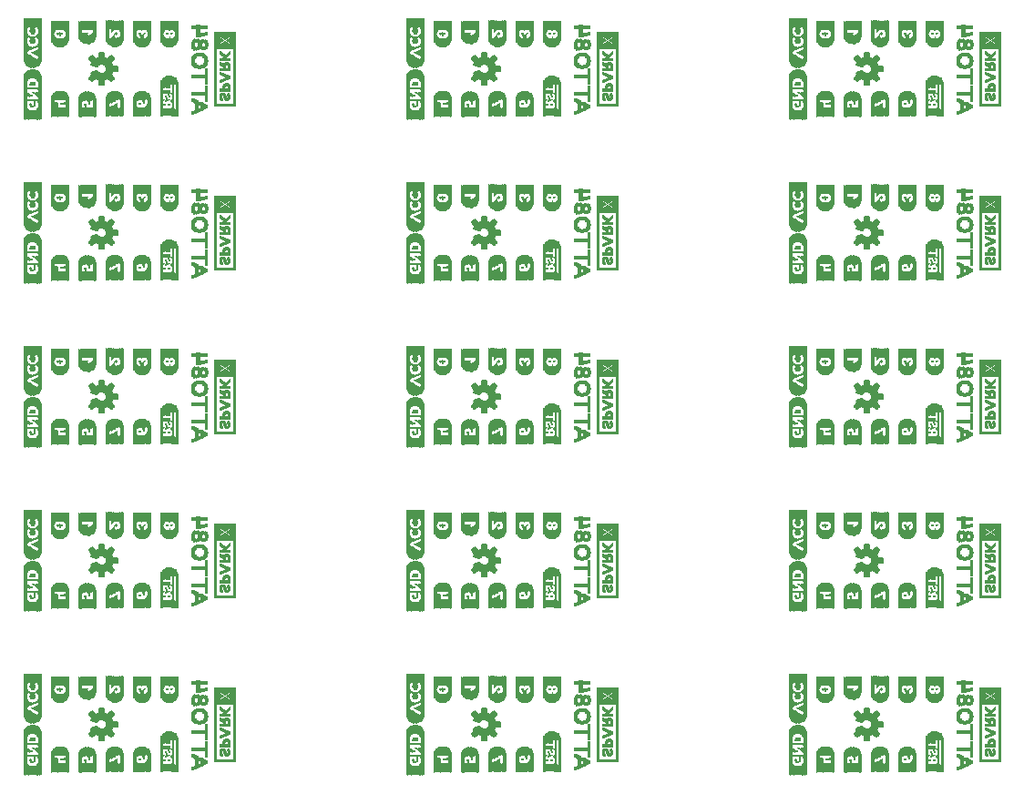
<source format=gbo>
G75*
%MOIN*%
%OFA0B0*%
%FSLAX25Y25*%
%IPPOS*%
%LPD*%
%AMOC8*
5,1,8,0,0,1.08239X$1,22.5*
%
%ADD10R,0.00236X0.00945*%
%ADD11R,0.00236X0.01181*%
%ADD12R,0.00236X0.05906*%
%ADD13R,0.00236X0.02362*%
%ADD14R,0.00236X0.02126*%
%ADD15R,0.00236X0.03307*%
%ADD16R,0.00236X0.03071*%
%ADD17R,0.00236X0.01417*%
%ADD18R,0.00236X0.01654*%
%ADD19R,0.00236X0.04016*%
%ADD20R,0.00236X0.03543*%
%ADD21R,0.00236X0.04252*%
%ADD22R,0.00236X0.05433*%
%ADD23R,0.00236X0.04724*%
%ADD24R,0.00236X0.05197*%
%ADD25R,0.00236X0.02598*%
%ADD26R,0.00236X0.01890*%
%ADD27R,0.00236X0.04488*%
%ADD28R,0.00236X0.04961*%
%ADD29R,0.00236X0.03780*%
%ADD30R,0.00236X0.02835*%
%ADD31C,0.00039*%
%ADD32R,0.00157X0.15748*%
%ADD33R,0.00157X0.16220*%
%ADD34R,0.00157X0.16535*%
%ADD35R,0.00157X0.16693*%
%ADD36R,0.00157X0.17008*%
%ADD37R,0.00157X0.17165*%
%ADD38R,0.00157X0.17323*%
%ADD39R,0.00157X0.03150*%
%ADD40R,0.00157X0.02677*%
%ADD41R,0.00157X0.02362*%
%ADD42R,0.00157X0.02992*%
%ADD43R,0.00157X0.04252*%
%ADD44R,0.00157X0.02835*%
%ADD45R,0.00157X0.01417*%
%ADD46R,0.00157X0.02047*%
%ADD47R,0.00157X0.03780*%
%ADD48R,0.00157X0.02205*%
%ADD49R,0.00157X0.00945*%
%ADD50R,0.00157X0.03465*%
%ADD51R,0.00157X0.00787*%
%ADD52R,0.00157X0.01102*%
%ADD53R,0.00157X0.03307*%
%ADD54R,0.00157X0.00630*%
%ADD55R,0.00157X0.01732*%
%ADD56R,0.00157X0.00472*%
%ADD57R,0.00157X0.03622*%
%ADD58R,0.00157X0.02520*%
%ADD59R,0.00157X0.05512*%
%ADD60R,0.00157X0.05669*%
%ADD61R,0.00157X0.03937*%
%ADD62R,0.00157X0.05827*%
%ADD63R,0.00157X0.04094*%
%ADD64R,0.00157X0.00315*%
%ADD65R,0.00157X0.00157*%
%ADD66R,0.00157X0.04409*%
%ADD67R,0.00157X0.01260*%
%ADD68R,0.00157X0.01575*%
%ADD69R,0.00157X0.04567*%
%ADD70R,0.00157X0.01890*%
%ADD71R,0.00157X0.07244*%
%ADD72R,0.00157X0.07717*%
%ADD73R,0.00157X0.08031*%
%ADD74R,0.00157X0.08189*%
%ADD75R,0.00157X0.08504*%
%ADD76R,0.00157X0.08661*%
%ADD77R,0.00157X0.08819*%
%ADD78R,0.00157X0.05984*%
%ADD79R,0.00157X0.06457*%
%ADD80R,0.00157X0.06772*%
%ADD81R,0.00157X0.06929*%
%ADD82R,0.00157X0.07402*%
%ADD83R,0.00157X0.07559*%
%ADD84R,0.00157X0.04882*%
%ADD85R,0.00157X0.04724*%
%ADD86R,0.00157X0.05039*%
%ADD87C,0.00591*%
%ADD88R,0.00157X0.12598*%
%ADD89R,0.00157X0.13071*%
%ADD90R,0.00157X0.13386*%
%ADD91R,0.00157X0.13543*%
%ADD92R,0.00157X0.14646*%
%ADD93R,0.00157X0.14803*%
%ADD94R,0.00157X0.13858*%
%ADD95R,0.00157X0.05197*%
%ADD96R,0.00157X0.05354*%
%ADD97R,0.00157X0.07874*%
%ADD98R,0.00157X0.08346*%
%ADD99R,0.00157X0.16063*%
%ADD100R,0.00157X0.16850*%
%ADD101R,0.00157X0.17480*%
%ADD102R,0.00157X0.17638*%
%ADD103R,0.00157X0.11969*%
D10*
X0132565Y0080798D03*
X0132565Y0085287D03*
X0132565Y0094027D03*
X0138707Y0099932D03*
X0132565Y0140798D03*
X0132565Y0145287D03*
X0132565Y0154027D03*
X0138707Y0159932D03*
X0132565Y0200798D03*
X0132565Y0205287D03*
X0132565Y0214027D03*
X0138707Y0219932D03*
X0132565Y0260798D03*
X0132565Y0265287D03*
X0132565Y0274027D03*
X0138707Y0279932D03*
X0132565Y0320798D03*
X0132565Y0325287D03*
X0132565Y0334027D03*
X0138707Y0339932D03*
X0272565Y0334027D03*
X0278707Y0339932D03*
X0272565Y0325287D03*
X0272565Y0320798D03*
X0278707Y0279932D03*
X0272565Y0274027D03*
X0272565Y0265287D03*
X0272565Y0260798D03*
X0278707Y0219932D03*
X0272565Y0214027D03*
X0272565Y0205287D03*
X0272565Y0200798D03*
X0278707Y0159932D03*
X0272565Y0154027D03*
X0272565Y0145287D03*
X0272565Y0140798D03*
X0278707Y0099932D03*
X0272565Y0094027D03*
X0272565Y0085287D03*
X0272565Y0080798D03*
X0412565Y0080798D03*
X0412565Y0085287D03*
X0412565Y0094027D03*
X0418707Y0099932D03*
X0412565Y0140798D03*
X0412565Y0145287D03*
X0412565Y0154027D03*
X0418707Y0159932D03*
X0412565Y0200798D03*
X0412565Y0205287D03*
X0412565Y0214027D03*
X0418707Y0219932D03*
X0412565Y0260798D03*
X0412565Y0265287D03*
X0412565Y0274027D03*
X0418707Y0279932D03*
X0412565Y0320798D03*
X0412565Y0325287D03*
X0412565Y0334027D03*
X0418707Y0339932D03*
D11*
X0418707Y0345720D03*
X0418471Y0349735D03*
X0418471Y0352098D03*
X0412565Y0352098D03*
X0412565Y0327767D03*
X0412801Y0325405D03*
X0418234Y0323042D03*
X0418471Y0323042D03*
X0418471Y0292098D03*
X0418471Y0289735D03*
X0418707Y0285720D03*
X0412565Y0292098D03*
X0412565Y0267767D03*
X0412801Y0265405D03*
X0418234Y0263042D03*
X0418471Y0263042D03*
X0418471Y0232098D03*
X0418471Y0229735D03*
X0418707Y0225720D03*
X0412565Y0232098D03*
X0412565Y0207767D03*
X0412801Y0205405D03*
X0418234Y0203042D03*
X0418471Y0203042D03*
X0418471Y0172098D03*
X0418471Y0169735D03*
X0418707Y0165720D03*
X0412565Y0172098D03*
X0412565Y0147767D03*
X0412801Y0145405D03*
X0418234Y0143042D03*
X0418471Y0143042D03*
X0418471Y0112098D03*
X0418471Y0109735D03*
X0418707Y0105720D03*
X0412565Y0112098D03*
X0412565Y0087767D03*
X0412801Y0085405D03*
X0418234Y0083042D03*
X0418471Y0083042D03*
X0278471Y0083042D03*
X0278234Y0083042D03*
X0272801Y0085405D03*
X0272565Y0087767D03*
X0278707Y0105720D03*
X0278471Y0109735D03*
X0278471Y0112098D03*
X0272565Y0112098D03*
X0278234Y0143042D03*
X0278471Y0143042D03*
X0272801Y0145405D03*
X0272565Y0147767D03*
X0278707Y0165720D03*
X0278471Y0169735D03*
X0278471Y0172098D03*
X0272565Y0172098D03*
X0278234Y0203042D03*
X0278471Y0203042D03*
X0272801Y0205405D03*
X0272565Y0207767D03*
X0278707Y0225720D03*
X0278471Y0229735D03*
X0278471Y0232098D03*
X0272565Y0232098D03*
X0278234Y0263042D03*
X0278471Y0263042D03*
X0272801Y0265405D03*
X0272565Y0267767D03*
X0278707Y0285720D03*
X0278471Y0289735D03*
X0278471Y0292098D03*
X0272565Y0292098D03*
X0278234Y0323042D03*
X0278471Y0323042D03*
X0272801Y0325405D03*
X0272565Y0327767D03*
X0278707Y0345720D03*
X0278471Y0349735D03*
X0278471Y0352098D03*
X0272565Y0352098D03*
X0138707Y0345720D03*
X0138471Y0349735D03*
X0138471Y0352098D03*
X0132565Y0352098D03*
X0132565Y0327767D03*
X0132801Y0325405D03*
X0138234Y0323042D03*
X0138471Y0323042D03*
X0138471Y0292098D03*
X0138471Y0289735D03*
X0138707Y0285720D03*
X0132565Y0292098D03*
X0132565Y0267767D03*
X0132801Y0265405D03*
X0138234Y0263042D03*
X0138471Y0263042D03*
X0138471Y0232098D03*
X0138471Y0229735D03*
X0138707Y0225720D03*
X0132565Y0232098D03*
X0132565Y0207767D03*
X0132801Y0205405D03*
X0138234Y0203042D03*
X0138471Y0203042D03*
X0138471Y0172098D03*
X0138471Y0169735D03*
X0138707Y0165720D03*
X0132565Y0172098D03*
X0132565Y0147767D03*
X0132801Y0145405D03*
X0138234Y0143042D03*
X0138471Y0143042D03*
X0138471Y0112098D03*
X0138471Y0109735D03*
X0138707Y0105720D03*
X0132565Y0112098D03*
X0132565Y0087767D03*
X0132801Y0085405D03*
X0138234Y0083042D03*
X0138471Y0083042D03*
D12*
X0138471Y0087767D03*
X0138234Y0087767D03*
X0137998Y0087767D03*
X0137762Y0087767D03*
X0137762Y0094145D03*
X0137998Y0094145D03*
X0138234Y0094145D03*
X0138471Y0094145D03*
X0138471Y0147767D03*
X0138234Y0147767D03*
X0137998Y0147767D03*
X0137762Y0147767D03*
X0137762Y0154145D03*
X0137998Y0154145D03*
X0138234Y0154145D03*
X0138471Y0154145D03*
X0138471Y0207767D03*
X0138234Y0207767D03*
X0137998Y0207767D03*
X0137762Y0207767D03*
X0137762Y0214145D03*
X0137998Y0214145D03*
X0138234Y0214145D03*
X0138471Y0214145D03*
X0138471Y0267767D03*
X0138234Y0267767D03*
X0137998Y0267767D03*
X0137762Y0267767D03*
X0137762Y0274145D03*
X0137998Y0274145D03*
X0138234Y0274145D03*
X0138471Y0274145D03*
X0138471Y0327767D03*
X0138234Y0327767D03*
X0137998Y0327767D03*
X0137762Y0327767D03*
X0137762Y0334145D03*
X0137998Y0334145D03*
X0138234Y0334145D03*
X0138471Y0334145D03*
X0277762Y0334145D03*
X0277998Y0334145D03*
X0278234Y0334145D03*
X0278471Y0334145D03*
X0278471Y0327767D03*
X0278234Y0327767D03*
X0277998Y0327767D03*
X0277762Y0327767D03*
X0277762Y0274145D03*
X0277998Y0274145D03*
X0278234Y0274145D03*
X0278471Y0274145D03*
X0278471Y0267767D03*
X0278234Y0267767D03*
X0277998Y0267767D03*
X0277762Y0267767D03*
X0277762Y0214145D03*
X0277998Y0214145D03*
X0278234Y0214145D03*
X0278471Y0214145D03*
X0278471Y0207767D03*
X0278234Y0207767D03*
X0277998Y0207767D03*
X0277762Y0207767D03*
X0277762Y0154145D03*
X0277998Y0154145D03*
X0278234Y0154145D03*
X0278471Y0154145D03*
X0278471Y0147767D03*
X0278234Y0147767D03*
X0277998Y0147767D03*
X0277762Y0147767D03*
X0277762Y0094145D03*
X0277998Y0094145D03*
X0278234Y0094145D03*
X0278471Y0094145D03*
X0278471Y0087767D03*
X0278234Y0087767D03*
X0277998Y0087767D03*
X0277762Y0087767D03*
X0417762Y0087767D03*
X0417998Y0087767D03*
X0418234Y0087767D03*
X0418471Y0087767D03*
X0418471Y0094145D03*
X0418234Y0094145D03*
X0417998Y0094145D03*
X0417762Y0094145D03*
X0417762Y0147767D03*
X0417998Y0147767D03*
X0418234Y0147767D03*
X0418471Y0147767D03*
X0418471Y0154145D03*
X0418234Y0154145D03*
X0417998Y0154145D03*
X0417762Y0154145D03*
X0417762Y0207767D03*
X0417998Y0207767D03*
X0418234Y0207767D03*
X0418471Y0207767D03*
X0418471Y0214145D03*
X0418234Y0214145D03*
X0417998Y0214145D03*
X0417762Y0214145D03*
X0417762Y0267767D03*
X0417998Y0267767D03*
X0418234Y0267767D03*
X0418471Y0267767D03*
X0418471Y0274145D03*
X0418234Y0274145D03*
X0417998Y0274145D03*
X0417762Y0274145D03*
X0417762Y0327767D03*
X0417998Y0327767D03*
X0418234Y0327767D03*
X0418471Y0327767D03*
X0418471Y0334145D03*
X0418234Y0334145D03*
X0417998Y0334145D03*
X0417762Y0334145D03*
D13*
X0418471Y0339932D03*
X0412565Y0339932D03*
X0412565Y0279932D03*
X0418471Y0279932D03*
X0418471Y0219932D03*
X0412565Y0219932D03*
X0412565Y0159932D03*
X0418471Y0159932D03*
X0418471Y0099932D03*
X0412565Y0099932D03*
X0278471Y0099932D03*
X0272565Y0099932D03*
X0272565Y0159932D03*
X0278471Y0159932D03*
X0278471Y0219932D03*
X0272565Y0219932D03*
X0272565Y0279932D03*
X0278471Y0279932D03*
X0278471Y0339932D03*
X0272565Y0339932D03*
X0138471Y0339932D03*
X0132565Y0339932D03*
X0132565Y0279932D03*
X0138471Y0279932D03*
X0138471Y0219932D03*
X0132565Y0219932D03*
X0132565Y0159932D03*
X0138471Y0159932D03*
X0138471Y0099932D03*
X0132565Y0099932D03*
D14*
X0137053Y0098161D03*
X0137053Y0101704D03*
X0138471Y0105720D03*
X0132565Y0105720D03*
X0137289Y0083042D03*
X0137526Y0083042D03*
X0137526Y0143042D03*
X0137289Y0143042D03*
X0137053Y0158161D03*
X0137053Y0161704D03*
X0138471Y0165720D03*
X0132565Y0165720D03*
X0137289Y0203042D03*
X0137526Y0203042D03*
X0137053Y0218161D03*
X0137053Y0221704D03*
X0138471Y0225720D03*
X0132565Y0225720D03*
X0137289Y0263042D03*
X0137526Y0263042D03*
X0137053Y0278161D03*
X0137053Y0281704D03*
X0138471Y0285720D03*
X0132565Y0285720D03*
X0137289Y0323042D03*
X0137526Y0323042D03*
X0137053Y0338161D03*
X0137053Y0341704D03*
X0138471Y0345720D03*
X0132565Y0345720D03*
X0272565Y0345720D03*
X0278471Y0345720D03*
X0277053Y0341704D03*
X0277053Y0338161D03*
X0277289Y0323042D03*
X0277526Y0323042D03*
X0278471Y0285720D03*
X0277053Y0281704D03*
X0277053Y0278161D03*
X0272565Y0285720D03*
X0277289Y0263042D03*
X0277526Y0263042D03*
X0278471Y0225720D03*
X0277053Y0221704D03*
X0277053Y0218161D03*
X0272565Y0225720D03*
X0277289Y0203042D03*
X0277526Y0203042D03*
X0278471Y0165720D03*
X0277053Y0161704D03*
X0277053Y0158161D03*
X0272565Y0165720D03*
X0277289Y0143042D03*
X0277526Y0143042D03*
X0278471Y0105720D03*
X0277053Y0101704D03*
X0277053Y0098161D03*
X0272565Y0105720D03*
X0277289Y0083042D03*
X0277526Y0083042D03*
X0412565Y0105720D03*
X0418471Y0105720D03*
X0417053Y0101704D03*
X0417053Y0098161D03*
X0417289Y0083042D03*
X0417526Y0083042D03*
X0417526Y0143042D03*
X0417289Y0143042D03*
X0417053Y0158161D03*
X0417053Y0161704D03*
X0418471Y0165720D03*
X0412565Y0165720D03*
X0417289Y0203042D03*
X0417526Y0203042D03*
X0417053Y0218161D03*
X0417053Y0221704D03*
X0418471Y0225720D03*
X0412565Y0225720D03*
X0417289Y0263042D03*
X0417526Y0263042D03*
X0417053Y0278161D03*
X0417053Y0281704D03*
X0418471Y0285720D03*
X0412565Y0285720D03*
X0417289Y0323042D03*
X0417526Y0323042D03*
X0417053Y0338161D03*
X0417053Y0341704D03*
X0418471Y0345720D03*
X0412565Y0345720D03*
D15*
X0412801Y0339932D03*
X0418234Y0339932D03*
X0418234Y0279932D03*
X0412801Y0279932D03*
X0412801Y0219932D03*
X0418234Y0219932D03*
X0418234Y0159932D03*
X0412801Y0159932D03*
X0412801Y0099932D03*
X0418234Y0099932D03*
X0278234Y0099932D03*
X0272801Y0099932D03*
X0272801Y0159932D03*
X0278234Y0159932D03*
X0278234Y0219932D03*
X0272801Y0219932D03*
X0272801Y0279932D03*
X0278234Y0279932D03*
X0278234Y0339932D03*
X0272801Y0339932D03*
X0138234Y0339932D03*
X0132801Y0339932D03*
X0132801Y0279932D03*
X0138234Y0279932D03*
X0138234Y0219932D03*
X0132801Y0219932D03*
X0132801Y0159932D03*
X0138234Y0159932D03*
X0138234Y0099932D03*
X0132801Y0099932D03*
D16*
X0135872Y0105720D03*
X0138234Y0105720D03*
X0136581Y0083042D03*
X0136345Y0083042D03*
X0136345Y0143042D03*
X0136581Y0143042D03*
X0135872Y0165720D03*
X0138234Y0165720D03*
X0136581Y0203042D03*
X0136345Y0203042D03*
X0135872Y0225720D03*
X0138234Y0225720D03*
X0136581Y0263042D03*
X0136345Y0263042D03*
X0135872Y0285720D03*
X0138234Y0285720D03*
X0136581Y0323042D03*
X0136345Y0323042D03*
X0135872Y0345720D03*
X0138234Y0345720D03*
X0275872Y0345720D03*
X0278234Y0345720D03*
X0276581Y0323042D03*
X0276345Y0323042D03*
X0275872Y0285720D03*
X0278234Y0285720D03*
X0276581Y0263042D03*
X0276345Y0263042D03*
X0275872Y0225720D03*
X0278234Y0225720D03*
X0276581Y0203042D03*
X0276345Y0203042D03*
X0275872Y0165720D03*
X0278234Y0165720D03*
X0276581Y0143042D03*
X0276345Y0143042D03*
X0275872Y0105720D03*
X0278234Y0105720D03*
X0276581Y0083042D03*
X0276345Y0083042D03*
X0416345Y0083042D03*
X0416581Y0083042D03*
X0415872Y0105720D03*
X0418234Y0105720D03*
X0416581Y0143042D03*
X0416345Y0143042D03*
X0415872Y0165720D03*
X0418234Y0165720D03*
X0416581Y0203042D03*
X0416345Y0203042D03*
X0415872Y0225720D03*
X0418234Y0225720D03*
X0416581Y0263042D03*
X0416345Y0263042D03*
X0415872Y0285720D03*
X0418234Y0285720D03*
X0416581Y0323042D03*
X0416345Y0323042D03*
X0415872Y0345720D03*
X0418234Y0345720D03*
D17*
X0417053Y0347019D03*
X0416817Y0347019D03*
X0414455Y0347255D03*
X0414219Y0347255D03*
X0416108Y0349381D03*
X0416345Y0349381D03*
X0417053Y0349617D03*
X0417289Y0349617D03*
X0417998Y0349853D03*
X0418234Y0349853D03*
X0418234Y0352216D03*
X0417998Y0352216D03*
X0417762Y0352216D03*
X0417526Y0352216D03*
X0417289Y0352216D03*
X0417053Y0352216D03*
X0416817Y0352216D03*
X0416581Y0352216D03*
X0416345Y0352216D03*
X0416108Y0352216D03*
X0415872Y0352216D03*
X0413982Y0352216D03*
X0413746Y0352216D03*
X0413510Y0352216D03*
X0413274Y0352216D03*
X0413037Y0352216D03*
X0412801Y0352216D03*
X0414219Y0344184D03*
X0414455Y0344184D03*
X0415400Y0342294D03*
X0415636Y0342294D03*
X0415872Y0342294D03*
X0416817Y0344420D03*
X0417053Y0344420D03*
X0415872Y0337570D03*
X0415636Y0337570D03*
X0415400Y0337570D03*
X0415163Y0337570D03*
X0415163Y0334027D03*
X0414927Y0334027D03*
X0414691Y0334027D03*
X0414455Y0334027D03*
X0414219Y0334027D03*
X0413982Y0334027D03*
X0413746Y0334027D03*
X0413510Y0334027D03*
X0413274Y0334027D03*
X0413037Y0334027D03*
X0412801Y0334027D03*
X0415400Y0334027D03*
X0415636Y0334027D03*
X0415872Y0334027D03*
X0416108Y0334027D03*
X0416345Y0334027D03*
X0416581Y0334027D03*
X0416817Y0334027D03*
X0417053Y0334027D03*
X0417289Y0334027D03*
X0417289Y0327885D03*
X0417053Y0327885D03*
X0416817Y0327885D03*
X0416581Y0327885D03*
X0416345Y0327885D03*
X0416108Y0327885D03*
X0415872Y0327885D03*
X0415636Y0327885D03*
X0415400Y0327885D03*
X0415163Y0327885D03*
X0414927Y0327885D03*
X0414691Y0327885D03*
X0414455Y0327885D03*
X0414219Y0327885D03*
X0413982Y0327885D03*
X0413746Y0327885D03*
X0413510Y0327885D03*
X0413274Y0327885D03*
X0413037Y0327885D03*
X0412801Y0327885D03*
X0412801Y0320798D03*
X0412801Y0292216D03*
X0413037Y0292216D03*
X0413274Y0292216D03*
X0413510Y0292216D03*
X0413746Y0292216D03*
X0413982Y0292216D03*
X0415872Y0292216D03*
X0416108Y0292216D03*
X0416345Y0292216D03*
X0416581Y0292216D03*
X0416817Y0292216D03*
X0417053Y0292216D03*
X0417289Y0292216D03*
X0417526Y0292216D03*
X0417762Y0292216D03*
X0417998Y0292216D03*
X0418234Y0292216D03*
X0418234Y0289853D03*
X0417998Y0289853D03*
X0417289Y0289617D03*
X0417053Y0289617D03*
X0416345Y0289381D03*
X0416108Y0289381D03*
X0416817Y0287019D03*
X0417053Y0287019D03*
X0417053Y0284420D03*
X0416817Y0284420D03*
X0415872Y0282294D03*
X0415636Y0282294D03*
X0415400Y0282294D03*
X0414455Y0284184D03*
X0414219Y0284184D03*
X0414219Y0287255D03*
X0414455Y0287255D03*
X0415163Y0277570D03*
X0415400Y0277570D03*
X0415636Y0277570D03*
X0415872Y0277570D03*
X0415872Y0274027D03*
X0415636Y0274027D03*
X0415400Y0274027D03*
X0415163Y0274027D03*
X0414927Y0274027D03*
X0414691Y0274027D03*
X0414455Y0274027D03*
X0414219Y0274027D03*
X0413982Y0274027D03*
X0413746Y0274027D03*
X0413510Y0274027D03*
X0413274Y0274027D03*
X0413037Y0274027D03*
X0412801Y0274027D03*
X0416108Y0274027D03*
X0416345Y0274027D03*
X0416581Y0274027D03*
X0416817Y0274027D03*
X0417053Y0274027D03*
X0417289Y0274027D03*
X0417289Y0267885D03*
X0417053Y0267885D03*
X0416817Y0267885D03*
X0416581Y0267885D03*
X0416345Y0267885D03*
X0416108Y0267885D03*
X0415872Y0267885D03*
X0415636Y0267885D03*
X0415400Y0267885D03*
X0415163Y0267885D03*
X0414927Y0267885D03*
X0414691Y0267885D03*
X0414455Y0267885D03*
X0414219Y0267885D03*
X0413982Y0267885D03*
X0413746Y0267885D03*
X0413510Y0267885D03*
X0413274Y0267885D03*
X0413037Y0267885D03*
X0412801Y0267885D03*
X0412801Y0260798D03*
X0412801Y0232216D03*
X0413037Y0232216D03*
X0413274Y0232216D03*
X0413510Y0232216D03*
X0413746Y0232216D03*
X0413982Y0232216D03*
X0415872Y0232216D03*
X0416108Y0232216D03*
X0416345Y0232216D03*
X0416581Y0232216D03*
X0416817Y0232216D03*
X0417053Y0232216D03*
X0417289Y0232216D03*
X0417526Y0232216D03*
X0417762Y0232216D03*
X0417998Y0232216D03*
X0418234Y0232216D03*
X0418234Y0229853D03*
X0417998Y0229853D03*
X0417289Y0229617D03*
X0417053Y0229617D03*
X0416345Y0229381D03*
X0416108Y0229381D03*
X0416817Y0227019D03*
X0417053Y0227019D03*
X0417053Y0224420D03*
X0416817Y0224420D03*
X0415872Y0222294D03*
X0415636Y0222294D03*
X0415400Y0222294D03*
X0414455Y0224184D03*
X0414219Y0224184D03*
X0414219Y0227255D03*
X0414455Y0227255D03*
X0415163Y0217570D03*
X0415400Y0217570D03*
X0415636Y0217570D03*
X0415872Y0217570D03*
X0415872Y0214027D03*
X0415636Y0214027D03*
X0415400Y0214027D03*
X0415163Y0214027D03*
X0414927Y0214027D03*
X0414691Y0214027D03*
X0414455Y0214027D03*
X0414219Y0214027D03*
X0413982Y0214027D03*
X0413746Y0214027D03*
X0413510Y0214027D03*
X0413274Y0214027D03*
X0413037Y0214027D03*
X0412801Y0214027D03*
X0416108Y0214027D03*
X0416345Y0214027D03*
X0416581Y0214027D03*
X0416817Y0214027D03*
X0417053Y0214027D03*
X0417289Y0214027D03*
X0417289Y0207885D03*
X0417053Y0207885D03*
X0416817Y0207885D03*
X0416581Y0207885D03*
X0416345Y0207885D03*
X0416108Y0207885D03*
X0415872Y0207885D03*
X0415636Y0207885D03*
X0415400Y0207885D03*
X0415163Y0207885D03*
X0414927Y0207885D03*
X0414691Y0207885D03*
X0414455Y0207885D03*
X0414219Y0207885D03*
X0413982Y0207885D03*
X0413746Y0207885D03*
X0413510Y0207885D03*
X0413274Y0207885D03*
X0413037Y0207885D03*
X0412801Y0207885D03*
X0412801Y0200798D03*
X0412801Y0172216D03*
X0413037Y0172216D03*
X0413274Y0172216D03*
X0413510Y0172216D03*
X0413746Y0172216D03*
X0413982Y0172216D03*
X0415872Y0172216D03*
X0416108Y0172216D03*
X0416345Y0172216D03*
X0416581Y0172216D03*
X0416817Y0172216D03*
X0417053Y0172216D03*
X0417289Y0172216D03*
X0417526Y0172216D03*
X0417762Y0172216D03*
X0417998Y0172216D03*
X0418234Y0172216D03*
X0418234Y0169853D03*
X0417998Y0169853D03*
X0417289Y0169617D03*
X0417053Y0169617D03*
X0416345Y0169381D03*
X0416108Y0169381D03*
X0416817Y0167019D03*
X0417053Y0167019D03*
X0417053Y0164420D03*
X0416817Y0164420D03*
X0415872Y0162294D03*
X0415636Y0162294D03*
X0415400Y0162294D03*
X0414455Y0164184D03*
X0414219Y0164184D03*
X0414219Y0167255D03*
X0414455Y0167255D03*
X0415163Y0157570D03*
X0415400Y0157570D03*
X0415636Y0157570D03*
X0415872Y0157570D03*
X0415872Y0154027D03*
X0415636Y0154027D03*
X0415400Y0154027D03*
X0415163Y0154027D03*
X0414927Y0154027D03*
X0414691Y0154027D03*
X0414455Y0154027D03*
X0414219Y0154027D03*
X0413982Y0154027D03*
X0413746Y0154027D03*
X0413510Y0154027D03*
X0413274Y0154027D03*
X0413037Y0154027D03*
X0412801Y0154027D03*
X0416108Y0154027D03*
X0416345Y0154027D03*
X0416581Y0154027D03*
X0416817Y0154027D03*
X0417053Y0154027D03*
X0417289Y0154027D03*
X0417289Y0147885D03*
X0417053Y0147885D03*
X0416817Y0147885D03*
X0416581Y0147885D03*
X0416345Y0147885D03*
X0416108Y0147885D03*
X0415872Y0147885D03*
X0415636Y0147885D03*
X0415400Y0147885D03*
X0415163Y0147885D03*
X0414927Y0147885D03*
X0414691Y0147885D03*
X0414455Y0147885D03*
X0414219Y0147885D03*
X0413982Y0147885D03*
X0413746Y0147885D03*
X0413510Y0147885D03*
X0413274Y0147885D03*
X0413037Y0147885D03*
X0412801Y0147885D03*
X0412801Y0140798D03*
X0412801Y0112216D03*
X0413037Y0112216D03*
X0413274Y0112216D03*
X0413510Y0112216D03*
X0413746Y0112216D03*
X0413982Y0112216D03*
X0415872Y0112216D03*
X0416108Y0112216D03*
X0416345Y0112216D03*
X0416581Y0112216D03*
X0416817Y0112216D03*
X0417053Y0112216D03*
X0417289Y0112216D03*
X0417526Y0112216D03*
X0417762Y0112216D03*
X0417998Y0112216D03*
X0418234Y0112216D03*
X0418234Y0109853D03*
X0417998Y0109853D03*
X0417289Y0109617D03*
X0417053Y0109617D03*
X0416345Y0109381D03*
X0416108Y0109381D03*
X0416817Y0107019D03*
X0417053Y0107019D03*
X0417053Y0104420D03*
X0416817Y0104420D03*
X0415872Y0102294D03*
X0415636Y0102294D03*
X0415400Y0102294D03*
X0414455Y0104184D03*
X0414219Y0104184D03*
X0414219Y0107255D03*
X0414455Y0107255D03*
X0415163Y0097570D03*
X0415400Y0097570D03*
X0415636Y0097570D03*
X0415872Y0097570D03*
X0415872Y0094027D03*
X0415636Y0094027D03*
X0415400Y0094027D03*
X0415163Y0094027D03*
X0414927Y0094027D03*
X0414691Y0094027D03*
X0414455Y0094027D03*
X0414219Y0094027D03*
X0413982Y0094027D03*
X0413746Y0094027D03*
X0413510Y0094027D03*
X0413274Y0094027D03*
X0413037Y0094027D03*
X0412801Y0094027D03*
X0416108Y0094027D03*
X0416345Y0094027D03*
X0416581Y0094027D03*
X0416817Y0094027D03*
X0417053Y0094027D03*
X0417289Y0094027D03*
X0417289Y0087885D03*
X0417053Y0087885D03*
X0416817Y0087885D03*
X0416581Y0087885D03*
X0416345Y0087885D03*
X0416108Y0087885D03*
X0415872Y0087885D03*
X0415636Y0087885D03*
X0415400Y0087885D03*
X0415163Y0087885D03*
X0414927Y0087885D03*
X0414691Y0087885D03*
X0414455Y0087885D03*
X0414219Y0087885D03*
X0413982Y0087885D03*
X0413746Y0087885D03*
X0413510Y0087885D03*
X0413274Y0087885D03*
X0413037Y0087885D03*
X0412801Y0087885D03*
X0412801Y0080798D03*
X0277289Y0087885D03*
X0277053Y0087885D03*
X0276817Y0087885D03*
X0276581Y0087885D03*
X0276345Y0087885D03*
X0276108Y0087885D03*
X0275872Y0087885D03*
X0275636Y0087885D03*
X0275400Y0087885D03*
X0275163Y0087885D03*
X0274927Y0087885D03*
X0274691Y0087885D03*
X0274455Y0087885D03*
X0274219Y0087885D03*
X0273982Y0087885D03*
X0273746Y0087885D03*
X0273510Y0087885D03*
X0273274Y0087885D03*
X0273038Y0087885D03*
X0272801Y0087885D03*
X0272801Y0080798D03*
X0272801Y0094027D03*
X0273038Y0094027D03*
X0273274Y0094027D03*
X0273510Y0094027D03*
X0273746Y0094027D03*
X0273982Y0094027D03*
X0274219Y0094027D03*
X0274455Y0094027D03*
X0274691Y0094027D03*
X0274927Y0094027D03*
X0275163Y0094027D03*
X0275400Y0094027D03*
X0275636Y0094027D03*
X0275872Y0094027D03*
X0276108Y0094027D03*
X0276345Y0094027D03*
X0276581Y0094027D03*
X0276817Y0094027D03*
X0277053Y0094027D03*
X0277289Y0094027D03*
X0275872Y0097570D03*
X0275636Y0097570D03*
X0275400Y0097570D03*
X0275163Y0097570D03*
X0275400Y0102294D03*
X0275636Y0102294D03*
X0275872Y0102294D03*
X0276817Y0104420D03*
X0277053Y0104420D03*
X0277053Y0107019D03*
X0276817Y0107019D03*
X0274455Y0107255D03*
X0274219Y0107255D03*
X0276108Y0109381D03*
X0276345Y0109381D03*
X0277053Y0109617D03*
X0277289Y0109617D03*
X0277998Y0109853D03*
X0278234Y0109853D03*
X0278234Y0112216D03*
X0277998Y0112216D03*
X0277762Y0112216D03*
X0277526Y0112216D03*
X0277289Y0112216D03*
X0277053Y0112216D03*
X0276817Y0112216D03*
X0276581Y0112216D03*
X0276345Y0112216D03*
X0276108Y0112216D03*
X0275872Y0112216D03*
X0273982Y0112216D03*
X0273746Y0112216D03*
X0273510Y0112216D03*
X0273274Y0112216D03*
X0273038Y0112216D03*
X0272801Y0112216D03*
X0274219Y0104184D03*
X0274455Y0104184D03*
X0272801Y0140798D03*
X0272801Y0147885D03*
X0273038Y0147885D03*
X0273274Y0147885D03*
X0273510Y0147885D03*
X0273746Y0147885D03*
X0273982Y0147885D03*
X0274219Y0147885D03*
X0274455Y0147885D03*
X0274691Y0147885D03*
X0274927Y0147885D03*
X0275163Y0147885D03*
X0275400Y0147885D03*
X0275636Y0147885D03*
X0275872Y0147885D03*
X0276108Y0147885D03*
X0276345Y0147885D03*
X0276581Y0147885D03*
X0276817Y0147885D03*
X0277053Y0147885D03*
X0277289Y0147885D03*
X0277289Y0154027D03*
X0277053Y0154027D03*
X0276817Y0154027D03*
X0276581Y0154027D03*
X0276345Y0154027D03*
X0276108Y0154027D03*
X0275872Y0154027D03*
X0275636Y0154027D03*
X0275400Y0154027D03*
X0275163Y0154027D03*
X0274927Y0154027D03*
X0274691Y0154027D03*
X0274455Y0154027D03*
X0274219Y0154027D03*
X0273982Y0154027D03*
X0273746Y0154027D03*
X0273510Y0154027D03*
X0273274Y0154027D03*
X0273038Y0154027D03*
X0272801Y0154027D03*
X0275163Y0157570D03*
X0275400Y0157570D03*
X0275636Y0157570D03*
X0275872Y0157570D03*
X0275872Y0162294D03*
X0275636Y0162294D03*
X0275400Y0162294D03*
X0274455Y0164184D03*
X0274219Y0164184D03*
X0276817Y0164420D03*
X0277053Y0164420D03*
X0277053Y0167019D03*
X0276817Y0167019D03*
X0274455Y0167255D03*
X0274219Y0167255D03*
X0276108Y0169381D03*
X0276345Y0169381D03*
X0277053Y0169617D03*
X0277289Y0169617D03*
X0277998Y0169853D03*
X0278234Y0169853D03*
X0278234Y0172216D03*
X0277998Y0172216D03*
X0277762Y0172216D03*
X0277526Y0172216D03*
X0277289Y0172216D03*
X0277053Y0172216D03*
X0276817Y0172216D03*
X0276581Y0172216D03*
X0276345Y0172216D03*
X0276108Y0172216D03*
X0275872Y0172216D03*
X0273982Y0172216D03*
X0273746Y0172216D03*
X0273510Y0172216D03*
X0273274Y0172216D03*
X0273038Y0172216D03*
X0272801Y0172216D03*
X0272801Y0200798D03*
X0272801Y0207885D03*
X0273038Y0207885D03*
X0273274Y0207885D03*
X0273510Y0207885D03*
X0273746Y0207885D03*
X0273982Y0207885D03*
X0274219Y0207885D03*
X0274455Y0207885D03*
X0274691Y0207885D03*
X0274927Y0207885D03*
X0275163Y0207885D03*
X0275400Y0207885D03*
X0275636Y0207885D03*
X0275872Y0207885D03*
X0276108Y0207885D03*
X0276345Y0207885D03*
X0276581Y0207885D03*
X0276817Y0207885D03*
X0277053Y0207885D03*
X0277289Y0207885D03*
X0277289Y0214027D03*
X0277053Y0214027D03*
X0276817Y0214027D03*
X0276581Y0214027D03*
X0276345Y0214027D03*
X0276108Y0214027D03*
X0275872Y0214027D03*
X0275636Y0214027D03*
X0275400Y0214027D03*
X0275163Y0214027D03*
X0274927Y0214027D03*
X0274691Y0214027D03*
X0274455Y0214027D03*
X0274219Y0214027D03*
X0273982Y0214027D03*
X0273746Y0214027D03*
X0273510Y0214027D03*
X0273274Y0214027D03*
X0273038Y0214027D03*
X0272801Y0214027D03*
X0275163Y0217570D03*
X0275400Y0217570D03*
X0275636Y0217570D03*
X0275872Y0217570D03*
X0275872Y0222294D03*
X0275636Y0222294D03*
X0275400Y0222294D03*
X0274455Y0224184D03*
X0274219Y0224184D03*
X0276817Y0224420D03*
X0277053Y0224420D03*
X0277053Y0227019D03*
X0276817Y0227019D03*
X0274455Y0227255D03*
X0274219Y0227255D03*
X0276108Y0229381D03*
X0276345Y0229381D03*
X0277053Y0229617D03*
X0277289Y0229617D03*
X0277998Y0229853D03*
X0278234Y0229853D03*
X0278234Y0232216D03*
X0277998Y0232216D03*
X0277762Y0232216D03*
X0277526Y0232216D03*
X0277289Y0232216D03*
X0277053Y0232216D03*
X0276817Y0232216D03*
X0276581Y0232216D03*
X0276345Y0232216D03*
X0276108Y0232216D03*
X0275872Y0232216D03*
X0273982Y0232216D03*
X0273746Y0232216D03*
X0273510Y0232216D03*
X0273274Y0232216D03*
X0273038Y0232216D03*
X0272801Y0232216D03*
X0272801Y0260798D03*
X0272801Y0267885D03*
X0273038Y0267885D03*
X0273274Y0267885D03*
X0273510Y0267885D03*
X0273746Y0267885D03*
X0273982Y0267885D03*
X0274219Y0267885D03*
X0274455Y0267885D03*
X0274691Y0267885D03*
X0274927Y0267885D03*
X0275163Y0267885D03*
X0275400Y0267885D03*
X0275636Y0267885D03*
X0275872Y0267885D03*
X0276108Y0267885D03*
X0276345Y0267885D03*
X0276581Y0267885D03*
X0276817Y0267885D03*
X0277053Y0267885D03*
X0277289Y0267885D03*
X0277289Y0274027D03*
X0277053Y0274027D03*
X0276817Y0274027D03*
X0276581Y0274027D03*
X0276345Y0274027D03*
X0276108Y0274027D03*
X0275872Y0274027D03*
X0275636Y0274027D03*
X0275400Y0274027D03*
X0275163Y0274027D03*
X0274927Y0274027D03*
X0274691Y0274027D03*
X0274455Y0274027D03*
X0274219Y0274027D03*
X0273982Y0274027D03*
X0273746Y0274027D03*
X0273510Y0274027D03*
X0273274Y0274027D03*
X0273038Y0274027D03*
X0272801Y0274027D03*
X0275163Y0277570D03*
X0275400Y0277570D03*
X0275636Y0277570D03*
X0275872Y0277570D03*
X0275872Y0282294D03*
X0275636Y0282294D03*
X0275400Y0282294D03*
X0274455Y0284184D03*
X0274219Y0284184D03*
X0276817Y0284420D03*
X0277053Y0284420D03*
X0277053Y0287019D03*
X0276817Y0287019D03*
X0274455Y0287255D03*
X0274219Y0287255D03*
X0276108Y0289381D03*
X0276345Y0289381D03*
X0277053Y0289617D03*
X0277289Y0289617D03*
X0277998Y0289853D03*
X0278234Y0289853D03*
X0278234Y0292216D03*
X0277998Y0292216D03*
X0277762Y0292216D03*
X0277526Y0292216D03*
X0277289Y0292216D03*
X0277053Y0292216D03*
X0276817Y0292216D03*
X0276581Y0292216D03*
X0276345Y0292216D03*
X0276108Y0292216D03*
X0275872Y0292216D03*
X0273982Y0292216D03*
X0273746Y0292216D03*
X0273510Y0292216D03*
X0273274Y0292216D03*
X0273038Y0292216D03*
X0272801Y0292216D03*
X0272801Y0320798D03*
X0272801Y0327885D03*
X0273038Y0327885D03*
X0273274Y0327885D03*
X0273510Y0327885D03*
X0273746Y0327885D03*
X0273982Y0327885D03*
X0274219Y0327885D03*
X0274455Y0327885D03*
X0274691Y0327885D03*
X0274927Y0327885D03*
X0275163Y0327885D03*
X0275400Y0327885D03*
X0275636Y0327885D03*
X0275872Y0327885D03*
X0276108Y0327885D03*
X0276345Y0327885D03*
X0276581Y0327885D03*
X0276817Y0327885D03*
X0277053Y0327885D03*
X0277289Y0327885D03*
X0277289Y0334027D03*
X0277053Y0334027D03*
X0276817Y0334027D03*
X0276581Y0334027D03*
X0276345Y0334027D03*
X0276108Y0334027D03*
X0275872Y0334027D03*
X0275636Y0334027D03*
X0275400Y0334027D03*
X0275163Y0334027D03*
X0274927Y0334027D03*
X0274691Y0334027D03*
X0274455Y0334027D03*
X0274219Y0334027D03*
X0273982Y0334027D03*
X0273746Y0334027D03*
X0273510Y0334027D03*
X0273274Y0334027D03*
X0273038Y0334027D03*
X0272801Y0334027D03*
X0275163Y0337570D03*
X0275400Y0337570D03*
X0275636Y0337570D03*
X0275872Y0337570D03*
X0275872Y0342294D03*
X0275636Y0342294D03*
X0275400Y0342294D03*
X0274455Y0344184D03*
X0274219Y0344184D03*
X0276817Y0344420D03*
X0277053Y0344420D03*
X0277053Y0347019D03*
X0276817Y0347019D03*
X0274455Y0347255D03*
X0274219Y0347255D03*
X0276108Y0349381D03*
X0276345Y0349381D03*
X0277053Y0349617D03*
X0277289Y0349617D03*
X0277998Y0349853D03*
X0278234Y0349853D03*
X0278234Y0352216D03*
X0277998Y0352216D03*
X0277762Y0352216D03*
X0277526Y0352216D03*
X0277289Y0352216D03*
X0277053Y0352216D03*
X0276817Y0352216D03*
X0276581Y0352216D03*
X0276345Y0352216D03*
X0276108Y0352216D03*
X0275872Y0352216D03*
X0273982Y0352216D03*
X0273746Y0352216D03*
X0273510Y0352216D03*
X0273274Y0352216D03*
X0273038Y0352216D03*
X0272801Y0352216D03*
X0138234Y0352216D03*
X0137998Y0352216D03*
X0137762Y0352216D03*
X0137526Y0352216D03*
X0137289Y0352216D03*
X0137053Y0352216D03*
X0136817Y0352216D03*
X0136581Y0352216D03*
X0136345Y0352216D03*
X0136108Y0352216D03*
X0135872Y0352216D03*
X0133982Y0352216D03*
X0133746Y0352216D03*
X0133510Y0352216D03*
X0133274Y0352216D03*
X0133038Y0352216D03*
X0132801Y0352216D03*
X0136108Y0349381D03*
X0136345Y0349381D03*
X0137053Y0349617D03*
X0137289Y0349617D03*
X0137998Y0349853D03*
X0138234Y0349853D03*
X0137053Y0347019D03*
X0136817Y0347019D03*
X0134455Y0347255D03*
X0134219Y0347255D03*
X0134219Y0344184D03*
X0134455Y0344184D03*
X0135400Y0342294D03*
X0135636Y0342294D03*
X0135872Y0342294D03*
X0136817Y0344420D03*
X0137053Y0344420D03*
X0135872Y0337570D03*
X0135636Y0337570D03*
X0135400Y0337570D03*
X0135163Y0337570D03*
X0135163Y0334027D03*
X0134927Y0334027D03*
X0134691Y0334027D03*
X0134455Y0334027D03*
X0134219Y0334027D03*
X0133982Y0334027D03*
X0133746Y0334027D03*
X0133510Y0334027D03*
X0133274Y0334027D03*
X0133038Y0334027D03*
X0132801Y0334027D03*
X0135400Y0334027D03*
X0135636Y0334027D03*
X0135872Y0334027D03*
X0136108Y0334027D03*
X0136345Y0334027D03*
X0136581Y0334027D03*
X0136817Y0334027D03*
X0137053Y0334027D03*
X0137289Y0334027D03*
X0137289Y0327885D03*
X0137053Y0327885D03*
X0136817Y0327885D03*
X0136581Y0327885D03*
X0136345Y0327885D03*
X0136108Y0327885D03*
X0135872Y0327885D03*
X0135636Y0327885D03*
X0135400Y0327885D03*
X0135163Y0327885D03*
X0134927Y0327885D03*
X0134691Y0327885D03*
X0134455Y0327885D03*
X0134219Y0327885D03*
X0133982Y0327885D03*
X0133746Y0327885D03*
X0133510Y0327885D03*
X0133274Y0327885D03*
X0133038Y0327885D03*
X0132801Y0327885D03*
X0132801Y0320798D03*
X0132801Y0292216D03*
X0133038Y0292216D03*
X0133274Y0292216D03*
X0133510Y0292216D03*
X0133746Y0292216D03*
X0133982Y0292216D03*
X0135872Y0292216D03*
X0136108Y0292216D03*
X0136345Y0292216D03*
X0136581Y0292216D03*
X0136817Y0292216D03*
X0137053Y0292216D03*
X0137289Y0292216D03*
X0137526Y0292216D03*
X0137762Y0292216D03*
X0137998Y0292216D03*
X0138234Y0292216D03*
X0138234Y0289853D03*
X0137998Y0289853D03*
X0137289Y0289617D03*
X0137053Y0289617D03*
X0136345Y0289381D03*
X0136108Y0289381D03*
X0136817Y0287019D03*
X0137053Y0287019D03*
X0137053Y0284420D03*
X0136817Y0284420D03*
X0135872Y0282294D03*
X0135636Y0282294D03*
X0135400Y0282294D03*
X0134455Y0284184D03*
X0134219Y0284184D03*
X0134219Y0287255D03*
X0134455Y0287255D03*
X0135163Y0277570D03*
X0135400Y0277570D03*
X0135636Y0277570D03*
X0135872Y0277570D03*
X0135872Y0274027D03*
X0135636Y0274027D03*
X0135400Y0274027D03*
X0135163Y0274027D03*
X0134927Y0274027D03*
X0134691Y0274027D03*
X0134455Y0274027D03*
X0134219Y0274027D03*
X0133982Y0274027D03*
X0133746Y0274027D03*
X0133510Y0274027D03*
X0133274Y0274027D03*
X0133038Y0274027D03*
X0132801Y0274027D03*
X0136108Y0274027D03*
X0136345Y0274027D03*
X0136581Y0274027D03*
X0136817Y0274027D03*
X0137053Y0274027D03*
X0137289Y0274027D03*
X0137289Y0267885D03*
X0137053Y0267885D03*
X0136817Y0267885D03*
X0136581Y0267885D03*
X0136345Y0267885D03*
X0136108Y0267885D03*
X0135872Y0267885D03*
X0135636Y0267885D03*
X0135400Y0267885D03*
X0135163Y0267885D03*
X0134927Y0267885D03*
X0134691Y0267885D03*
X0134455Y0267885D03*
X0134219Y0267885D03*
X0133982Y0267885D03*
X0133746Y0267885D03*
X0133510Y0267885D03*
X0133274Y0267885D03*
X0133038Y0267885D03*
X0132801Y0267885D03*
X0132801Y0260798D03*
X0132801Y0232216D03*
X0133038Y0232216D03*
X0133274Y0232216D03*
X0133510Y0232216D03*
X0133746Y0232216D03*
X0133982Y0232216D03*
X0135872Y0232216D03*
X0136108Y0232216D03*
X0136345Y0232216D03*
X0136581Y0232216D03*
X0136817Y0232216D03*
X0137053Y0232216D03*
X0137289Y0232216D03*
X0137526Y0232216D03*
X0137762Y0232216D03*
X0137998Y0232216D03*
X0138234Y0232216D03*
X0138234Y0229853D03*
X0137998Y0229853D03*
X0137289Y0229617D03*
X0137053Y0229617D03*
X0136345Y0229381D03*
X0136108Y0229381D03*
X0136817Y0227019D03*
X0137053Y0227019D03*
X0137053Y0224420D03*
X0136817Y0224420D03*
X0135872Y0222294D03*
X0135636Y0222294D03*
X0135400Y0222294D03*
X0134455Y0224184D03*
X0134219Y0224184D03*
X0134219Y0227255D03*
X0134455Y0227255D03*
X0135163Y0217570D03*
X0135400Y0217570D03*
X0135636Y0217570D03*
X0135872Y0217570D03*
X0135872Y0214027D03*
X0135636Y0214027D03*
X0135400Y0214027D03*
X0135163Y0214027D03*
X0134927Y0214027D03*
X0134691Y0214027D03*
X0134455Y0214027D03*
X0134219Y0214027D03*
X0133982Y0214027D03*
X0133746Y0214027D03*
X0133510Y0214027D03*
X0133274Y0214027D03*
X0133038Y0214027D03*
X0132801Y0214027D03*
X0136108Y0214027D03*
X0136345Y0214027D03*
X0136581Y0214027D03*
X0136817Y0214027D03*
X0137053Y0214027D03*
X0137289Y0214027D03*
X0137289Y0207885D03*
X0137053Y0207885D03*
X0136817Y0207885D03*
X0136581Y0207885D03*
X0136345Y0207885D03*
X0136108Y0207885D03*
X0135872Y0207885D03*
X0135636Y0207885D03*
X0135400Y0207885D03*
X0135163Y0207885D03*
X0134927Y0207885D03*
X0134691Y0207885D03*
X0134455Y0207885D03*
X0134219Y0207885D03*
X0133982Y0207885D03*
X0133746Y0207885D03*
X0133510Y0207885D03*
X0133274Y0207885D03*
X0133038Y0207885D03*
X0132801Y0207885D03*
X0132801Y0200798D03*
X0132801Y0172216D03*
X0133038Y0172216D03*
X0133274Y0172216D03*
X0133510Y0172216D03*
X0133746Y0172216D03*
X0133982Y0172216D03*
X0135872Y0172216D03*
X0136108Y0172216D03*
X0136345Y0172216D03*
X0136581Y0172216D03*
X0136817Y0172216D03*
X0137053Y0172216D03*
X0137289Y0172216D03*
X0137526Y0172216D03*
X0137762Y0172216D03*
X0137998Y0172216D03*
X0138234Y0172216D03*
X0138234Y0169853D03*
X0137998Y0169853D03*
X0137289Y0169617D03*
X0137053Y0169617D03*
X0136345Y0169381D03*
X0136108Y0169381D03*
X0136817Y0167019D03*
X0137053Y0167019D03*
X0137053Y0164420D03*
X0136817Y0164420D03*
X0135872Y0162294D03*
X0135636Y0162294D03*
X0135400Y0162294D03*
X0134455Y0164184D03*
X0134219Y0164184D03*
X0134219Y0167255D03*
X0134455Y0167255D03*
X0135163Y0157570D03*
X0135400Y0157570D03*
X0135636Y0157570D03*
X0135872Y0157570D03*
X0135872Y0154027D03*
X0135636Y0154027D03*
X0135400Y0154027D03*
X0135163Y0154027D03*
X0134927Y0154027D03*
X0134691Y0154027D03*
X0134455Y0154027D03*
X0134219Y0154027D03*
X0133982Y0154027D03*
X0133746Y0154027D03*
X0133510Y0154027D03*
X0133274Y0154027D03*
X0133038Y0154027D03*
X0132801Y0154027D03*
X0136108Y0154027D03*
X0136345Y0154027D03*
X0136581Y0154027D03*
X0136817Y0154027D03*
X0137053Y0154027D03*
X0137289Y0154027D03*
X0137289Y0147885D03*
X0137053Y0147885D03*
X0136817Y0147885D03*
X0136581Y0147885D03*
X0136345Y0147885D03*
X0136108Y0147885D03*
X0135872Y0147885D03*
X0135636Y0147885D03*
X0135400Y0147885D03*
X0135163Y0147885D03*
X0134927Y0147885D03*
X0134691Y0147885D03*
X0134455Y0147885D03*
X0134219Y0147885D03*
X0133982Y0147885D03*
X0133746Y0147885D03*
X0133510Y0147885D03*
X0133274Y0147885D03*
X0133038Y0147885D03*
X0132801Y0147885D03*
X0132801Y0140798D03*
X0132801Y0112216D03*
X0133038Y0112216D03*
X0133274Y0112216D03*
X0133510Y0112216D03*
X0133746Y0112216D03*
X0133982Y0112216D03*
X0135872Y0112216D03*
X0136108Y0112216D03*
X0136345Y0112216D03*
X0136581Y0112216D03*
X0136817Y0112216D03*
X0137053Y0112216D03*
X0137289Y0112216D03*
X0137526Y0112216D03*
X0137762Y0112216D03*
X0137998Y0112216D03*
X0138234Y0112216D03*
X0138234Y0109853D03*
X0137998Y0109853D03*
X0137289Y0109617D03*
X0137053Y0109617D03*
X0136345Y0109381D03*
X0136108Y0109381D03*
X0136817Y0107019D03*
X0137053Y0107019D03*
X0137053Y0104420D03*
X0136817Y0104420D03*
X0135872Y0102294D03*
X0135636Y0102294D03*
X0135400Y0102294D03*
X0134455Y0104184D03*
X0134219Y0104184D03*
X0134219Y0107255D03*
X0134455Y0107255D03*
X0135163Y0097570D03*
X0135400Y0097570D03*
X0135636Y0097570D03*
X0135872Y0097570D03*
X0135872Y0094027D03*
X0135636Y0094027D03*
X0135400Y0094027D03*
X0135163Y0094027D03*
X0134927Y0094027D03*
X0134691Y0094027D03*
X0134455Y0094027D03*
X0134219Y0094027D03*
X0133982Y0094027D03*
X0133746Y0094027D03*
X0133510Y0094027D03*
X0133274Y0094027D03*
X0133038Y0094027D03*
X0132801Y0094027D03*
X0136108Y0094027D03*
X0136345Y0094027D03*
X0136581Y0094027D03*
X0136817Y0094027D03*
X0137053Y0094027D03*
X0137289Y0094027D03*
X0137289Y0087885D03*
X0137053Y0087885D03*
X0136817Y0087885D03*
X0136581Y0087885D03*
X0136345Y0087885D03*
X0136108Y0087885D03*
X0135872Y0087885D03*
X0135636Y0087885D03*
X0135400Y0087885D03*
X0135163Y0087885D03*
X0134927Y0087885D03*
X0134691Y0087885D03*
X0134455Y0087885D03*
X0134219Y0087885D03*
X0133982Y0087885D03*
X0133746Y0087885D03*
X0133510Y0087885D03*
X0133274Y0087885D03*
X0133038Y0087885D03*
X0132801Y0087885D03*
X0132801Y0080798D03*
D18*
X0133038Y0080680D03*
X0133274Y0080916D03*
X0133510Y0080916D03*
X0133746Y0081153D03*
X0135163Y0081625D03*
X0135400Y0081861D03*
X0135636Y0081861D03*
X0135872Y0082098D03*
X0135872Y0083987D03*
X0135636Y0084224D03*
X0135400Y0084224D03*
X0135163Y0084460D03*
X0133510Y0085168D03*
X0133274Y0085405D03*
X0133038Y0085405D03*
X0137762Y0083042D03*
X0137998Y0083042D03*
X0136345Y0097688D03*
X0136108Y0097688D03*
X0136581Y0097924D03*
X0136817Y0097924D03*
X0134927Y0097688D03*
X0134691Y0097688D03*
X0134455Y0097924D03*
X0134455Y0101940D03*
X0134691Y0102176D03*
X0134927Y0102176D03*
X0135163Y0102176D03*
X0136108Y0102176D03*
X0136345Y0102176D03*
X0136581Y0101940D03*
X0136581Y0104539D03*
X0137289Y0104539D03*
X0137289Y0106901D03*
X0136581Y0106901D03*
X0134691Y0107137D03*
X0133982Y0107137D03*
X0133982Y0104302D03*
X0134691Y0104302D03*
X0134927Y0104302D03*
X0135872Y0109263D03*
X0136581Y0109499D03*
X0136817Y0109499D03*
X0137526Y0109735D03*
X0137762Y0109735D03*
X0134219Y0112098D03*
X0133038Y0140680D03*
X0133274Y0140916D03*
X0133510Y0140916D03*
X0133746Y0141153D03*
X0135163Y0141625D03*
X0135400Y0141861D03*
X0135636Y0141861D03*
X0135872Y0142098D03*
X0135872Y0143987D03*
X0135636Y0144224D03*
X0135400Y0144224D03*
X0135163Y0144460D03*
X0133510Y0145168D03*
X0133274Y0145405D03*
X0133038Y0145405D03*
X0137762Y0143042D03*
X0137998Y0143042D03*
X0136345Y0157688D03*
X0136108Y0157688D03*
X0136581Y0157924D03*
X0136817Y0157924D03*
X0134927Y0157688D03*
X0134691Y0157688D03*
X0134455Y0157924D03*
X0134455Y0161940D03*
X0134691Y0162176D03*
X0134927Y0162176D03*
X0135163Y0162176D03*
X0136108Y0162176D03*
X0136345Y0162176D03*
X0136581Y0161940D03*
X0136581Y0164539D03*
X0137289Y0164539D03*
X0137289Y0166901D03*
X0136581Y0166901D03*
X0134691Y0167137D03*
X0133982Y0167137D03*
X0133982Y0164302D03*
X0134691Y0164302D03*
X0134927Y0164302D03*
X0135872Y0169263D03*
X0136581Y0169499D03*
X0136817Y0169499D03*
X0137526Y0169735D03*
X0137762Y0169735D03*
X0134219Y0172098D03*
X0133038Y0200680D03*
X0133274Y0200916D03*
X0133510Y0200916D03*
X0133746Y0201153D03*
X0135163Y0201625D03*
X0135400Y0201861D03*
X0135636Y0201861D03*
X0135872Y0202098D03*
X0135872Y0203987D03*
X0135636Y0204224D03*
X0135400Y0204224D03*
X0135163Y0204460D03*
X0133510Y0205168D03*
X0133274Y0205405D03*
X0133038Y0205405D03*
X0137762Y0203042D03*
X0137998Y0203042D03*
X0136345Y0217688D03*
X0136108Y0217688D03*
X0136581Y0217924D03*
X0136817Y0217924D03*
X0134927Y0217688D03*
X0134691Y0217688D03*
X0134455Y0217924D03*
X0134455Y0221940D03*
X0134691Y0222176D03*
X0134927Y0222176D03*
X0135163Y0222176D03*
X0136108Y0222176D03*
X0136345Y0222176D03*
X0136581Y0221940D03*
X0136581Y0224539D03*
X0137289Y0224539D03*
X0137289Y0226901D03*
X0136581Y0226901D03*
X0134691Y0227137D03*
X0133982Y0227137D03*
X0133982Y0224302D03*
X0134691Y0224302D03*
X0134927Y0224302D03*
X0135872Y0229263D03*
X0136581Y0229499D03*
X0136817Y0229499D03*
X0137526Y0229735D03*
X0137762Y0229735D03*
X0134219Y0232098D03*
X0133038Y0260680D03*
X0133274Y0260916D03*
X0133510Y0260916D03*
X0133746Y0261153D03*
X0135163Y0261625D03*
X0135400Y0261861D03*
X0135636Y0261861D03*
X0135872Y0262098D03*
X0135872Y0263987D03*
X0135636Y0264224D03*
X0135400Y0264224D03*
X0135163Y0264460D03*
X0133510Y0265168D03*
X0133274Y0265405D03*
X0133038Y0265405D03*
X0137762Y0263042D03*
X0137998Y0263042D03*
X0136345Y0277688D03*
X0136108Y0277688D03*
X0136581Y0277924D03*
X0136817Y0277924D03*
X0134927Y0277688D03*
X0134691Y0277688D03*
X0134455Y0277924D03*
X0134455Y0281940D03*
X0134691Y0282176D03*
X0134927Y0282176D03*
X0135163Y0282176D03*
X0136108Y0282176D03*
X0136345Y0282176D03*
X0136581Y0281940D03*
X0136581Y0284539D03*
X0137289Y0284539D03*
X0137289Y0286901D03*
X0136581Y0286901D03*
X0134691Y0287137D03*
X0133982Y0287137D03*
X0133982Y0284302D03*
X0134691Y0284302D03*
X0134927Y0284302D03*
X0135872Y0289263D03*
X0136581Y0289499D03*
X0136817Y0289499D03*
X0137526Y0289735D03*
X0137762Y0289735D03*
X0134219Y0292098D03*
X0133038Y0320680D03*
X0133274Y0320916D03*
X0133510Y0320916D03*
X0133746Y0321153D03*
X0135163Y0321625D03*
X0135400Y0321861D03*
X0135636Y0321861D03*
X0135872Y0322098D03*
X0135872Y0323987D03*
X0135636Y0324224D03*
X0135400Y0324224D03*
X0135163Y0324460D03*
X0133510Y0325168D03*
X0133274Y0325405D03*
X0133038Y0325405D03*
X0137762Y0323042D03*
X0137998Y0323042D03*
X0136345Y0337688D03*
X0136108Y0337688D03*
X0136581Y0337924D03*
X0136817Y0337924D03*
X0134927Y0337688D03*
X0134691Y0337688D03*
X0134455Y0337924D03*
X0134455Y0341940D03*
X0134691Y0342176D03*
X0134927Y0342176D03*
X0135163Y0342176D03*
X0136108Y0342176D03*
X0136345Y0342176D03*
X0136581Y0341940D03*
X0136581Y0344539D03*
X0137289Y0344539D03*
X0137289Y0346901D03*
X0136581Y0346901D03*
X0134691Y0347137D03*
X0133982Y0347137D03*
X0133982Y0344302D03*
X0134691Y0344302D03*
X0134927Y0344302D03*
X0135872Y0349263D03*
X0136581Y0349499D03*
X0136817Y0349499D03*
X0137526Y0349735D03*
X0137762Y0349735D03*
X0134219Y0352098D03*
X0273982Y0347137D03*
X0274691Y0347137D03*
X0276581Y0346901D03*
X0277289Y0346901D03*
X0277289Y0344539D03*
X0276581Y0344539D03*
X0274927Y0344302D03*
X0274691Y0344302D03*
X0273982Y0344302D03*
X0274691Y0342176D03*
X0274927Y0342176D03*
X0275163Y0342176D03*
X0274455Y0341940D03*
X0276108Y0342176D03*
X0276345Y0342176D03*
X0276581Y0341940D03*
X0276581Y0337924D03*
X0276817Y0337924D03*
X0276345Y0337688D03*
X0276108Y0337688D03*
X0274927Y0337688D03*
X0274691Y0337688D03*
X0274455Y0337924D03*
X0273274Y0325405D03*
X0273038Y0325405D03*
X0273510Y0325168D03*
X0275163Y0324460D03*
X0275400Y0324224D03*
X0275636Y0324224D03*
X0275872Y0323987D03*
X0275872Y0322098D03*
X0275636Y0321861D03*
X0275400Y0321861D03*
X0275163Y0321625D03*
X0273746Y0321153D03*
X0273510Y0320916D03*
X0273274Y0320916D03*
X0273038Y0320680D03*
X0277762Y0323042D03*
X0277998Y0323042D03*
X0275872Y0349263D03*
X0276581Y0349499D03*
X0276817Y0349499D03*
X0277526Y0349735D03*
X0277762Y0349735D03*
X0274219Y0352098D03*
X0274219Y0292098D03*
X0275872Y0289263D03*
X0276581Y0289499D03*
X0276817Y0289499D03*
X0277526Y0289735D03*
X0277762Y0289735D03*
X0277289Y0286901D03*
X0276581Y0286901D03*
X0274691Y0287137D03*
X0273982Y0287137D03*
X0273982Y0284302D03*
X0274691Y0284302D03*
X0274927Y0284302D03*
X0276581Y0284539D03*
X0277289Y0284539D03*
X0276345Y0282176D03*
X0276108Y0282176D03*
X0276581Y0281940D03*
X0275163Y0282176D03*
X0274927Y0282176D03*
X0274691Y0282176D03*
X0274455Y0281940D03*
X0274455Y0277924D03*
X0274691Y0277688D03*
X0274927Y0277688D03*
X0276108Y0277688D03*
X0276345Y0277688D03*
X0276581Y0277924D03*
X0276817Y0277924D03*
X0273274Y0265405D03*
X0273038Y0265405D03*
X0273510Y0265168D03*
X0275163Y0264460D03*
X0275400Y0264224D03*
X0275636Y0264224D03*
X0275872Y0263987D03*
X0275872Y0262098D03*
X0275636Y0261861D03*
X0275400Y0261861D03*
X0275163Y0261625D03*
X0273746Y0261153D03*
X0273510Y0260916D03*
X0273274Y0260916D03*
X0273038Y0260680D03*
X0277762Y0263042D03*
X0277998Y0263042D03*
X0274219Y0232098D03*
X0275872Y0229263D03*
X0276581Y0229499D03*
X0276817Y0229499D03*
X0277526Y0229735D03*
X0277762Y0229735D03*
X0277289Y0226901D03*
X0276581Y0226901D03*
X0274691Y0227137D03*
X0273982Y0227137D03*
X0273982Y0224302D03*
X0274691Y0224302D03*
X0274927Y0224302D03*
X0276581Y0224539D03*
X0277289Y0224539D03*
X0276345Y0222176D03*
X0276108Y0222176D03*
X0276581Y0221940D03*
X0275163Y0222176D03*
X0274927Y0222176D03*
X0274691Y0222176D03*
X0274455Y0221940D03*
X0274455Y0217924D03*
X0274691Y0217688D03*
X0274927Y0217688D03*
X0276108Y0217688D03*
X0276345Y0217688D03*
X0276581Y0217924D03*
X0276817Y0217924D03*
X0273274Y0205405D03*
X0273038Y0205405D03*
X0273510Y0205168D03*
X0275163Y0204460D03*
X0275400Y0204224D03*
X0275636Y0204224D03*
X0275872Y0203987D03*
X0275872Y0202098D03*
X0275636Y0201861D03*
X0275400Y0201861D03*
X0275163Y0201625D03*
X0273746Y0201153D03*
X0273510Y0200916D03*
X0273274Y0200916D03*
X0273038Y0200680D03*
X0277762Y0203042D03*
X0277998Y0203042D03*
X0274219Y0172098D03*
X0275872Y0169263D03*
X0276581Y0169499D03*
X0276817Y0169499D03*
X0277526Y0169735D03*
X0277762Y0169735D03*
X0277289Y0166901D03*
X0276581Y0166901D03*
X0274691Y0167137D03*
X0273982Y0167137D03*
X0273982Y0164302D03*
X0274691Y0164302D03*
X0274927Y0164302D03*
X0276581Y0164539D03*
X0277289Y0164539D03*
X0276345Y0162176D03*
X0276108Y0162176D03*
X0276581Y0161940D03*
X0275163Y0162176D03*
X0274927Y0162176D03*
X0274691Y0162176D03*
X0274455Y0161940D03*
X0274455Y0157924D03*
X0274691Y0157688D03*
X0274927Y0157688D03*
X0276108Y0157688D03*
X0276345Y0157688D03*
X0276581Y0157924D03*
X0276817Y0157924D03*
X0273274Y0145405D03*
X0273038Y0145405D03*
X0273510Y0145168D03*
X0275163Y0144460D03*
X0275400Y0144224D03*
X0275636Y0144224D03*
X0275872Y0143987D03*
X0275872Y0142098D03*
X0275636Y0141861D03*
X0275400Y0141861D03*
X0275163Y0141625D03*
X0273746Y0141153D03*
X0273510Y0140916D03*
X0273274Y0140916D03*
X0273038Y0140680D03*
X0277762Y0143042D03*
X0277998Y0143042D03*
X0274219Y0112098D03*
X0275872Y0109263D03*
X0276581Y0109499D03*
X0276817Y0109499D03*
X0277526Y0109735D03*
X0277762Y0109735D03*
X0277289Y0106901D03*
X0276581Y0106901D03*
X0274691Y0107137D03*
X0273982Y0107137D03*
X0273982Y0104302D03*
X0274691Y0104302D03*
X0274927Y0104302D03*
X0276581Y0104539D03*
X0277289Y0104539D03*
X0276345Y0102176D03*
X0276108Y0102176D03*
X0276581Y0101940D03*
X0275163Y0102176D03*
X0274927Y0102176D03*
X0274691Y0102176D03*
X0274455Y0101940D03*
X0274455Y0097924D03*
X0274691Y0097688D03*
X0274927Y0097688D03*
X0276108Y0097688D03*
X0276345Y0097688D03*
X0276581Y0097924D03*
X0276817Y0097924D03*
X0273274Y0085405D03*
X0273038Y0085405D03*
X0273510Y0085168D03*
X0275163Y0084460D03*
X0275400Y0084224D03*
X0275636Y0084224D03*
X0275872Y0083987D03*
X0275872Y0082098D03*
X0275636Y0081861D03*
X0275400Y0081861D03*
X0275163Y0081625D03*
X0273746Y0081153D03*
X0273510Y0080916D03*
X0273274Y0080916D03*
X0273038Y0080680D03*
X0277762Y0083042D03*
X0277998Y0083042D03*
X0413037Y0080680D03*
X0413274Y0080916D03*
X0413510Y0080916D03*
X0413746Y0081153D03*
X0415163Y0081625D03*
X0415400Y0081861D03*
X0415636Y0081861D03*
X0415872Y0082098D03*
X0415872Y0083987D03*
X0415636Y0084224D03*
X0415400Y0084224D03*
X0415163Y0084460D03*
X0413510Y0085168D03*
X0413274Y0085405D03*
X0413037Y0085405D03*
X0417762Y0083042D03*
X0417998Y0083042D03*
X0416345Y0097688D03*
X0416108Y0097688D03*
X0416581Y0097924D03*
X0416817Y0097924D03*
X0414927Y0097688D03*
X0414691Y0097688D03*
X0414455Y0097924D03*
X0414455Y0101940D03*
X0414691Y0102176D03*
X0414927Y0102176D03*
X0415163Y0102176D03*
X0416108Y0102176D03*
X0416345Y0102176D03*
X0416581Y0101940D03*
X0416581Y0104539D03*
X0417289Y0104539D03*
X0417289Y0106901D03*
X0416581Y0106901D03*
X0414691Y0107137D03*
X0413982Y0107137D03*
X0413982Y0104302D03*
X0414691Y0104302D03*
X0414927Y0104302D03*
X0415872Y0109263D03*
X0416581Y0109499D03*
X0416817Y0109499D03*
X0417526Y0109735D03*
X0417762Y0109735D03*
X0414219Y0112098D03*
X0413037Y0140680D03*
X0413274Y0140916D03*
X0413510Y0140916D03*
X0413746Y0141153D03*
X0415163Y0141625D03*
X0415400Y0141861D03*
X0415636Y0141861D03*
X0415872Y0142098D03*
X0415872Y0143987D03*
X0415636Y0144224D03*
X0415400Y0144224D03*
X0415163Y0144460D03*
X0413510Y0145168D03*
X0413274Y0145405D03*
X0413037Y0145405D03*
X0417762Y0143042D03*
X0417998Y0143042D03*
X0416345Y0157688D03*
X0416108Y0157688D03*
X0416581Y0157924D03*
X0416817Y0157924D03*
X0414927Y0157688D03*
X0414691Y0157688D03*
X0414455Y0157924D03*
X0414455Y0161940D03*
X0414691Y0162176D03*
X0414927Y0162176D03*
X0415163Y0162176D03*
X0416108Y0162176D03*
X0416345Y0162176D03*
X0416581Y0161940D03*
X0416581Y0164539D03*
X0417289Y0164539D03*
X0417289Y0166901D03*
X0416581Y0166901D03*
X0414691Y0167137D03*
X0413982Y0167137D03*
X0413982Y0164302D03*
X0414691Y0164302D03*
X0414927Y0164302D03*
X0415872Y0169263D03*
X0416581Y0169499D03*
X0416817Y0169499D03*
X0417526Y0169735D03*
X0417762Y0169735D03*
X0414219Y0172098D03*
X0413037Y0200680D03*
X0413274Y0200916D03*
X0413510Y0200916D03*
X0413746Y0201153D03*
X0415163Y0201625D03*
X0415400Y0201861D03*
X0415636Y0201861D03*
X0415872Y0202098D03*
X0415872Y0203987D03*
X0415636Y0204224D03*
X0415400Y0204224D03*
X0415163Y0204460D03*
X0413510Y0205168D03*
X0413274Y0205405D03*
X0413037Y0205405D03*
X0417762Y0203042D03*
X0417998Y0203042D03*
X0416345Y0217688D03*
X0416108Y0217688D03*
X0416581Y0217924D03*
X0416817Y0217924D03*
X0414927Y0217688D03*
X0414691Y0217688D03*
X0414455Y0217924D03*
X0414455Y0221940D03*
X0414691Y0222176D03*
X0414927Y0222176D03*
X0415163Y0222176D03*
X0416108Y0222176D03*
X0416345Y0222176D03*
X0416581Y0221940D03*
X0416581Y0224539D03*
X0417289Y0224539D03*
X0417289Y0226901D03*
X0416581Y0226901D03*
X0414691Y0227137D03*
X0413982Y0227137D03*
X0413982Y0224302D03*
X0414691Y0224302D03*
X0414927Y0224302D03*
X0415872Y0229263D03*
X0416581Y0229499D03*
X0416817Y0229499D03*
X0417526Y0229735D03*
X0417762Y0229735D03*
X0414219Y0232098D03*
X0413037Y0260680D03*
X0413274Y0260916D03*
X0413510Y0260916D03*
X0413746Y0261153D03*
X0415163Y0261625D03*
X0415400Y0261861D03*
X0415636Y0261861D03*
X0415872Y0262098D03*
X0415872Y0263987D03*
X0415636Y0264224D03*
X0415400Y0264224D03*
X0415163Y0264460D03*
X0413510Y0265168D03*
X0413274Y0265405D03*
X0413037Y0265405D03*
X0417762Y0263042D03*
X0417998Y0263042D03*
X0416345Y0277688D03*
X0416108Y0277688D03*
X0416581Y0277924D03*
X0416817Y0277924D03*
X0414927Y0277688D03*
X0414691Y0277688D03*
X0414455Y0277924D03*
X0414455Y0281940D03*
X0414691Y0282176D03*
X0414927Y0282176D03*
X0415163Y0282176D03*
X0416108Y0282176D03*
X0416345Y0282176D03*
X0416581Y0281940D03*
X0416581Y0284539D03*
X0417289Y0284539D03*
X0417289Y0286901D03*
X0416581Y0286901D03*
X0414691Y0287137D03*
X0413982Y0287137D03*
X0413982Y0284302D03*
X0414691Y0284302D03*
X0414927Y0284302D03*
X0415872Y0289263D03*
X0416581Y0289499D03*
X0416817Y0289499D03*
X0417526Y0289735D03*
X0417762Y0289735D03*
X0414219Y0292098D03*
X0413037Y0320680D03*
X0413274Y0320916D03*
X0413510Y0320916D03*
X0413746Y0321153D03*
X0415163Y0321625D03*
X0415400Y0321861D03*
X0415636Y0321861D03*
X0415872Y0322098D03*
X0415872Y0323987D03*
X0415636Y0324224D03*
X0415400Y0324224D03*
X0415163Y0324460D03*
X0413510Y0325168D03*
X0413274Y0325405D03*
X0413037Y0325405D03*
X0417762Y0323042D03*
X0417998Y0323042D03*
X0416345Y0337688D03*
X0416108Y0337688D03*
X0416581Y0337924D03*
X0416817Y0337924D03*
X0414927Y0337688D03*
X0414691Y0337688D03*
X0414455Y0337924D03*
X0414455Y0341940D03*
X0414691Y0342176D03*
X0414927Y0342176D03*
X0415163Y0342176D03*
X0416108Y0342176D03*
X0416345Y0342176D03*
X0416581Y0341940D03*
X0416581Y0344539D03*
X0417289Y0344539D03*
X0417289Y0346901D03*
X0416581Y0346901D03*
X0414691Y0347137D03*
X0413982Y0347137D03*
X0413982Y0344302D03*
X0414691Y0344302D03*
X0414927Y0344302D03*
X0415872Y0349263D03*
X0416581Y0349499D03*
X0416817Y0349499D03*
X0417526Y0349735D03*
X0417762Y0349735D03*
X0414219Y0352098D03*
D19*
X0413510Y0345720D03*
X0415163Y0345720D03*
X0415400Y0345720D03*
X0416345Y0345720D03*
X0417526Y0345720D03*
X0417998Y0339814D03*
X0417526Y0285720D03*
X0416345Y0285720D03*
X0415400Y0285720D03*
X0415163Y0285720D03*
X0413510Y0285720D03*
X0417998Y0279814D03*
X0417526Y0225720D03*
X0416345Y0225720D03*
X0415400Y0225720D03*
X0415163Y0225720D03*
X0413510Y0225720D03*
X0417998Y0219814D03*
X0417526Y0165720D03*
X0416345Y0165720D03*
X0415400Y0165720D03*
X0415163Y0165720D03*
X0413510Y0165720D03*
X0417998Y0159814D03*
X0417526Y0105720D03*
X0416345Y0105720D03*
X0415400Y0105720D03*
X0415163Y0105720D03*
X0413510Y0105720D03*
X0417998Y0099814D03*
X0277998Y0099814D03*
X0277526Y0105720D03*
X0276345Y0105720D03*
X0275400Y0105720D03*
X0275163Y0105720D03*
X0273510Y0105720D03*
X0277998Y0159814D03*
X0277526Y0165720D03*
X0276345Y0165720D03*
X0275400Y0165720D03*
X0275163Y0165720D03*
X0273510Y0165720D03*
X0277998Y0219814D03*
X0277526Y0225720D03*
X0276345Y0225720D03*
X0275400Y0225720D03*
X0275163Y0225720D03*
X0273510Y0225720D03*
X0277998Y0279814D03*
X0277526Y0285720D03*
X0276345Y0285720D03*
X0275400Y0285720D03*
X0275163Y0285720D03*
X0273510Y0285720D03*
X0277998Y0339814D03*
X0277526Y0345720D03*
X0276345Y0345720D03*
X0275400Y0345720D03*
X0275163Y0345720D03*
X0273510Y0345720D03*
X0137998Y0339814D03*
X0137526Y0345720D03*
X0136345Y0345720D03*
X0135400Y0345720D03*
X0135163Y0345720D03*
X0133510Y0345720D03*
X0133510Y0285720D03*
X0135163Y0285720D03*
X0135400Y0285720D03*
X0136345Y0285720D03*
X0137526Y0285720D03*
X0137998Y0279814D03*
X0137526Y0225720D03*
X0136345Y0225720D03*
X0135400Y0225720D03*
X0135163Y0225720D03*
X0133510Y0225720D03*
X0137998Y0219814D03*
X0137526Y0165720D03*
X0136345Y0165720D03*
X0135400Y0165720D03*
X0135163Y0165720D03*
X0133510Y0165720D03*
X0137998Y0159814D03*
X0137526Y0105720D03*
X0136345Y0105720D03*
X0135400Y0105720D03*
X0135163Y0105720D03*
X0133510Y0105720D03*
X0137998Y0099814D03*
D20*
X0137998Y0105720D03*
X0137762Y0105720D03*
X0136108Y0105720D03*
X0135636Y0105720D03*
X0133038Y0105720D03*
X0136108Y0083042D03*
X0136108Y0143042D03*
X0136108Y0165720D03*
X0135636Y0165720D03*
X0137762Y0165720D03*
X0137998Y0165720D03*
X0133038Y0165720D03*
X0136108Y0203042D03*
X0136108Y0225720D03*
X0135636Y0225720D03*
X0137762Y0225720D03*
X0137998Y0225720D03*
X0133038Y0225720D03*
X0136108Y0263042D03*
X0136108Y0285720D03*
X0135636Y0285720D03*
X0137762Y0285720D03*
X0137998Y0285720D03*
X0133038Y0285720D03*
X0136108Y0323042D03*
X0136108Y0345720D03*
X0135636Y0345720D03*
X0137762Y0345720D03*
X0137998Y0345720D03*
X0133038Y0345720D03*
X0273038Y0345720D03*
X0275636Y0345720D03*
X0276108Y0345720D03*
X0277762Y0345720D03*
X0277998Y0345720D03*
X0276108Y0323042D03*
X0276108Y0285720D03*
X0275636Y0285720D03*
X0277762Y0285720D03*
X0277998Y0285720D03*
X0273038Y0285720D03*
X0276108Y0263042D03*
X0276108Y0225720D03*
X0275636Y0225720D03*
X0277762Y0225720D03*
X0277998Y0225720D03*
X0273038Y0225720D03*
X0276108Y0203042D03*
X0276108Y0165720D03*
X0275636Y0165720D03*
X0277762Y0165720D03*
X0277998Y0165720D03*
X0273038Y0165720D03*
X0276108Y0143042D03*
X0276108Y0105720D03*
X0275636Y0105720D03*
X0277762Y0105720D03*
X0277998Y0105720D03*
X0273038Y0105720D03*
X0276108Y0083042D03*
X0413037Y0105720D03*
X0415636Y0105720D03*
X0416108Y0105720D03*
X0417762Y0105720D03*
X0417998Y0105720D03*
X0416108Y0083042D03*
X0416108Y0143042D03*
X0416108Y0165720D03*
X0415636Y0165720D03*
X0417762Y0165720D03*
X0417998Y0165720D03*
X0413037Y0165720D03*
X0416108Y0203042D03*
X0416108Y0225720D03*
X0415636Y0225720D03*
X0417762Y0225720D03*
X0417998Y0225720D03*
X0413037Y0225720D03*
X0416108Y0263042D03*
X0416108Y0285720D03*
X0415636Y0285720D03*
X0417762Y0285720D03*
X0417998Y0285720D03*
X0413037Y0285720D03*
X0416108Y0323042D03*
X0416108Y0345720D03*
X0415636Y0345720D03*
X0417762Y0345720D03*
X0417998Y0345720D03*
X0413037Y0345720D03*
D21*
X0413274Y0339932D03*
X0417762Y0339932D03*
X0417762Y0279932D03*
X0413274Y0279932D03*
X0413274Y0219932D03*
X0417762Y0219932D03*
X0417762Y0159932D03*
X0413274Y0159932D03*
X0413274Y0099932D03*
X0417762Y0099932D03*
X0277762Y0099932D03*
X0273274Y0099932D03*
X0273274Y0159932D03*
X0277762Y0159932D03*
X0277762Y0219932D03*
X0273274Y0219932D03*
X0273274Y0279932D03*
X0277762Y0279932D03*
X0277762Y0339932D03*
X0273274Y0339932D03*
X0137762Y0339932D03*
X0133274Y0339932D03*
X0133274Y0279932D03*
X0137762Y0279932D03*
X0137762Y0219932D03*
X0133274Y0219932D03*
X0133274Y0159932D03*
X0137762Y0159932D03*
X0137762Y0099932D03*
X0133274Y0099932D03*
D22*
X0137526Y0094145D03*
X0137526Y0087767D03*
X0134219Y0083042D03*
X0133982Y0083042D03*
X0133982Y0143042D03*
X0134219Y0143042D03*
X0137526Y0147767D03*
X0137526Y0154145D03*
X0134219Y0203042D03*
X0133982Y0203042D03*
X0137526Y0207767D03*
X0137526Y0214145D03*
X0134219Y0263042D03*
X0133982Y0263042D03*
X0137526Y0267767D03*
X0137526Y0274145D03*
X0134219Y0323042D03*
X0133982Y0323042D03*
X0137526Y0327767D03*
X0137526Y0334145D03*
X0273982Y0323042D03*
X0274219Y0323042D03*
X0277526Y0327767D03*
X0277526Y0334145D03*
X0277526Y0274145D03*
X0277526Y0267767D03*
X0274219Y0263042D03*
X0273982Y0263042D03*
X0277526Y0214145D03*
X0277526Y0207767D03*
X0274219Y0203042D03*
X0273982Y0203042D03*
X0277526Y0154145D03*
X0277526Y0147767D03*
X0274219Y0143042D03*
X0273982Y0143042D03*
X0277526Y0094145D03*
X0277526Y0087767D03*
X0274219Y0083042D03*
X0273982Y0083042D03*
X0413982Y0083042D03*
X0414219Y0083042D03*
X0417526Y0087767D03*
X0417526Y0094145D03*
X0414219Y0143042D03*
X0413982Y0143042D03*
X0417526Y0147767D03*
X0417526Y0154145D03*
X0414219Y0203042D03*
X0413982Y0203042D03*
X0417526Y0207767D03*
X0417526Y0214145D03*
X0414219Y0263042D03*
X0413982Y0263042D03*
X0417526Y0267767D03*
X0417526Y0274145D03*
X0414219Y0323042D03*
X0413982Y0323042D03*
X0417526Y0327767D03*
X0417526Y0334145D03*
D23*
X0417526Y0339932D03*
X0413510Y0339932D03*
X0413510Y0279932D03*
X0417526Y0279932D03*
X0417526Y0219932D03*
X0413510Y0219932D03*
X0413510Y0159932D03*
X0417526Y0159932D03*
X0417526Y0099932D03*
X0413510Y0099932D03*
X0277526Y0099932D03*
X0273510Y0099932D03*
X0273510Y0159932D03*
X0277526Y0159932D03*
X0277526Y0219932D03*
X0273510Y0219932D03*
X0273510Y0279932D03*
X0277526Y0279932D03*
X0277526Y0339932D03*
X0273510Y0339932D03*
X0137526Y0339932D03*
X0133510Y0339932D03*
X0133510Y0279932D03*
X0137526Y0279932D03*
X0137526Y0219932D03*
X0133510Y0219932D03*
X0133510Y0159932D03*
X0137526Y0159932D03*
X0137526Y0099932D03*
X0133510Y0099932D03*
D24*
X0133746Y0099932D03*
X0137289Y0099932D03*
X0137289Y0159932D03*
X0133746Y0159932D03*
X0133746Y0219932D03*
X0137289Y0219932D03*
X0137289Y0279932D03*
X0133746Y0279932D03*
X0133746Y0339932D03*
X0137289Y0339932D03*
X0273746Y0339932D03*
X0277289Y0339932D03*
X0277289Y0279932D03*
X0273746Y0279932D03*
X0273746Y0219932D03*
X0277289Y0219932D03*
X0277289Y0159932D03*
X0273746Y0159932D03*
X0273746Y0099932D03*
X0277289Y0099932D03*
X0413746Y0099932D03*
X0417289Y0099932D03*
X0417289Y0159932D03*
X0413746Y0159932D03*
X0413746Y0219932D03*
X0417289Y0219932D03*
X0417289Y0279932D03*
X0413746Y0279932D03*
X0413746Y0339932D03*
X0417289Y0339932D03*
D25*
X0417053Y0323042D03*
X0416817Y0323042D03*
X0416817Y0263042D03*
X0417053Y0263042D03*
X0417053Y0203042D03*
X0416817Y0203042D03*
X0416817Y0143042D03*
X0417053Y0143042D03*
X0417053Y0083042D03*
X0416817Y0083042D03*
X0277053Y0083042D03*
X0276817Y0083042D03*
X0276817Y0143042D03*
X0277053Y0143042D03*
X0277053Y0203042D03*
X0276817Y0203042D03*
X0276817Y0263042D03*
X0277053Y0263042D03*
X0277053Y0323042D03*
X0276817Y0323042D03*
X0137053Y0323042D03*
X0136817Y0323042D03*
X0136817Y0263042D03*
X0137053Y0263042D03*
X0137053Y0203042D03*
X0136817Y0203042D03*
X0136817Y0143042D03*
X0137053Y0143042D03*
X0137053Y0083042D03*
X0136817Y0083042D03*
D26*
X0133746Y0085050D03*
X0134219Y0098042D03*
X0133982Y0098279D03*
X0133982Y0101586D03*
X0134219Y0101822D03*
X0136817Y0101822D03*
X0134927Y0107019D03*
X0133746Y0145050D03*
X0134219Y0158042D03*
X0133982Y0158279D03*
X0133982Y0161586D03*
X0134219Y0161822D03*
X0136817Y0161822D03*
X0134927Y0167019D03*
X0133746Y0205050D03*
X0134219Y0218042D03*
X0133982Y0218279D03*
X0133982Y0221586D03*
X0134219Y0221822D03*
X0136817Y0221822D03*
X0134927Y0227019D03*
X0133746Y0265050D03*
X0134219Y0278042D03*
X0133982Y0278279D03*
X0133982Y0281586D03*
X0134219Y0281822D03*
X0136817Y0281822D03*
X0134927Y0287019D03*
X0133746Y0325050D03*
X0134219Y0338042D03*
X0133982Y0338279D03*
X0133982Y0341586D03*
X0134219Y0341822D03*
X0136817Y0341822D03*
X0134927Y0347019D03*
X0273982Y0341586D03*
X0274219Y0341822D03*
X0276817Y0341822D03*
X0273982Y0338279D03*
X0274219Y0338042D03*
X0274927Y0347019D03*
X0273746Y0325050D03*
X0274927Y0287019D03*
X0274219Y0281822D03*
X0273982Y0281586D03*
X0276817Y0281822D03*
X0273982Y0278279D03*
X0274219Y0278042D03*
X0273746Y0265050D03*
X0274927Y0227019D03*
X0274219Y0221822D03*
X0273982Y0221586D03*
X0276817Y0221822D03*
X0273982Y0218279D03*
X0274219Y0218042D03*
X0273746Y0205050D03*
X0274927Y0167019D03*
X0274219Y0161822D03*
X0273982Y0161586D03*
X0276817Y0161822D03*
X0273982Y0158279D03*
X0274219Y0158042D03*
X0273746Y0145050D03*
X0274927Y0107019D03*
X0274219Y0101822D03*
X0273982Y0101586D03*
X0276817Y0101822D03*
X0273982Y0098279D03*
X0274219Y0098042D03*
X0273746Y0085050D03*
X0413746Y0085050D03*
X0414219Y0098042D03*
X0413982Y0098279D03*
X0413982Y0101586D03*
X0414219Y0101822D03*
X0416817Y0101822D03*
X0414927Y0107019D03*
X0413746Y0145050D03*
X0414219Y0158042D03*
X0413982Y0158279D03*
X0413982Y0161586D03*
X0414219Y0161822D03*
X0416817Y0161822D03*
X0414927Y0167019D03*
X0413746Y0205050D03*
X0414219Y0218042D03*
X0413982Y0218279D03*
X0413982Y0221586D03*
X0414219Y0221822D03*
X0416817Y0221822D03*
X0414927Y0227019D03*
X0413746Y0265050D03*
X0414219Y0278042D03*
X0413982Y0278279D03*
X0413982Y0281586D03*
X0414219Y0281822D03*
X0416817Y0281822D03*
X0414927Y0287019D03*
X0413746Y0325050D03*
X0414219Y0338042D03*
X0413982Y0338279D03*
X0413982Y0341586D03*
X0414219Y0341822D03*
X0416817Y0341822D03*
X0414927Y0347019D03*
D27*
X0413746Y0345720D03*
X0414455Y0350680D03*
X0414691Y0350680D03*
X0414927Y0350680D03*
X0415163Y0350680D03*
X0415400Y0350680D03*
X0415636Y0350680D03*
X0414927Y0323042D03*
X0414927Y0290680D03*
X0414691Y0290680D03*
X0414455Y0290680D03*
X0415163Y0290680D03*
X0415400Y0290680D03*
X0415636Y0290680D03*
X0413746Y0285720D03*
X0414927Y0263042D03*
X0414927Y0230680D03*
X0414691Y0230680D03*
X0414455Y0230680D03*
X0415163Y0230680D03*
X0415400Y0230680D03*
X0415636Y0230680D03*
X0413746Y0225720D03*
X0414927Y0203042D03*
X0414927Y0170680D03*
X0414691Y0170680D03*
X0414455Y0170680D03*
X0415163Y0170680D03*
X0415400Y0170680D03*
X0415636Y0170680D03*
X0413746Y0165720D03*
X0414927Y0143042D03*
X0414927Y0110680D03*
X0414691Y0110680D03*
X0414455Y0110680D03*
X0415163Y0110680D03*
X0415400Y0110680D03*
X0415636Y0110680D03*
X0413746Y0105720D03*
X0414927Y0083042D03*
X0274927Y0083042D03*
X0273746Y0105720D03*
X0274455Y0110680D03*
X0274691Y0110680D03*
X0274927Y0110680D03*
X0275163Y0110680D03*
X0275400Y0110680D03*
X0275636Y0110680D03*
X0274927Y0143042D03*
X0273746Y0165720D03*
X0274455Y0170680D03*
X0274691Y0170680D03*
X0274927Y0170680D03*
X0275163Y0170680D03*
X0275400Y0170680D03*
X0275636Y0170680D03*
X0274927Y0203042D03*
X0273746Y0225720D03*
X0274455Y0230680D03*
X0274691Y0230680D03*
X0274927Y0230680D03*
X0275163Y0230680D03*
X0275400Y0230680D03*
X0275636Y0230680D03*
X0274927Y0263042D03*
X0273746Y0285720D03*
X0274455Y0290680D03*
X0274691Y0290680D03*
X0274927Y0290680D03*
X0275163Y0290680D03*
X0275400Y0290680D03*
X0275636Y0290680D03*
X0274927Y0323042D03*
X0273746Y0345720D03*
X0274455Y0350680D03*
X0274691Y0350680D03*
X0274927Y0350680D03*
X0275163Y0350680D03*
X0275400Y0350680D03*
X0275636Y0350680D03*
X0135636Y0350680D03*
X0135400Y0350680D03*
X0135163Y0350680D03*
X0134927Y0350680D03*
X0134691Y0350680D03*
X0134455Y0350680D03*
X0133746Y0345720D03*
X0134927Y0323042D03*
X0134927Y0290680D03*
X0134691Y0290680D03*
X0134455Y0290680D03*
X0135163Y0290680D03*
X0135400Y0290680D03*
X0135636Y0290680D03*
X0133746Y0285720D03*
X0134927Y0263042D03*
X0134927Y0230680D03*
X0134691Y0230680D03*
X0134455Y0230680D03*
X0135163Y0230680D03*
X0135400Y0230680D03*
X0135636Y0230680D03*
X0133746Y0225720D03*
X0134927Y0203042D03*
X0134927Y0170680D03*
X0134691Y0170680D03*
X0134455Y0170680D03*
X0135163Y0170680D03*
X0135400Y0170680D03*
X0135636Y0170680D03*
X0133746Y0165720D03*
X0134927Y0143042D03*
X0134927Y0110680D03*
X0134691Y0110680D03*
X0134455Y0110680D03*
X0135163Y0110680D03*
X0135400Y0110680D03*
X0135636Y0110680D03*
X0133746Y0105720D03*
X0134927Y0083042D03*
D28*
X0134691Y0083042D03*
X0134455Y0083042D03*
X0134455Y0143042D03*
X0134691Y0143042D03*
X0134691Y0203042D03*
X0134455Y0203042D03*
X0134455Y0263042D03*
X0134691Y0263042D03*
X0134691Y0323042D03*
X0134455Y0323042D03*
X0274455Y0323042D03*
X0274691Y0323042D03*
X0274691Y0263042D03*
X0274455Y0263042D03*
X0274455Y0203042D03*
X0274691Y0203042D03*
X0274691Y0143042D03*
X0274455Y0143042D03*
X0274455Y0083042D03*
X0274691Y0083042D03*
X0414455Y0083042D03*
X0414691Y0083042D03*
X0414691Y0143042D03*
X0414455Y0143042D03*
X0414455Y0203042D03*
X0414691Y0203042D03*
X0414691Y0263042D03*
X0414455Y0263042D03*
X0414455Y0323042D03*
X0414691Y0323042D03*
D29*
X0413037Y0339932D03*
X0413274Y0345602D03*
X0413274Y0285602D03*
X0413037Y0279932D03*
X0413274Y0225602D03*
X0413037Y0219932D03*
X0413274Y0165602D03*
X0413037Y0159932D03*
X0413274Y0105602D03*
X0413037Y0099932D03*
X0273274Y0105602D03*
X0273038Y0099932D03*
X0273038Y0159932D03*
X0273274Y0165602D03*
X0273038Y0219932D03*
X0273274Y0225602D03*
X0273038Y0279932D03*
X0273274Y0285602D03*
X0273038Y0339932D03*
X0273274Y0345602D03*
X0133274Y0345602D03*
X0133038Y0339932D03*
X0133274Y0285602D03*
X0133038Y0279932D03*
X0133274Y0225602D03*
X0133038Y0219932D03*
X0133274Y0165602D03*
X0133038Y0159932D03*
X0133274Y0105602D03*
X0133038Y0099932D03*
D30*
X0132801Y0105602D03*
X0132801Y0165602D03*
X0132801Y0225602D03*
X0132801Y0285602D03*
X0132801Y0345602D03*
X0272801Y0345602D03*
X0272801Y0285602D03*
X0272801Y0225602D03*
X0272801Y0165602D03*
X0272801Y0105602D03*
X0412801Y0105602D03*
X0412801Y0165602D03*
X0412801Y0225602D03*
X0412801Y0285602D03*
X0412801Y0345602D03*
D31*
X0420763Y0345617D02*
X0424136Y0345617D01*
X0428237Y0345617D01*
X0428237Y0345655D02*
X0424136Y0345655D01*
X0420763Y0345655D01*
X0420763Y0345693D02*
X0424136Y0345693D01*
X0428237Y0345693D01*
X0428237Y0345731D02*
X0424136Y0345731D01*
X0420763Y0345731D01*
X0420763Y0345769D02*
X0422688Y0345769D01*
X0422688Y0345751D02*
X0424136Y0346744D01*
X0424136Y0344468D01*
X0421457Y0344468D01*
X0421457Y0344225D01*
X0420763Y0344225D01*
X0420763Y0350500D01*
X0424136Y0350500D01*
X0424136Y0348235D01*
X0422688Y0349223D01*
X0422688Y0348286D01*
X0423930Y0347473D01*
X0420763Y0347473D01*
X0420763Y0347435D02*
X0423873Y0347435D01*
X0423930Y0347473D02*
X0422688Y0346655D01*
X0422688Y0345751D01*
X0422714Y0345769D02*
X0424136Y0345769D01*
X0428237Y0345769D01*
X0428237Y0345806D02*
X0426309Y0345806D01*
X0426309Y0345805D02*
X0426309Y0346736D01*
X0425134Y0347498D01*
X0426309Y0348264D01*
X0426309Y0349169D01*
X0424541Y0347959D01*
X0424136Y0348235D01*
X0424136Y0350500D01*
X0428237Y0350500D01*
X0428237Y0344468D01*
X0428237Y0323500D01*
X0420763Y0323500D01*
X0420763Y0344225D01*
X0421457Y0344225D01*
X0421457Y0324194D01*
X0427543Y0324194D01*
X0427543Y0344468D01*
X0424136Y0344468D01*
X0424136Y0346744D01*
X0424530Y0347014D01*
X0426309Y0345805D01*
X0426307Y0345806D02*
X0424136Y0345806D01*
X0422769Y0345806D01*
X0422825Y0345844D02*
X0424136Y0345844D01*
X0426251Y0345844D01*
X0426309Y0345844D02*
X0428237Y0345844D01*
X0428237Y0345882D02*
X0426309Y0345882D01*
X0426309Y0345920D02*
X0428237Y0345920D01*
X0428237Y0345958D02*
X0426309Y0345958D01*
X0426309Y0345996D02*
X0428237Y0345996D01*
X0428237Y0346034D02*
X0426309Y0346034D01*
X0426309Y0346072D02*
X0428237Y0346072D01*
X0428237Y0346109D02*
X0426309Y0346109D01*
X0426309Y0346147D02*
X0428237Y0346147D01*
X0428237Y0346185D02*
X0426309Y0346185D01*
X0426309Y0346223D02*
X0428237Y0346223D01*
X0428237Y0346261D02*
X0426309Y0346261D01*
X0426309Y0346299D02*
X0428237Y0346299D01*
X0428237Y0346337D02*
X0426309Y0346337D01*
X0426309Y0346375D02*
X0428237Y0346375D01*
X0428237Y0346412D02*
X0426309Y0346412D01*
X0426309Y0346450D02*
X0428237Y0346450D01*
X0428237Y0346488D02*
X0426309Y0346488D01*
X0426309Y0346526D02*
X0428237Y0346526D01*
X0428237Y0346564D02*
X0426309Y0346564D01*
X0426309Y0346602D02*
X0428237Y0346602D01*
X0428237Y0346640D02*
X0426309Y0346640D01*
X0426309Y0346678D02*
X0428237Y0346678D01*
X0428237Y0346716D02*
X0426309Y0346716D01*
X0426282Y0346753D02*
X0428237Y0346753D01*
X0428237Y0346791D02*
X0426224Y0346791D01*
X0426166Y0346829D02*
X0428237Y0346829D01*
X0428237Y0346867D02*
X0426107Y0346867D01*
X0426049Y0346905D02*
X0428237Y0346905D01*
X0428237Y0346943D02*
X0425990Y0346943D01*
X0425932Y0346981D02*
X0428237Y0346981D01*
X0428237Y0347019D02*
X0425873Y0347019D01*
X0425815Y0347056D02*
X0428237Y0347056D01*
X0428237Y0347094D02*
X0425757Y0347094D01*
X0425698Y0347132D02*
X0428237Y0347132D01*
X0428237Y0347170D02*
X0425640Y0347170D01*
X0425581Y0347208D02*
X0428237Y0347208D01*
X0428237Y0347246D02*
X0425523Y0347246D01*
X0425464Y0347284D02*
X0428237Y0347284D01*
X0428237Y0347322D02*
X0425406Y0347322D01*
X0425347Y0347360D02*
X0428237Y0347360D01*
X0428237Y0347397D02*
X0425289Y0347397D01*
X0425231Y0347435D02*
X0428237Y0347435D01*
X0428237Y0347473D02*
X0425172Y0347473D01*
X0425155Y0347511D02*
X0428237Y0347511D01*
X0428237Y0347549D02*
X0425213Y0347549D01*
X0425271Y0347587D02*
X0428237Y0347587D01*
X0428237Y0347625D02*
X0425329Y0347625D01*
X0425387Y0347663D02*
X0428237Y0347663D01*
X0428237Y0347700D02*
X0425445Y0347700D01*
X0425503Y0347738D02*
X0428237Y0347738D01*
X0428237Y0347776D02*
X0425561Y0347776D01*
X0425619Y0347814D02*
X0428237Y0347814D01*
X0428237Y0347852D02*
X0425677Y0347852D01*
X0425735Y0347890D02*
X0428237Y0347890D01*
X0428237Y0347928D02*
X0425793Y0347928D01*
X0425851Y0347966D02*
X0428237Y0347966D01*
X0428237Y0348004D02*
X0425909Y0348004D01*
X0425967Y0348041D02*
X0428237Y0348041D01*
X0428237Y0348079D02*
X0426025Y0348079D01*
X0426083Y0348117D02*
X0428237Y0348117D01*
X0428237Y0348155D02*
X0426142Y0348155D01*
X0426200Y0348193D02*
X0428237Y0348193D01*
X0428237Y0348231D02*
X0426258Y0348231D01*
X0426309Y0348269D02*
X0428237Y0348269D01*
X0428237Y0348307D02*
X0426309Y0348307D01*
X0426309Y0348344D02*
X0428237Y0348344D01*
X0428237Y0348382D02*
X0426309Y0348382D01*
X0426309Y0348420D02*
X0428237Y0348420D01*
X0428237Y0348458D02*
X0426309Y0348458D01*
X0426309Y0348496D02*
X0428237Y0348496D01*
X0428237Y0348534D02*
X0426309Y0348534D01*
X0426309Y0348572D02*
X0428237Y0348572D01*
X0428237Y0348610D02*
X0426309Y0348610D01*
X0426309Y0348648D02*
X0428237Y0348648D01*
X0428237Y0348685D02*
X0426309Y0348685D01*
X0426309Y0348723D02*
X0428237Y0348723D01*
X0428237Y0348761D02*
X0426309Y0348761D01*
X0426309Y0348799D02*
X0428237Y0348799D01*
X0428237Y0348837D02*
X0426309Y0348837D01*
X0426309Y0348875D02*
X0428237Y0348875D01*
X0428237Y0348913D02*
X0426309Y0348913D01*
X0426309Y0348951D02*
X0428237Y0348951D01*
X0428237Y0348988D02*
X0426309Y0348988D01*
X0426309Y0349026D02*
X0428237Y0349026D01*
X0428237Y0349064D02*
X0426309Y0349064D01*
X0426309Y0349102D02*
X0428237Y0349102D01*
X0428237Y0349140D02*
X0426309Y0349140D01*
X0426267Y0349140D02*
X0424136Y0349140D01*
X0422810Y0349140D01*
X0422865Y0349102D02*
X0424136Y0349102D01*
X0426211Y0349102D01*
X0426156Y0349064D02*
X0424136Y0349064D01*
X0422921Y0349064D01*
X0422976Y0349026D02*
X0424136Y0349026D01*
X0426101Y0349026D01*
X0426045Y0348988D02*
X0424136Y0348988D01*
X0423032Y0348988D01*
X0423088Y0348951D02*
X0424136Y0348951D01*
X0425990Y0348951D01*
X0425934Y0348913D02*
X0424136Y0348913D01*
X0423143Y0348913D01*
X0423199Y0348875D02*
X0424136Y0348875D01*
X0425879Y0348875D01*
X0425824Y0348837D02*
X0424136Y0348837D01*
X0423254Y0348837D01*
X0423310Y0348799D02*
X0424136Y0348799D01*
X0425768Y0348799D01*
X0425713Y0348761D02*
X0424136Y0348761D01*
X0423365Y0348761D01*
X0423421Y0348723D02*
X0424136Y0348723D01*
X0425657Y0348723D01*
X0425602Y0348685D02*
X0424136Y0348685D01*
X0423476Y0348685D01*
X0423532Y0348648D02*
X0424136Y0348648D01*
X0425547Y0348648D01*
X0425491Y0348610D02*
X0424136Y0348610D01*
X0423587Y0348610D01*
X0423643Y0348572D02*
X0424136Y0348572D01*
X0425436Y0348572D01*
X0425381Y0348534D02*
X0424136Y0348534D01*
X0423698Y0348534D01*
X0423754Y0348496D02*
X0424136Y0348496D01*
X0425325Y0348496D01*
X0425270Y0348458D02*
X0424136Y0348458D01*
X0423809Y0348458D01*
X0423865Y0348420D02*
X0424136Y0348420D01*
X0425214Y0348420D01*
X0425159Y0348382D02*
X0424136Y0348382D01*
X0423921Y0348382D01*
X0423976Y0348344D02*
X0424136Y0348344D01*
X0425104Y0348344D01*
X0425048Y0348307D02*
X0424136Y0348307D01*
X0424032Y0348307D01*
X0424087Y0348269D02*
X0424136Y0348269D01*
X0424993Y0348269D01*
X0424937Y0348231D02*
X0424143Y0348231D01*
X0424198Y0348193D02*
X0424882Y0348193D01*
X0424827Y0348155D02*
X0424254Y0348155D01*
X0424309Y0348117D02*
X0424771Y0348117D01*
X0424716Y0348079D02*
X0424365Y0348079D01*
X0424420Y0348041D02*
X0424661Y0348041D01*
X0424605Y0348004D02*
X0424476Y0348004D01*
X0424531Y0347966D02*
X0424550Y0347966D01*
X0423873Y0347511D02*
X0420763Y0347511D01*
X0420763Y0347549D02*
X0423815Y0347549D01*
X0423757Y0347587D02*
X0420763Y0347587D01*
X0420763Y0347625D02*
X0423699Y0347625D01*
X0423641Y0347663D02*
X0420763Y0347663D01*
X0420763Y0347700D02*
X0423583Y0347700D01*
X0423525Y0347738D02*
X0420763Y0347738D01*
X0420763Y0347776D02*
X0423467Y0347776D01*
X0423409Y0347814D02*
X0420763Y0347814D01*
X0420763Y0347852D02*
X0423352Y0347852D01*
X0423294Y0347890D02*
X0420763Y0347890D01*
X0420763Y0347928D02*
X0423236Y0347928D01*
X0423178Y0347966D02*
X0420763Y0347966D01*
X0420763Y0348004D02*
X0423120Y0348004D01*
X0423062Y0348041D02*
X0420763Y0348041D01*
X0420763Y0348079D02*
X0423004Y0348079D01*
X0422946Y0348117D02*
X0420763Y0348117D01*
X0420763Y0348155D02*
X0422888Y0348155D01*
X0422831Y0348193D02*
X0420763Y0348193D01*
X0420763Y0348231D02*
X0422773Y0348231D01*
X0422715Y0348269D02*
X0420763Y0348269D01*
X0420763Y0348307D02*
X0422688Y0348307D01*
X0422688Y0348344D02*
X0420763Y0348344D01*
X0420763Y0348382D02*
X0422688Y0348382D01*
X0422688Y0348420D02*
X0420763Y0348420D01*
X0420763Y0348458D02*
X0422688Y0348458D01*
X0422688Y0348496D02*
X0420763Y0348496D01*
X0420763Y0348534D02*
X0422688Y0348534D01*
X0422688Y0348572D02*
X0420763Y0348572D01*
X0420763Y0348610D02*
X0422688Y0348610D01*
X0422688Y0348648D02*
X0420763Y0348648D01*
X0420763Y0348685D02*
X0422688Y0348685D01*
X0422688Y0348723D02*
X0420763Y0348723D01*
X0420763Y0348761D02*
X0422688Y0348761D01*
X0422688Y0348799D02*
X0420763Y0348799D01*
X0420763Y0348837D02*
X0422688Y0348837D01*
X0422688Y0348875D02*
X0420763Y0348875D01*
X0420763Y0348913D02*
X0422688Y0348913D01*
X0422688Y0348951D02*
X0420763Y0348951D01*
X0420763Y0348988D02*
X0422688Y0348988D01*
X0422688Y0349026D02*
X0420763Y0349026D01*
X0420763Y0349064D02*
X0422688Y0349064D01*
X0422688Y0349102D02*
X0420763Y0349102D01*
X0420763Y0349140D02*
X0422688Y0349140D01*
X0422688Y0349178D02*
X0420763Y0349178D01*
X0420763Y0349216D02*
X0422688Y0349216D01*
X0422699Y0349216D02*
X0424136Y0349216D01*
X0428237Y0349216D01*
X0428237Y0349254D02*
X0424136Y0349254D01*
X0420763Y0349254D01*
X0420763Y0349291D02*
X0424136Y0349291D01*
X0428237Y0349291D01*
X0428237Y0349329D02*
X0424136Y0349329D01*
X0420763Y0349329D01*
X0420763Y0349367D02*
X0424136Y0349367D01*
X0428237Y0349367D01*
X0428237Y0349405D02*
X0424136Y0349405D01*
X0420763Y0349405D01*
X0420763Y0349443D02*
X0424136Y0349443D01*
X0428237Y0349443D01*
X0428237Y0349481D02*
X0424136Y0349481D01*
X0420763Y0349481D01*
X0420763Y0349519D02*
X0424136Y0349519D01*
X0428237Y0349519D01*
X0428237Y0349557D02*
X0424136Y0349557D01*
X0420763Y0349557D01*
X0420763Y0349595D02*
X0424136Y0349595D01*
X0428237Y0349595D01*
X0428237Y0349632D02*
X0424136Y0349632D01*
X0420763Y0349632D01*
X0420763Y0349670D02*
X0424136Y0349670D01*
X0428237Y0349670D01*
X0428237Y0349708D02*
X0424136Y0349708D01*
X0420763Y0349708D01*
X0420763Y0349746D02*
X0424136Y0349746D01*
X0428237Y0349746D01*
X0428237Y0349784D02*
X0424136Y0349784D01*
X0420763Y0349784D01*
X0420763Y0349822D02*
X0424136Y0349822D01*
X0428237Y0349822D01*
X0428237Y0349860D02*
X0424136Y0349860D01*
X0420763Y0349860D01*
X0420763Y0349898D02*
X0424136Y0349898D01*
X0428237Y0349898D01*
X0428237Y0349935D02*
X0424136Y0349935D01*
X0420763Y0349935D01*
X0420763Y0349973D02*
X0424136Y0349973D01*
X0428237Y0349973D01*
X0428237Y0350011D02*
X0424136Y0350011D01*
X0420763Y0350011D01*
X0420763Y0350049D02*
X0424136Y0350049D01*
X0428237Y0350049D01*
X0428237Y0350087D02*
X0424136Y0350087D01*
X0420763Y0350087D01*
X0420763Y0350125D02*
X0424136Y0350125D01*
X0428237Y0350125D01*
X0428237Y0350163D02*
X0424136Y0350163D01*
X0420763Y0350163D01*
X0420763Y0350201D02*
X0424136Y0350201D01*
X0428237Y0350201D01*
X0428237Y0350239D02*
X0424136Y0350239D01*
X0420763Y0350239D01*
X0420763Y0350276D02*
X0424136Y0350276D01*
X0428237Y0350276D01*
X0428237Y0350314D02*
X0424136Y0350314D01*
X0420763Y0350314D01*
X0420763Y0350352D02*
X0424136Y0350352D01*
X0428237Y0350352D01*
X0428237Y0350390D02*
X0424136Y0350390D01*
X0420763Y0350390D01*
X0420763Y0350428D02*
X0424136Y0350428D01*
X0428237Y0350428D01*
X0428237Y0350466D02*
X0424136Y0350466D01*
X0420763Y0350466D01*
X0422754Y0349178D02*
X0424136Y0349178D01*
X0428237Y0349178D01*
X0428237Y0345579D02*
X0424136Y0345579D01*
X0420763Y0345579D01*
X0420763Y0345541D02*
X0424136Y0345541D01*
X0428237Y0345541D01*
X0428237Y0345503D02*
X0424136Y0345503D01*
X0420763Y0345503D01*
X0420763Y0345465D02*
X0424136Y0345465D01*
X0428237Y0345465D01*
X0428237Y0345428D02*
X0424136Y0345428D01*
X0420763Y0345428D01*
X0420763Y0345390D02*
X0424136Y0345390D01*
X0428237Y0345390D01*
X0428237Y0345352D02*
X0424136Y0345352D01*
X0420763Y0345352D01*
X0420763Y0345314D02*
X0424136Y0345314D01*
X0428237Y0345314D01*
X0428237Y0345276D02*
X0424136Y0345276D01*
X0420763Y0345276D01*
X0420763Y0345238D02*
X0424136Y0345238D01*
X0428237Y0345238D01*
X0428237Y0345200D02*
X0424136Y0345200D01*
X0420763Y0345200D01*
X0420763Y0345162D02*
X0424136Y0345162D01*
X0428237Y0345162D01*
X0428237Y0345125D02*
X0424136Y0345125D01*
X0420763Y0345125D01*
X0420763Y0345087D02*
X0424136Y0345087D01*
X0428237Y0345087D01*
X0428237Y0345049D02*
X0424136Y0345049D01*
X0420763Y0345049D01*
X0420763Y0345011D02*
X0424136Y0345011D01*
X0428237Y0345011D01*
X0428237Y0344973D02*
X0424136Y0344973D01*
X0420763Y0344973D01*
X0420763Y0344935D02*
X0424136Y0344935D01*
X0428237Y0344935D01*
X0428237Y0344897D02*
X0424136Y0344897D01*
X0420763Y0344897D01*
X0420763Y0344859D02*
X0424136Y0344859D01*
X0428237Y0344859D01*
X0428237Y0344821D02*
X0424136Y0344821D01*
X0420763Y0344821D01*
X0420763Y0344784D02*
X0424136Y0344784D01*
X0428237Y0344784D01*
X0428237Y0344746D02*
X0424136Y0344746D01*
X0420763Y0344746D01*
X0420763Y0344708D02*
X0424136Y0344708D01*
X0428237Y0344708D01*
X0428237Y0344670D02*
X0424136Y0344670D01*
X0420763Y0344670D01*
X0420763Y0344632D02*
X0424136Y0344632D01*
X0428237Y0344632D01*
X0428237Y0344594D02*
X0424136Y0344594D01*
X0420763Y0344594D01*
X0420763Y0344556D02*
X0424136Y0344556D01*
X0428237Y0344556D01*
X0428237Y0344518D02*
X0424136Y0344518D01*
X0420763Y0344518D01*
X0420763Y0344481D02*
X0424136Y0344481D01*
X0428237Y0344481D01*
X0428237Y0344443D02*
X0427543Y0344443D01*
X0427543Y0344405D02*
X0428237Y0344405D01*
X0428237Y0344367D02*
X0427543Y0344367D01*
X0427543Y0344329D02*
X0428237Y0344329D01*
X0428237Y0344291D02*
X0427543Y0344291D01*
X0427543Y0344253D02*
X0428237Y0344253D01*
X0428237Y0344215D02*
X0427543Y0344215D01*
X0427543Y0344177D02*
X0428237Y0344177D01*
X0428237Y0344140D02*
X0427543Y0344140D01*
X0427543Y0344102D02*
X0428237Y0344102D01*
X0428237Y0344064D02*
X0427543Y0344064D01*
X0427543Y0344026D02*
X0428237Y0344026D01*
X0428237Y0343988D02*
X0427543Y0343988D01*
X0427543Y0343950D02*
X0428237Y0343950D01*
X0428237Y0343912D02*
X0427543Y0343912D01*
X0427543Y0343874D02*
X0428237Y0343874D01*
X0428237Y0343837D02*
X0427543Y0343837D01*
X0427543Y0343799D02*
X0428237Y0343799D01*
X0428237Y0343761D02*
X0427543Y0343761D01*
X0427543Y0343723D02*
X0428237Y0343723D01*
X0428237Y0343685D02*
X0427543Y0343685D01*
X0427543Y0343647D02*
X0428237Y0343647D01*
X0428237Y0343609D02*
X0427543Y0343609D01*
X0427543Y0343571D02*
X0428237Y0343571D01*
X0428237Y0343534D02*
X0427543Y0343534D01*
X0427543Y0343496D02*
X0428237Y0343496D01*
X0428237Y0343458D02*
X0427543Y0343458D01*
X0427543Y0343420D02*
X0428237Y0343420D01*
X0428237Y0343382D02*
X0427543Y0343382D01*
X0427543Y0343344D02*
X0428237Y0343344D01*
X0428237Y0343306D02*
X0427543Y0343306D01*
X0427543Y0343268D02*
X0428237Y0343268D01*
X0428237Y0343230D02*
X0427543Y0343230D01*
X0427543Y0343193D02*
X0428237Y0343193D01*
X0428237Y0343155D02*
X0427543Y0343155D01*
X0427543Y0343117D02*
X0428237Y0343117D01*
X0428237Y0343079D02*
X0427543Y0343079D01*
X0427543Y0343041D02*
X0428237Y0343041D01*
X0428237Y0343003D02*
X0427543Y0343003D01*
X0427543Y0342965D02*
X0428237Y0342965D01*
X0428237Y0342927D02*
X0427543Y0342927D01*
X0427543Y0342890D02*
X0428237Y0342890D01*
X0428237Y0342852D02*
X0427543Y0342852D01*
X0427543Y0342814D02*
X0428237Y0342814D01*
X0428237Y0342776D02*
X0427543Y0342776D01*
X0427543Y0342738D02*
X0428237Y0342738D01*
X0428237Y0342700D02*
X0427543Y0342700D01*
X0427543Y0342662D02*
X0428237Y0342662D01*
X0428237Y0342624D02*
X0427543Y0342624D01*
X0427543Y0342586D02*
X0428237Y0342586D01*
X0428237Y0342549D02*
X0427543Y0342549D01*
X0427543Y0342511D02*
X0428237Y0342511D01*
X0428237Y0342473D02*
X0427543Y0342473D01*
X0427543Y0342435D02*
X0428237Y0342435D01*
X0428237Y0342397D02*
X0427543Y0342397D01*
X0427543Y0342359D02*
X0428237Y0342359D01*
X0428237Y0342321D02*
X0427543Y0342321D01*
X0427543Y0342283D02*
X0428237Y0342283D01*
X0428237Y0342246D02*
X0427543Y0342246D01*
X0427543Y0342208D02*
X0428237Y0342208D01*
X0428237Y0342170D02*
X0427543Y0342170D01*
X0427543Y0342132D02*
X0428237Y0342132D01*
X0428237Y0342094D02*
X0427543Y0342094D01*
X0427543Y0342056D02*
X0428237Y0342056D01*
X0428237Y0342018D02*
X0427543Y0342018D01*
X0427543Y0341980D02*
X0428237Y0341980D01*
X0428237Y0341942D02*
X0427543Y0341942D01*
X0427543Y0341905D02*
X0428237Y0341905D01*
X0428237Y0341867D02*
X0427543Y0341867D01*
X0427543Y0341829D02*
X0428237Y0341829D01*
X0428237Y0341791D02*
X0427543Y0341791D01*
X0427543Y0341753D02*
X0428237Y0341753D01*
X0428237Y0341715D02*
X0427543Y0341715D01*
X0427543Y0341677D02*
X0428237Y0341677D01*
X0428237Y0341639D02*
X0427543Y0341639D01*
X0427543Y0341602D02*
X0428237Y0341602D01*
X0428237Y0341564D02*
X0427543Y0341564D01*
X0427543Y0341526D02*
X0428237Y0341526D01*
X0428237Y0341488D02*
X0427543Y0341488D01*
X0427543Y0341450D02*
X0428237Y0341450D01*
X0428237Y0341412D02*
X0427543Y0341412D01*
X0427543Y0341374D02*
X0428237Y0341374D01*
X0428237Y0341336D02*
X0427543Y0341336D01*
X0427543Y0341299D02*
X0428237Y0341299D01*
X0428237Y0341261D02*
X0427543Y0341261D01*
X0427543Y0341223D02*
X0428237Y0341223D01*
X0428237Y0341185D02*
X0427543Y0341185D01*
X0427543Y0341147D02*
X0428237Y0341147D01*
X0428237Y0341109D02*
X0427543Y0341109D01*
X0427543Y0341071D02*
X0428237Y0341071D01*
X0428237Y0341033D02*
X0427543Y0341033D01*
X0427543Y0340995D02*
X0428237Y0340995D01*
X0428237Y0340958D02*
X0427543Y0340958D01*
X0427543Y0340920D02*
X0428237Y0340920D01*
X0428237Y0340882D02*
X0427543Y0340882D01*
X0427543Y0340844D02*
X0428237Y0340844D01*
X0428237Y0340806D02*
X0427543Y0340806D01*
X0427543Y0340768D02*
X0428237Y0340768D01*
X0428237Y0340730D02*
X0427543Y0340730D01*
X0427543Y0340692D02*
X0428237Y0340692D01*
X0428237Y0340655D02*
X0427543Y0340655D01*
X0427543Y0340617D02*
X0428237Y0340617D01*
X0428237Y0340579D02*
X0427543Y0340579D01*
X0427543Y0340541D02*
X0428237Y0340541D01*
X0428237Y0340503D02*
X0427543Y0340503D01*
X0427543Y0340465D02*
X0428237Y0340465D01*
X0428237Y0340427D02*
X0427543Y0340427D01*
X0427543Y0340389D02*
X0428237Y0340389D01*
X0428237Y0340351D02*
X0427543Y0340351D01*
X0427543Y0340314D02*
X0428237Y0340314D01*
X0428237Y0340276D02*
X0427543Y0340276D01*
X0427543Y0340238D02*
X0428237Y0340238D01*
X0428237Y0340200D02*
X0427543Y0340200D01*
X0427543Y0340162D02*
X0428237Y0340162D01*
X0428237Y0340124D02*
X0427543Y0340124D01*
X0427543Y0340086D02*
X0428237Y0340086D01*
X0428237Y0340048D02*
X0427543Y0340048D01*
X0427543Y0340011D02*
X0428237Y0340011D01*
X0428237Y0339973D02*
X0427543Y0339973D01*
X0427543Y0339935D02*
X0428237Y0339935D01*
X0428237Y0339897D02*
X0427543Y0339897D01*
X0427543Y0339859D02*
X0428237Y0339859D01*
X0428237Y0339821D02*
X0427543Y0339821D01*
X0427543Y0339783D02*
X0428237Y0339783D01*
X0428237Y0339745D02*
X0427543Y0339745D01*
X0427543Y0339707D02*
X0428237Y0339707D01*
X0428237Y0339670D02*
X0427543Y0339670D01*
X0427543Y0339632D02*
X0428237Y0339632D01*
X0428237Y0339594D02*
X0427543Y0339594D01*
X0427543Y0339556D02*
X0428237Y0339556D01*
X0428237Y0339518D02*
X0427543Y0339518D01*
X0427543Y0339480D02*
X0428237Y0339480D01*
X0428237Y0339442D02*
X0427543Y0339442D01*
X0427543Y0339404D02*
X0428237Y0339404D01*
X0428237Y0339367D02*
X0427543Y0339367D01*
X0427543Y0339329D02*
X0428237Y0339329D01*
X0428237Y0339291D02*
X0427543Y0339291D01*
X0427543Y0339253D02*
X0428237Y0339253D01*
X0428237Y0339215D02*
X0427543Y0339215D01*
X0427543Y0339177D02*
X0428237Y0339177D01*
X0428237Y0339139D02*
X0427543Y0339139D01*
X0427543Y0339101D02*
X0428237Y0339101D01*
X0428237Y0339064D02*
X0427543Y0339064D01*
X0427543Y0339026D02*
X0428237Y0339026D01*
X0428237Y0338988D02*
X0427543Y0338988D01*
X0427543Y0338950D02*
X0428237Y0338950D01*
X0428237Y0338912D02*
X0427543Y0338912D01*
X0427543Y0338874D02*
X0428237Y0338874D01*
X0428237Y0338836D02*
X0427543Y0338836D01*
X0427543Y0338798D02*
X0428237Y0338798D01*
X0428237Y0338760D02*
X0427543Y0338760D01*
X0427543Y0338723D02*
X0428237Y0338723D01*
X0428237Y0338685D02*
X0427543Y0338685D01*
X0427543Y0338647D02*
X0428237Y0338647D01*
X0428237Y0338609D02*
X0427543Y0338609D01*
X0427543Y0338571D02*
X0428237Y0338571D01*
X0428237Y0338533D02*
X0427543Y0338533D01*
X0427543Y0338495D02*
X0428237Y0338495D01*
X0428237Y0338457D02*
X0427543Y0338457D01*
X0427543Y0338420D02*
X0428237Y0338420D01*
X0428237Y0338382D02*
X0427543Y0338382D01*
X0427543Y0338344D02*
X0428237Y0338344D01*
X0428237Y0338306D02*
X0427543Y0338306D01*
X0427543Y0338268D02*
X0428237Y0338268D01*
X0428237Y0338230D02*
X0427543Y0338230D01*
X0427543Y0338192D02*
X0428237Y0338192D01*
X0428237Y0338154D02*
X0427543Y0338154D01*
X0427543Y0338116D02*
X0428237Y0338116D01*
X0428237Y0338079D02*
X0427543Y0338079D01*
X0427543Y0338041D02*
X0428237Y0338041D01*
X0428237Y0338003D02*
X0427543Y0338003D01*
X0427543Y0337965D02*
X0428237Y0337965D01*
X0428237Y0337927D02*
X0427543Y0337927D01*
X0427543Y0337889D02*
X0428237Y0337889D01*
X0428237Y0337851D02*
X0427543Y0337851D01*
X0427543Y0337813D02*
X0428237Y0337813D01*
X0428237Y0337776D02*
X0427543Y0337776D01*
X0427543Y0337738D02*
X0428237Y0337738D01*
X0428237Y0337700D02*
X0427543Y0337700D01*
X0427543Y0337662D02*
X0428237Y0337662D01*
X0428237Y0337624D02*
X0427543Y0337624D01*
X0427543Y0337586D02*
X0428237Y0337586D01*
X0428237Y0337548D02*
X0427543Y0337548D01*
X0427543Y0337510D02*
X0428237Y0337510D01*
X0428237Y0337472D02*
X0427543Y0337472D01*
X0427543Y0337435D02*
X0428237Y0337435D01*
X0428237Y0337397D02*
X0427543Y0337397D01*
X0427543Y0337359D02*
X0428237Y0337359D01*
X0428237Y0337321D02*
X0427543Y0337321D01*
X0427543Y0337283D02*
X0428237Y0337283D01*
X0428237Y0337245D02*
X0427543Y0337245D01*
X0427543Y0337207D02*
X0428237Y0337207D01*
X0428237Y0337169D02*
X0427543Y0337169D01*
X0427543Y0337132D02*
X0428237Y0337132D01*
X0428237Y0337094D02*
X0427543Y0337094D01*
X0427543Y0337056D02*
X0428237Y0337056D01*
X0428237Y0337018D02*
X0427543Y0337018D01*
X0427543Y0336980D02*
X0428237Y0336980D01*
X0428237Y0336942D02*
X0427543Y0336942D01*
X0427543Y0336904D02*
X0428237Y0336904D01*
X0428237Y0336866D02*
X0427543Y0336866D01*
X0427543Y0336829D02*
X0428237Y0336829D01*
X0428237Y0336791D02*
X0427543Y0336791D01*
X0427543Y0336753D02*
X0428237Y0336753D01*
X0428237Y0336715D02*
X0427543Y0336715D01*
X0427543Y0336677D02*
X0428237Y0336677D01*
X0428237Y0336639D02*
X0427543Y0336639D01*
X0427543Y0336601D02*
X0428237Y0336601D01*
X0428237Y0336563D02*
X0427543Y0336563D01*
X0427543Y0336525D02*
X0428237Y0336525D01*
X0428237Y0336488D02*
X0427543Y0336488D01*
X0427543Y0336450D02*
X0428237Y0336450D01*
X0428237Y0336412D02*
X0427543Y0336412D01*
X0427543Y0336374D02*
X0428237Y0336374D01*
X0428237Y0336336D02*
X0427543Y0336336D01*
X0427543Y0336298D02*
X0428237Y0336298D01*
X0428237Y0336260D02*
X0427543Y0336260D01*
X0427543Y0336222D02*
X0428237Y0336222D01*
X0428237Y0336185D02*
X0427543Y0336185D01*
X0427543Y0336147D02*
X0428237Y0336147D01*
X0428237Y0336109D02*
X0427543Y0336109D01*
X0427543Y0336071D02*
X0428237Y0336071D01*
X0428237Y0336033D02*
X0427543Y0336033D01*
X0427543Y0335995D02*
X0428237Y0335995D01*
X0428237Y0335957D02*
X0427543Y0335957D01*
X0427543Y0335919D02*
X0428237Y0335919D01*
X0428237Y0335881D02*
X0427543Y0335881D01*
X0427543Y0335844D02*
X0428237Y0335844D01*
X0428237Y0335806D02*
X0427543Y0335806D01*
X0427543Y0335768D02*
X0428237Y0335768D01*
X0428237Y0335730D02*
X0427543Y0335730D01*
X0427543Y0335692D02*
X0428237Y0335692D01*
X0428237Y0335654D02*
X0427543Y0335654D01*
X0427543Y0335616D02*
X0428237Y0335616D01*
X0428237Y0335578D02*
X0427543Y0335578D01*
X0427543Y0335541D02*
X0428237Y0335541D01*
X0428237Y0335503D02*
X0427543Y0335503D01*
X0427543Y0335465D02*
X0428237Y0335465D01*
X0428237Y0335427D02*
X0427543Y0335427D01*
X0427543Y0335389D02*
X0428237Y0335389D01*
X0428237Y0335351D02*
X0427543Y0335351D01*
X0427543Y0335313D02*
X0428237Y0335313D01*
X0428237Y0335275D02*
X0427543Y0335275D01*
X0427543Y0335237D02*
X0428237Y0335237D01*
X0428237Y0335200D02*
X0427543Y0335200D01*
X0427543Y0335162D02*
X0428237Y0335162D01*
X0428237Y0335124D02*
X0427543Y0335124D01*
X0427543Y0335086D02*
X0428237Y0335086D01*
X0428237Y0335048D02*
X0427543Y0335048D01*
X0427543Y0335010D02*
X0428237Y0335010D01*
X0428237Y0334972D02*
X0427543Y0334972D01*
X0427543Y0334934D02*
X0428237Y0334934D01*
X0428237Y0334897D02*
X0427543Y0334897D01*
X0427543Y0334859D02*
X0428237Y0334859D01*
X0428237Y0334821D02*
X0427543Y0334821D01*
X0427543Y0334783D02*
X0428237Y0334783D01*
X0428237Y0334745D02*
X0427543Y0334745D01*
X0427543Y0334707D02*
X0428237Y0334707D01*
X0428237Y0334669D02*
X0427543Y0334669D01*
X0427543Y0334631D02*
X0428237Y0334631D01*
X0428237Y0334594D02*
X0427543Y0334594D01*
X0427543Y0334556D02*
X0428237Y0334556D01*
X0428237Y0334518D02*
X0427543Y0334518D01*
X0427543Y0334480D02*
X0428237Y0334480D01*
X0428237Y0334442D02*
X0427543Y0334442D01*
X0427543Y0334404D02*
X0428237Y0334404D01*
X0428237Y0334366D02*
X0427543Y0334366D01*
X0427543Y0334328D02*
X0428237Y0334328D01*
X0428237Y0334290D02*
X0427543Y0334290D01*
X0427543Y0334253D02*
X0428237Y0334253D01*
X0428237Y0334215D02*
X0427543Y0334215D01*
X0427543Y0334177D02*
X0428237Y0334177D01*
X0428237Y0334139D02*
X0427543Y0334139D01*
X0427543Y0334101D02*
X0428237Y0334101D01*
X0428237Y0334063D02*
X0427543Y0334063D01*
X0427543Y0334025D02*
X0428237Y0334025D01*
X0428237Y0333987D02*
X0427543Y0333987D01*
X0427543Y0333950D02*
X0428237Y0333950D01*
X0428237Y0333912D02*
X0427543Y0333912D01*
X0427543Y0333874D02*
X0428237Y0333874D01*
X0428237Y0333836D02*
X0427543Y0333836D01*
X0427543Y0333798D02*
X0428237Y0333798D01*
X0428237Y0333760D02*
X0427543Y0333760D01*
X0427543Y0333722D02*
X0428237Y0333722D01*
X0428237Y0333684D02*
X0427543Y0333684D01*
X0427543Y0333646D02*
X0428237Y0333646D01*
X0428237Y0333609D02*
X0427543Y0333609D01*
X0427543Y0333571D02*
X0428237Y0333571D01*
X0428237Y0333533D02*
X0427543Y0333533D01*
X0427543Y0333495D02*
X0428237Y0333495D01*
X0428237Y0333457D02*
X0427543Y0333457D01*
X0427543Y0333419D02*
X0428237Y0333419D01*
X0428237Y0333381D02*
X0427543Y0333381D01*
X0427543Y0333343D02*
X0428237Y0333343D01*
X0428237Y0333306D02*
X0427543Y0333306D01*
X0427543Y0333268D02*
X0428237Y0333268D01*
X0428237Y0333230D02*
X0427543Y0333230D01*
X0427543Y0333192D02*
X0428237Y0333192D01*
X0428237Y0333154D02*
X0427543Y0333154D01*
X0427543Y0333116D02*
X0428237Y0333116D01*
X0428237Y0333078D02*
X0427543Y0333078D01*
X0427543Y0333040D02*
X0428237Y0333040D01*
X0428237Y0333002D02*
X0427543Y0333002D01*
X0427543Y0332965D02*
X0428237Y0332965D01*
X0428237Y0332927D02*
X0427543Y0332927D01*
X0427543Y0332889D02*
X0428237Y0332889D01*
X0428237Y0332851D02*
X0427543Y0332851D01*
X0427543Y0332813D02*
X0428237Y0332813D01*
X0428237Y0332775D02*
X0427543Y0332775D01*
X0427543Y0332737D02*
X0428237Y0332737D01*
X0428237Y0332699D02*
X0427543Y0332699D01*
X0427543Y0332662D02*
X0428237Y0332662D01*
X0428237Y0332624D02*
X0427543Y0332624D01*
X0427543Y0332586D02*
X0428237Y0332586D01*
X0428237Y0332548D02*
X0427543Y0332548D01*
X0427543Y0332510D02*
X0428237Y0332510D01*
X0428237Y0332472D02*
X0427543Y0332472D01*
X0427543Y0332434D02*
X0428237Y0332434D01*
X0428237Y0332396D02*
X0427543Y0332396D01*
X0427543Y0332359D02*
X0428237Y0332359D01*
X0428237Y0332321D02*
X0427543Y0332321D01*
X0427543Y0332283D02*
X0428237Y0332283D01*
X0428237Y0332245D02*
X0427543Y0332245D01*
X0427543Y0332207D02*
X0428237Y0332207D01*
X0428237Y0332169D02*
X0427543Y0332169D01*
X0427543Y0332131D02*
X0428237Y0332131D01*
X0428237Y0332093D02*
X0427543Y0332093D01*
X0427543Y0332055D02*
X0428237Y0332055D01*
X0428237Y0332018D02*
X0427543Y0332018D01*
X0427543Y0331980D02*
X0428237Y0331980D01*
X0428237Y0331942D02*
X0427543Y0331942D01*
X0427543Y0331904D02*
X0428237Y0331904D01*
X0428237Y0331866D02*
X0427543Y0331866D01*
X0427543Y0331828D02*
X0428237Y0331828D01*
X0428237Y0331790D02*
X0427543Y0331790D01*
X0427543Y0331752D02*
X0428237Y0331752D01*
X0428237Y0331715D02*
X0427543Y0331715D01*
X0427543Y0331677D02*
X0428237Y0331677D01*
X0428237Y0331639D02*
X0427543Y0331639D01*
X0427543Y0331601D02*
X0428237Y0331601D01*
X0428237Y0331563D02*
X0427543Y0331563D01*
X0427543Y0331525D02*
X0428237Y0331525D01*
X0428237Y0331487D02*
X0427543Y0331487D01*
X0427543Y0331449D02*
X0428237Y0331449D01*
X0428237Y0331411D02*
X0427543Y0331411D01*
X0427543Y0331374D02*
X0428237Y0331374D01*
X0428237Y0331336D02*
X0427543Y0331336D01*
X0427543Y0331298D02*
X0428237Y0331298D01*
X0428237Y0331260D02*
X0427543Y0331260D01*
X0427543Y0331222D02*
X0428237Y0331222D01*
X0428237Y0331184D02*
X0427543Y0331184D01*
X0427543Y0331146D02*
X0428237Y0331146D01*
X0428237Y0331108D02*
X0427543Y0331108D01*
X0427543Y0331071D02*
X0428237Y0331071D01*
X0428237Y0331033D02*
X0427543Y0331033D01*
X0427543Y0330995D02*
X0428237Y0330995D01*
X0428237Y0330957D02*
X0427543Y0330957D01*
X0427543Y0330919D02*
X0428237Y0330919D01*
X0428237Y0330881D02*
X0427543Y0330881D01*
X0427543Y0330843D02*
X0428237Y0330843D01*
X0428237Y0330805D02*
X0427543Y0330805D01*
X0427543Y0330767D02*
X0428237Y0330767D01*
X0428237Y0330730D02*
X0427543Y0330730D01*
X0427543Y0330692D02*
X0428237Y0330692D01*
X0428237Y0330654D02*
X0427543Y0330654D01*
X0427543Y0330616D02*
X0428237Y0330616D01*
X0428237Y0330578D02*
X0427543Y0330578D01*
X0427543Y0330540D02*
X0428237Y0330540D01*
X0428237Y0330502D02*
X0427543Y0330502D01*
X0427543Y0330464D02*
X0428237Y0330464D01*
X0428237Y0330427D02*
X0427543Y0330427D01*
X0427543Y0330389D02*
X0428237Y0330389D01*
X0428237Y0330351D02*
X0427543Y0330351D01*
X0427543Y0330313D02*
X0428237Y0330313D01*
X0428237Y0330275D02*
X0427543Y0330275D01*
X0427543Y0330237D02*
X0428237Y0330237D01*
X0428237Y0330199D02*
X0427543Y0330199D01*
X0427543Y0330161D02*
X0428237Y0330161D01*
X0428237Y0330123D02*
X0427543Y0330123D01*
X0427543Y0330086D02*
X0428237Y0330086D01*
X0428237Y0330048D02*
X0427543Y0330048D01*
X0427543Y0330010D02*
X0428237Y0330010D01*
X0428237Y0329972D02*
X0427543Y0329972D01*
X0427543Y0329934D02*
X0428237Y0329934D01*
X0428237Y0329896D02*
X0427543Y0329896D01*
X0427543Y0329858D02*
X0428237Y0329858D01*
X0428237Y0329820D02*
X0427543Y0329820D01*
X0427543Y0329783D02*
X0428237Y0329783D01*
X0428237Y0329745D02*
X0427543Y0329745D01*
X0427543Y0329707D02*
X0428237Y0329707D01*
X0428237Y0329669D02*
X0427543Y0329669D01*
X0427543Y0329631D02*
X0428237Y0329631D01*
X0428237Y0329593D02*
X0427543Y0329593D01*
X0427543Y0329555D02*
X0428237Y0329555D01*
X0428237Y0329517D02*
X0427543Y0329517D01*
X0427543Y0329480D02*
X0428237Y0329480D01*
X0428237Y0329442D02*
X0427543Y0329442D01*
X0427543Y0329404D02*
X0428237Y0329404D01*
X0428237Y0329366D02*
X0427543Y0329366D01*
X0427543Y0329328D02*
X0428237Y0329328D01*
X0428237Y0329290D02*
X0427543Y0329290D01*
X0427543Y0329252D02*
X0428237Y0329252D01*
X0428237Y0329214D02*
X0427543Y0329214D01*
X0427543Y0329176D02*
X0428237Y0329176D01*
X0428237Y0329139D02*
X0427543Y0329139D01*
X0427543Y0329101D02*
X0428237Y0329101D01*
X0428237Y0329063D02*
X0427543Y0329063D01*
X0427543Y0329025D02*
X0428237Y0329025D01*
X0428237Y0328987D02*
X0427543Y0328987D01*
X0427543Y0328949D02*
X0428237Y0328949D01*
X0428237Y0328911D02*
X0427543Y0328911D01*
X0427543Y0328873D02*
X0428237Y0328873D01*
X0428237Y0328836D02*
X0427543Y0328836D01*
X0427543Y0328798D02*
X0428237Y0328798D01*
X0428237Y0328760D02*
X0427543Y0328760D01*
X0427543Y0328722D02*
X0428237Y0328722D01*
X0428237Y0328684D02*
X0427543Y0328684D01*
X0427543Y0328646D02*
X0428237Y0328646D01*
X0428237Y0328608D02*
X0427543Y0328608D01*
X0427543Y0328570D02*
X0428237Y0328570D01*
X0428237Y0328532D02*
X0427543Y0328532D01*
X0427543Y0328495D02*
X0428237Y0328495D01*
X0428237Y0328457D02*
X0427543Y0328457D01*
X0427543Y0328419D02*
X0428237Y0328419D01*
X0428237Y0328381D02*
X0427543Y0328381D01*
X0427543Y0328343D02*
X0428237Y0328343D01*
X0428237Y0328305D02*
X0427543Y0328305D01*
X0427543Y0328267D02*
X0428237Y0328267D01*
X0428237Y0328229D02*
X0427543Y0328229D01*
X0427543Y0328192D02*
X0428237Y0328192D01*
X0428237Y0328154D02*
X0427543Y0328154D01*
X0427543Y0328116D02*
X0428237Y0328116D01*
X0428237Y0328078D02*
X0427543Y0328078D01*
X0427543Y0328040D02*
X0428237Y0328040D01*
X0428237Y0328002D02*
X0427543Y0328002D01*
X0427543Y0327964D02*
X0428237Y0327964D01*
X0428237Y0327926D02*
X0427543Y0327926D01*
X0427543Y0327888D02*
X0428237Y0327888D01*
X0428237Y0327851D02*
X0427543Y0327851D01*
X0427543Y0327813D02*
X0428237Y0327813D01*
X0428237Y0327775D02*
X0427543Y0327775D01*
X0427543Y0327737D02*
X0428237Y0327737D01*
X0428237Y0327699D02*
X0427543Y0327699D01*
X0427543Y0327661D02*
X0428237Y0327661D01*
X0428237Y0327623D02*
X0427543Y0327623D01*
X0427543Y0327585D02*
X0428237Y0327585D01*
X0428237Y0327548D02*
X0427543Y0327548D01*
X0427543Y0327510D02*
X0428237Y0327510D01*
X0428237Y0327472D02*
X0427543Y0327472D01*
X0427543Y0327434D02*
X0428237Y0327434D01*
X0428237Y0327396D02*
X0427543Y0327396D01*
X0427543Y0327358D02*
X0428237Y0327358D01*
X0428237Y0327320D02*
X0427543Y0327320D01*
X0427543Y0327282D02*
X0428237Y0327282D01*
X0428237Y0327245D02*
X0427543Y0327245D01*
X0427543Y0327207D02*
X0428237Y0327207D01*
X0428237Y0327169D02*
X0427543Y0327169D01*
X0427543Y0327131D02*
X0428237Y0327131D01*
X0428237Y0327093D02*
X0427543Y0327093D01*
X0427543Y0327055D02*
X0428237Y0327055D01*
X0428237Y0327017D02*
X0427543Y0327017D01*
X0427543Y0326979D02*
X0428237Y0326979D01*
X0428237Y0326941D02*
X0427543Y0326941D01*
X0427543Y0326904D02*
X0428237Y0326904D01*
X0428237Y0326866D02*
X0427543Y0326866D01*
X0427543Y0326828D02*
X0428237Y0326828D01*
X0428237Y0326790D02*
X0427543Y0326790D01*
X0427543Y0326752D02*
X0428237Y0326752D01*
X0428237Y0326714D02*
X0427543Y0326714D01*
X0427543Y0326676D02*
X0428237Y0326676D01*
X0428237Y0326638D02*
X0427543Y0326638D01*
X0427543Y0326601D02*
X0428237Y0326601D01*
X0428237Y0326563D02*
X0427543Y0326563D01*
X0427543Y0326525D02*
X0428237Y0326525D01*
X0428237Y0326487D02*
X0427543Y0326487D01*
X0427543Y0326449D02*
X0428237Y0326449D01*
X0428237Y0326411D02*
X0427543Y0326411D01*
X0427543Y0326373D02*
X0428237Y0326373D01*
X0428237Y0326335D02*
X0427543Y0326335D01*
X0427543Y0326297D02*
X0428237Y0326297D01*
X0428237Y0326260D02*
X0427543Y0326260D01*
X0427543Y0326222D02*
X0428237Y0326222D01*
X0428237Y0326184D02*
X0427543Y0326184D01*
X0427543Y0326146D02*
X0428237Y0326146D01*
X0428237Y0326108D02*
X0427543Y0326108D01*
X0427543Y0326070D02*
X0428237Y0326070D01*
X0428237Y0326032D02*
X0427543Y0326032D01*
X0427543Y0325994D02*
X0428237Y0325994D01*
X0428237Y0325957D02*
X0427543Y0325957D01*
X0427543Y0325919D02*
X0428237Y0325919D01*
X0428237Y0325881D02*
X0427543Y0325881D01*
X0427543Y0325843D02*
X0428237Y0325843D01*
X0428237Y0325805D02*
X0427543Y0325805D01*
X0427543Y0325767D02*
X0428237Y0325767D01*
X0428237Y0325729D02*
X0427543Y0325729D01*
X0427543Y0325691D02*
X0428237Y0325691D01*
X0428237Y0325653D02*
X0427543Y0325653D01*
X0427543Y0325616D02*
X0428237Y0325616D01*
X0428237Y0325578D02*
X0427543Y0325578D01*
X0427543Y0325540D02*
X0428237Y0325540D01*
X0428237Y0325502D02*
X0427543Y0325502D01*
X0427543Y0325464D02*
X0428237Y0325464D01*
X0428237Y0325426D02*
X0427543Y0325426D01*
X0427543Y0325388D02*
X0428237Y0325388D01*
X0428237Y0325350D02*
X0427543Y0325350D01*
X0427543Y0325313D02*
X0428237Y0325313D01*
X0428237Y0325275D02*
X0427543Y0325275D01*
X0427543Y0325237D02*
X0428237Y0325237D01*
X0428237Y0325199D02*
X0427543Y0325199D01*
X0427543Y0325161D02*
X0428237Y0325161D01*
X0428237Y0325123D02*
X0427543Y0325123D01*
X0427543Y0325085D02*
X0428237Y0325085D01*
X0428237Y0325047D02*
X0427543Y0325047D01*
X0427543Y0325010D02*
X0428237Y0325010D01*
X0428237Y0324972D02*
X0427543Y0324972D01*
X0427543Y0324934D02*
X0428237Y0324934D01*
X0428237Y0324896D02*
X0427543Y0324896D01*
X0427543Y0324858D02*
X0428237Y0324858D01*
X0428237Y0324820D02*
X0427543Y0324820D01*
X0427543Y0324782D02*
X0428237Y0324782D01*
X0428237Y0324744D02*
X0427543Y0324744D01*
X0427543Y0324706D02*
X0428237Y0324706D01*
X0428237Y0324669D02*
X0427543Y0324669D01*
X0427543Y0324631D02*
X0428237Y0324631D01*
X0428237Y0324593D02*
X0427543Y0324593D01*
X0427543Y0324555D02*
X0428237Y0324555D01*
X0428237Y0324517D02*
X0427543Y0324517D01*
X0427543Y0324479D02*
X0428237Y0324479D01*
X0428237Y0324441D02*
X0427543Y0324441D01*
X0427543Y0324403D02*
X0428237Y0324403D01*
X0428237Y0324366D02*
X0427543Y0324366D01*
X0427543Y0324328D02*
X0428237Y0324328D01*
X0428237Y0324290D02*
X0427543Y0324290D01*
X0427543Y0324252D02*
X0428237Y0324252D01*
X0428237Y0324214D02*
X0427543Y0324214D01*
X0428237Y0324176D02*
X0420763Y0324176D01*
X0420763Y0324138D02*
X0428237Y0324138D01*
X0428237Y0324100D02*
X0420763Y0324100D01*
X0420763Y0324062D02*
X0428237Y0324062D01*
X0428237Y0324025D02*
X0420763Y0324025D01*
X0420763Y0323987D02*
X0428237Y0323987D01*
X0428237Y0323949D02*
X0420763Y0323949D01*
X0420763Y0323911D02*
X0428237Y0323911D01*
X0428237Y0323873D02*
X0420763Y0323873D01*
X0420763Y0323835D02*
X0428237Y0323835D01*
X0428237Y0323797D02*
X0420763Y0323797D01*
X0420763Y0323759D02*
X0428237Y0323759D01*
X0428237Y0323722D02*
X0420763Y0323722D01*
X0420763Y0323684D02*
X0428237Y0323684D01*
X0428237Y0323646D02*
X0420763Y0323646D01*
X0420763Y0323608D02*
X0428237Y0323608D01*
X0428237Y0323570D02*
X0420763Y0323570D01*
X0420763Y0323532D02*
X0428237Y0323532D01*
X0426058Y0325811D02*
X0425899Y0325663D01*
X0425715Y0325552D01*
X0425504Y0325483D01*
X0425388Y0325472D01*
X0425267Y0325460D01*
X0425256Y0325460D01*
X0425009Y0325482D01*
X0424805Y0325547D01*
X0424639Y0325649D01*
X0424503Y0325787D01*
X0424298Y0326165D01*
X0424146Y0326664D01*
X0424038Y0327034D01*
X0423936Y0327258D01*
X0423825Y0327366D01*
X0423687Y0327396D01*
X0423677Y0327396D01*
X0423533Y0327362D01*
X0423425Y0327258D01*
X0423357Y0327094D01*
X0423334Y0326872D01*
X0423364Y0326574D01*
X0423452Y0326300D01*
X0423592Y0326042D01*
X0423774Y0325790D01*
X0423209Y0325320D01*
X0422952Y0325663D01*
X0422772Y0326043D01*
X0422665Y0326446D01*
X0422629Y0326856D01*
X0422648Y0327138D01*
X0422705Y0327393D01*
X0422796Y0327619D01*
X0422920Y0327812D01*
X0423080Y0327968D01*
X0423272Y0328085D01*
X0423496Y0328158D01*
X0423749Y0328182D01*
X0423771Y0328182D01*
X0423992Y0328163D01*
X0424179Y0328106D01*
X0424338Y0328012D01*
X0424476Y0327882D01*
X0424692Y0327520D01*
X0424854Y0327029D01*
X0424962Y0326643D01*
X0425059Y0326402D01*
X0425175Y0326281D01*
X0425329Y0326249D01*
X0425340Y0326249D01*
X0425388Y0326260D01*
X0425388Y0325472D01*
X0425388Y0326260D01*
X0425463Y0326277D01*
X0425564Y0326365D01*
X0425632Y0326510D01*
X0425656Y0326713D01*
X0425632Y0326945D01*
X0425561Y0327177D01*
X0425388Y0327492D01*
X0425299Y0327653D01*
X0425388Y0327713D01*
X0425388Y0327492D01*
X0425388Y0327713D01*
X0425899Y0328066D01*
X0426095Y0327772D01*
X0426239Y0327453D01*
X0426328Y0327103D01*
X0426358Y0326721D01*
X0426338Y0326454D01*
X0426279Y0326211D01*
X0426185Y0325995D01*
X0426058Y0325811D01*
X0426051Y0325805D02*
X0425388Y0325805D01*
X0424493Y0325805D01*
X0424472Y0325843D02*
X0425388Y0325843D01*
X0426080Y0325843D01*
X0426106Y0325881D02*
X0425388Y0325881D01*
X0424452Y0325881D01*
X0424431Y0325919D02*
X0425388Y0325919D01*
X0426132Y0325919D01*
X0426158Y0325957D02*
X0425388Y0325957D01*
X0424411Y0325957D01*
X0424390Y0325994D02*
X0425388Y0325994D01*
X0426185Y0325994D01*
X0426201Y0326032D02*
X0425388Y0326032D01*
X0424369Y0326032D01*
X0424349Y0326070D02*
X0425388Y0326070D01*
X0426218Y0326070D01*
X0426234Y0326108D02*
X0425388Y0326108D01*
X0424328Y0326108D01*
X0424308Y0326146D02*
X0425388Y0326146D01*
X0426251Y0326146D01*
X0426268Y0326184D02*
X0425388Y0326184D01*
X0424292Y0326184D01*
X0424280Y0326222D02*
X0425388Y0326222D01*
X0426282Y0326222D01*
X0426291Y0326260D02*
X0425388Y0326260D01*
X0425387Y0326260D01*
X0425486Y0326297D02*
X0426300Y0326297D01*
X0426309Y0326335D02*
X0425530Y0326335D01*
X0425568Y0326373D02*
X0426318Y0326373D01*
X0426328Y0326411D02*
X0425585Y0326411D01*
X0425603Y0326449D02*
X0426337Y0326449D01*
X0426340Y0326487D02*
X0425621Y0326487D01*
X0425634Y0326525D02*
X0426343Y0326525D01*
X0426346Y0326563D02*
X0425638Y0326563D01*
X0425642Y0326601D02*
X0426349Y0326601D01*
X0426351Y0326638D02*
X0425647Y0326638D01*
X0425651Y0326676D02*
X0426354Y0326676D01*
X0426357Y0326714D02*
X0425655Y0326714D01*
X0425652Y0326752D02*
X0426355Y0326752D01*
X0426352Y0326790D02*
X0425648Y0326790D01*
X0425644Y0326828D02*
X0426349Y0326828D01*
X0426346Y0326866D02*
X0425640Y0326866D01*
X0425636Y0326904D02*
X0426343Y0326904D01*
X0426340Y0326941D02*
X0425632Y0326941D01*
X0425621Y0326979D02*
X0426337Y0326979D01*
X0426334Y0327017D02*
X0425610Y0327017D01*
X0425598Y0327055D02*
X0426331Y0327055D01*
X0426328Y0327093D02*
X0425587Y0327093D01*
X0425575Y0327131D02*
X0426321Y0327131D01*
X0426311Y0327169D02*
X0425564Y0327169D01*
X0425545Y0327207D02*
X0426301Y0327207D01*
X0426292Y0327245D02*
X0425524Y0327245D01*
X0425503Y0327282D02*
X0426282Y0327282D01*
X0426272Y0327320D02*
X0425482Y0327320D01*
X0425462Y0327358D02*
X0426263Y0327358D01*
X0426253Y0327396D02*
X0425441Y0327396D01*
X0425420Y0327434D02*
X0426244Y0327434D01*
X0426230Y0327472D02*
X0425399Y0327472D01*
X0425388Y0327510D02*
X0425378Y0327510D01*
X0425388Y0327510D02*
X0426213Y0327510D01*
X0426196Y0327548D02*
X0425388Y0327548D01*
X0425357Y0327548D01*
X0425336Y0327585D02*
X0425388Y0327585D01*
X0426179Y0327585D01*
X0426162Y0327623D02*
X0425388Y0327623D01*
X0425315Y0327623D01*
X0425312Y0327661D02*
X0425388Y0327661D01*
X0426145Y0327661D01*
X0426128Y0327699D02*
X0425388Y0327699D01*
X0425367Y0327699D01*
X0425422Y0327737D02*
X0426111Y0327737D01*
X0426093Y0327775D02*
X0425477Y0327775D01*
X0425532Y0327813D02*
X0426068Y0327813D01*
X0426043Y0327851D02*
X0425587Y0327851D01*
X0425642Y0327888D02*
X0426017Y0327888D01*
X0425992Y0327926D02*
X0425696Y0327926D01*
X0425751Y0327964D02*
X0425967Y0327964D01*
X0425941Y0328002D02*
X0425806Y0328002D01*
X0425861Y0328040D02*
X0425916Y0328040D01*
X0426314Y0328873D02*
X0425388Y0328873D01*
X0425388Y0329672D01*
X0425591Y0329672D01*
X0425591Y0330288D01*
X0425556Y0330556D01*
X0425450Y0330760D01*
X0425388Y0330808D01*
X0425388Y0331699D01*
X0425569Y0331646D01*
X0425784Y0331530D01*
X0425966Y0331370D01*
X0426112Y0331173D01*
X0426223Y0330936D01*
X0426291Y0330663D01*
X0426314Y0330353D01*
X0426314Y0328873D01*
X0425388Y0328873D01*
X0422694Y0328873D01*
X0422694Y0329670D01*
X0423779Y0329670D01*
X0423779Y0330274D01*
X0423799Y0330570D01*
X0423860Y0330847D01*
X0423961Y0331096D01*
X0424100Y0331311D01*
X0424281Y0331489D01*
X0424500Y0331624D01*
X0424757Y0331709D01*
X0425053Y0331738D01*
X0425048Y0331740D01*
X0425059Y0331740D01*
X0425326Y0331716D01*
X0425388Y0331699D01*
X0425388Y0330808D01*
X0425279Y0330890D01*
X0425043Y0330933D01*
X0425032Y0330933D01*
X0424818Y0330892D01*
X0424640Y0330768D01*
X0424640Y0330767D02*
X0423843Y0330767D01*
X0423834Y0330730D02*
X0424617Y0330730D01*
X0424595Y0330692D02*
X0423826Y0330692D01*
X0423818Y0330654D02*
X0424573Y0330654D01*
X0424550Y0330616D02*
X0423810Y0330616D01*
X0423801Y0330578D02*
X0424528Y0330578D01*
X0424523Y0330570D02*
X0424484Y0330304D01*
X0424484Y0329672D01*
X0425388Y0329672D01*
X0425388Y0328873D01*
X0422694Y0328873D01*
X0422694Y0328911D02*
X0425388Y0328911D01*
X0426314Y0328911D01*
X0426314Y0328949D02*
X0425388Y0328949D01*
X0422694Y0328949D01*
X0422694Y0328987D02*
X0425388Y0328987D01*
X0426314Y0328987D01*
X0426314Y0329025D02*
X0425388Y0329025D01*
X0422694Y0329025D01*
X0422694Y0329063D02*
X0425388Y0329063D01*
X0426314Y0329063D01*
X0426314Y0329101D02*
X0425388Y0329101D01*
X0422694Y0329101D01*
X0422694Y0329139D02*
X0425388Y0329139D01*
X0426314Y0329139D01*
X0426314Y0329176D02*
X0425388Y0329176D01*
X0422694Y0329176D01*
X0422694Y0329214D02*
X0425388Y0329214D01*
X0426314Y0329214D01*
X0426314Y0329252D02*
X0425388Y0329252D01*
X0422694Y0329252D01*
X0422694Y0329290D02*
X0425388Y0329290D01*
X0426314Y0329290D01*
X0426314Y0329328D02*
X0425388Y0329328D01*
X0422694Y0329328D01*
X0422694Y0329366D02*
X0425388Y0329366D01*
X0426314Y0329366D01*
X0426314Y0329404D02*
X0425388Y0329404D01*
X0422694Y0329404D01*
X0422694Y0329442D02*
X0425388Y0329442D01*
X0426314Y0329442D01*
X0426314Y0329480D02*
X0425388Y0329480D01*
X0422694Y0329480D01*
X0422694Y0329517D02*
X0425388Y0329517D01*
X0426314Y0329517D01*
X0426314Y0329555D02*
X0425388Y0329555D01*
X0422694Y0329555D01*
X0422694Y0329593D02*
X0425388Y0329593D01*
X0426314Y0329593D01*
X0426314Y0329631D02*
X0425388Y0329631D01*
X0422694Y0329631D01*
X0422694Y0329669D02*
X0425388Y0329669D01*
X0426314Y0329669D01*
X0426314Y0329707D02*
X0425591Y0329707D01*
X0425591Y0329745D02*
X0426314Y0329745D01*
X0426314Y0329783D02*
X0425591Y0329783D01*
X0425591Y0329820D02*
X0426314Y0329820D01*
X0426314Y0329858D02*
X0425591Y0329858D01*
X0425591Y0329896D02*
X0426314Y0329896D01*
X0426314Y0329934D02*
X0425591Y0329934D01*
X0425591Y0329972D02*
X0426314Y0329972D01*
X0426314Y0330010D02*
X0425591Y0330010D01*
X0425591Y0330048D02*
X0426314Y0330048D01*
X0426314Y0330086D02*
X0425591Y0330086D01*
X0425591Y0330123D02*
X0426314Y0330123D01*
X0426314Y0330161D02*
X0425591Y0330161D01*
X0425591Y0330199D02*
X0426314Y0330199D01*
X0426314Y0330237D02*
X0425591Y0330237D01*
X0425591Y0330275D02*
X0426314Y0330275D01*
X0426314Y0330313D02*
X0425588Y0330313D01*
X0425583Y0330351D02*
X0426314Y0330351D01*
X0426312Y0330389D02*
X0425578Y0330389D01*
X0425573Y0330427D02*
X0426309Y0330427D01*
X0426306Y0330464D02*
X0425568Y0330464D01*
X0425563Y0330502D02*
X0426303Y0330502D01*
X0426300Y0330540D02*
X0425558Y0330540D01*
X0425545Y0330578D02*
X0426297Y0330578D01*
X0426294Y0330616D02*
X0425525Y0330616D01*
X0425506Y0330654D02*
X0426291Y0330654D01*
X0426283Y0330692D02*
X0425486Y0330692D01*
X0425466Y0330730D02*
X0426274Y0330730D01*
X0426265Y0330767D02*
X0425441Y0330767D01*
X0425391Y0330805D02*
X0426255Y0330805D01*
X0426246Y0330843D02*
X0425388Y0330843D01*
X0425341Y0330843D01*
X0425388Y0330881D02*
X0426236Y0330881D01*
X0426227Y0330919D02*
X0425388Y0330919D01*
X0425120Y0330919D01*
X0424958Y0330919D02*
X0423889Y0330919D01*
X0423874Y0330881D02*
X0424802Y0330881D01*
X0424748Y0330843D02*
X0423859Y0330843D01*
X0423851Y0330805D02*
X0424693Y0330805D01*
X0424640Y0330768D02*
X0424523Y0330570D01*
X0424518Y0330540D02*
X0423797Y0330540D01*
X0423795Y0330502D02*
X0424513Y0330502D01*
X0424507Y0330464D02*
X0423792Y0330464D01*
X0423790Y0330427D02*
X0424502Y0330427D01*
X0424496Y0330389D02*
X0423787Y0330389D01*
X0423784Y0330351D02*
X0424491Y0330351D01*
X0424485Y0330313D02*
X0423782Y0330313D01*
X0423779Y0330275D02*
X0424484Y0330275D01*
X0424484Y0330237D02*
X0423779Y0330237D01*
X0423779Y0330199D02*
X0424484Y0330199D01*
X0424484Y0330161D02*
X0423779Y0330161D01*
X0423779Y0330123D02*
X0424484Y0330123D01*
X0424484Y0330086D02*
X0423779Y0330086D01*
X0423779Y0330048D02*
X0424484Y0330048D01*
X0424484Y0330010D02*
X0423779Y0330010D01*
X0423779Y0329972D02*
X0424484Y0329972D01*
X0424484Y0329934D02*
X0423779Y0329934D01*
X0423779Y0329896D02*
X0424484Y0329896D01*
X0424484Y0329858D02*
X0423779Y0329858D01*
X0423779Y0329820D02*
X0424484Y0329820D01*
X0424484Y0329783D02*
X0423779Y0329783D01*
X0423779Y0329745D02*
X0424484Y0329745D01*
X0424484Y0329707D02*
X0423779Y0329707D01*
X0423905Y0330957D02*
X0425388Y0330957D01*
X0426213Y0330957D01*
X0426195Y0330995D02*
X0425388Y0330995D01*
X0423920Y0330995D01*
X0423935Y0331033D02*
X0425388Y0331033D01*
X0426178Y0331033D01*
X0426160Y0331071D02*
X0425388Y0331071D01*
X0423951Y0331071D01*
X0423969Y0331108D02*
X0425388Y0331108D01*
X0426142Y0331108D01*
X0426125Y0331146D02*
X0425388Y0331146D01*
X0423994Y0331146D01*
X0424018Y0331184D02*
X0425388Y0331184D01*
X0426104Y0331184D01*
X0426076Y0331222D02*
X0425388Y0331222D01*
X0424043Y0331222D01*
X0424067Y0331260D02*
X0425388Y0331260D01*
X0426048Y0331260D01*
X0426020Y0331298D02*
X0425388Y0331298D01*
X0424092Y0331298D01*
X0424125Y0331336D02*
X0425388Y0331336D01*
X0425992Y0331336D01*
X0425963Y0331374D02*
X0425388Y0331374D01*
X0424164Y0331374D01*
X0424202Y0331411D02*
X0425388Y0331411D01*
X0425919Y0331411D01*
X0425876Y0331449D02*
X0425388Y0331449D01*
X0424241Y0331449D01*
X0424279Y0331487D02*
X0425388Y0331487D01*
X0425832Y0331487D01*
X0425789Y0331525D02*
X0425388Y0331525D01*
X0424339Y0331525D01*
X0424401Y0331563D02*
X0425388Y0331563D01*
X0425722Y0331563D01*
X0425652Y0331601D02*
X0425388Y0331601D01*
X0424462Y0331601D01*
X0424544Y0331639D02*
X0425388Y0331639D01*
X0425582Y0331639D01*
X0425464Y0331677D02*
X0425388Y0331677D01*
X0424659Y0331677D01*
X0424813Y0331715D02*
X0425333Y0331715D01*
X0425291Y0330881D02*
X0425388Y0330881D01*
X0424556Y0332813D02*
X0422688Y0332813D01*
X0422688Y0332831D02*
X0425377Y0333927D01*
X0422688Y0335024D01*
X0422688Y0335858D01*
X0425388Y0334709D01*
X0425388Y0333167D01*
X0426336Y0333571D01*
X0426336Y0334305D01*
X0425388Y0334709D01*
X0425388Y0333167D01*
X0422688Y0332019D01*
X0422688Y0332831D01*
X0422737Y0332851D02*
X0424645Y0332851D01*
X0424734Y0332889D02*
X0422830Y0332889D01*
X0422923Y0332927D02*
X0424823Y0332927D01*
X0424912Y0332965D02*
X0423016Y0332965D01*
X0423108Y0333002D02*
X0425001Y0333002D01*
X0425090Y0333040D02*
X0423201Y0333040D01*
X0423294Y0333078D02*
X0425179Y0333078D01*
X0425268Y0333116D02*
X0423387Y0333116D01*
X0423480Y0333154D02*
X0425357Y0333154D01*
X0425388Y0333192D02*
X0425446Y0333192D01*
X0425388Y0333192D02*
X0423573Y0333192D01*
X0423666Y0333230D02*
X0425388Y0333230D01*
X0425535Y0333230D01*
X0425624Y0333268D02*
X0425388Y0333268D01*
X0423759Y0333268D01*
X0423852Y0333306D02*
X0425388Y0333306D01*
X0425713Y0333306D01*
X0425802Y0333343D02*
X0425388Y0333343D01*
X0423945Y0333343D01*
X0424038Y0333381D02*
X0425388Y0333381D01*
X0425891Y0333381D01*
X0425979Y0333419D02*
X0425388Y0333419D01*
X0424131Y0333419D01*
X0424224Y0333457D02*
X0425388Y0333457D01*
X0426068Y0333457D01*
X0426157Y0333495D02*
X0425388Y0333495D01*
X0424317Y0333495D01*
X0424410Y0333533D02*
X0425388Y0333533D01*
X0426246Y0333533D01*
X0426335Y0333571D02*
X0425388Y0333571D01*
X0424502Y0333571D01*
X0424595Y0333609D02*
X0425388Y0333609D01*
X0426336Y0333609D01*
X0426336Y0333646D02*
X0425388Y0333646D01*
X0424688Y0333646D01*
X0424781Y0333684D02*
X0425388Y0333684D01*
X0426336Y0333684D01*
X0426336Y0333722D02*
X0425388Y0333722D01*
X0424874Y0333722D01*
X0424967Y0333760D02*
X0425388Y0333760D01*
X0426336Y0333760D01*
X0426336Y0333798D02*
X0425388Y0333798D01*
X0425060Y0333798D01*
X0425153Y0333836D02*
X0425388Y0333836D01*
X0426336Y0333836D01*
X0426336Y0333874D02*
X0425388Y0333874D01*
X0425246Y0333874D01*
X0425339Y0333912D02*
X0425388Y0333912D01*
X0426336Y0333912D01*
X0426336Y0333950D02*
X0425388Y0333950D01*
X0425323Y0333950D01*
X0425388Y0333987D02*
X0426336Y0333987D01*
X0426336Y0334025D02*
X0425388Y0334025D01*
X0425137Y0334025D01*
X0425044Y0334063D02*
X0425388Y0334063D01*
X0426336Y0334063D01*
X0426336Y0334101D02*
X0425388Y0334101D01*
X0424952Y0334101D01*
X0424859Y0334139D02*
X0425388Y0334139D01*
X0426336Y0334139D01*
X0426336Y0334177D02*
X0425388Y0334177D01*
X0424766Y0334177D01*
X0424673Y0334215D02*
X0425388Y0334215D01*
X0426336Y0334215D01*
X0426336Y0334253D02*
X0425388Y0334253D01*
X0424580Y0334253D01*
X0424487Y0334290D02*
X0425388Y0334290D01*
X0426336Y0334290D01*
X0426282Y0334328D02*
X0425388Y0334328D01*
X0424394Y0334328D01*
X0424301Y0334366D02*
X0425388Y0334366D01*
X0426193Y0334366D01*
X0426104Y0334404D02*
X0425388Y0334404D01*
X0424208Y0334404D01*
X0424115Y0334442D02*
X0425388Y0334442D01*
X0426015Y0334442D01*
X0425926Y0334480D02*
X0425388Y0334480D01*
X0424022Y0334480D01*
X0423929Y0334518D02*
X0425388Y0334518D01*
X0425837Y0334518D01*
X0425748Y0334556D02*
X0425388Y0334556D01*
X0423836Y0334556D01*
X0423743Y0334594D02*
X0425388Y0334594D01*
X0425659Y0334594D01*
X0425570Y0334631D02*
X0425388Y0334631D01*
X0423650Y0334631D01*
X0423558Y0334669D02*
X0425388Y0334669D01*
X0425481Y0334669D01*
X0425392Y0334707D02*
X0425388Y0334707D01*
X0423465Y0334707D01*
X0423372Y0334745D02*
X0425303Y0334745D01*
X0425214Y0334783D02*
X0423279Y0334783D01*
X0423186Y0334821D02*
X0425125Y0334821D01*
X0425036Y0334859D02*
X0423093Y0334859D01*
X0423000Y0334897D02*
X0424947Y0334897D01*
X0424858Y0334934D02*
X0422907Y0334934D01*
X0422814Y0334972D02*
X0424769Y0334972D01*
X0424680Y0335010D02*
X0422721Y0335010D01*
X0422688Y0335048D02*
X0424591Y0335048D01*
X0424502Y0335086D02*
X0422688Y0335086D01*
X0422688Y0335124D02*
X0424413Y0335124D01*
X0424324Y0335162D02*
X0422688Y0335162D01*
X0422688Y0335200D02*
X0424235Y0335200D01*
X0424146Y0335237D02*
X0422688Y0335237D01*
X0422688Y0335275D02*
X0424057Y0335275D01*
X0423968Y0335313D02*
X0422688Y0335313D01*
X0422688Y0335351D02*
X0423879Y0335351D01*
X0423790Y0335389D02*
X0422688Y0335389D01*
X0422688Y0335427D02*
X0423701Y0335427D01*
X0423612Y0335465D02*
X0422688Y0335465D01*
X0422688Y0335503D02*
X0423523Y0335503D01*
X0423434Y0335541D02*
X0422688Y0335541D01*
X0422688Y0335578D02*
X0423345Y0335578D01*
X0423256Y0335616D02*
X0422688Y0335616D01*
X0422688Y0335654D02*
X0423167Y0335654D01*
X0423078Y0335692D02*
X0422688Y0335692D01*
X0422688Y0335730D02*
X0422989Y0335730D01*
X0422900Y0335768D02*
X0422688Y0335768D01*
X0422688Y0335806D02*
X0422811Y0335806D01*
X0422722Y0335844D02*
X0422688Y0335844D01*
X0422688Y0336417D02*
X0422688Y0337213D01*
X0423847Y0337213D01*
X0423847Y0337840D01*
X0422688Y0338615D01*
X0422688Y0339546D01*
X0423982Y0338660D01*
X0424148Y0338975D01*
X0424387Y0339222D01*
X0424704Y0339384D01*
X0425102Y0339438D01*
X0425113Y0339438D01*
X0425379Y0339416D01*
X0425388Y0339413D01*
X0425388Y0338522D01*
X0425461Y0338466D01*
X0425558Y0338268D01*
X0426296Y0338268D01*
X0426294Y0338306D02*
X0425540Y0338306D01*
X0425521Y0338344D02*
X0426291Y0338344D01*
X0426289Y0338378D02*
X0426309Y0338072D01*
X0426309Y0336417D01*
X0425388Y0336417D01*
X0425388Y0337213D01*
X0425591Y0337213D01*
X0425591Y0338004D01*
X0425558Y0338268D01*
X0425563Y0338230D02*
X0426299Y0338230D01*
X0426301Y0338192D02*
X0425568Y0338192D01*
X0425572Y0338154D02*
X0426304Y0338154D01*
X0426306Y0338116D02*
X0425577Y0338116D01*
X0425582Y0338079D02*
X0426309Y0338079D01*
X0426309Y0338041D02*
X0425586Y0338041D01*
X0425591Y0338003D02*
X0426309Y0338003D01*
X0426309Y0337965D02*
X0425591Y0337965D01*
X0425591Y0337927D02*
X0426309Y0337927D01*
X0426309Y0337889D02*
X0425591Y0337889D01*
X0425591Y0337851D02*
X0426309Y0337851D01*
X0426309Y0337813D02*
X0425591Y0337813D01*
X0425591Y0337776D02*
X0426309Y0337776D01*
X0426309Y0337738D02*
X0425591Y0337738D01*
X0425591Y0337700D02*
X0426309Y0337700D01*
X0426309Y0337662D02*
X0425591Y0337662D01*
X0425591Y0337624D02*
X0426309Y0337624D01*
X0426309Y0337586D02*
X0425591Y0337586D01*
X0425591Y0337548D02*
X0426309Y0337548D01*
X0426309Y0337510D02*
X0425591Y0337510D01*
X0425591Y0337472D02*
X0426309Y0337472D01*
X0426309Y0337435D02*
X0425591Y0337435D01*
X0425591Y0337397D02*
X0426309Y0337397D01*
X0426309Y0337359D02*
X0425591Y0337359D01*
X0425591Y0337321D02*
X0426309Y0337321D01*
X0426309Y0337283D02*
X0425591Y0337283D01*
X0425591Y0337245D02*
X0426309Y0337245D01*
X0426309Y0337207D02*
X0425388Y0337207D01*
X0422688Y0337207D01*
X0422688Y0337169D02*
X0425388Y0337169D01*
X0426309Y0337169D01*
X0426309Y0337132D02*
X0425388Y0337132D01*
X0422688Y0337132D01*
X0422688Y0337094D02*
X0425388Y0337094D01*
X0426309Y0337094D01*
X0426309Y0337056D02*
X0425388Y0337056D01*
X0422688Y0337056D01*
X0422688Y0337018D02*
X0425388Y0337018D01*
X0426309Y0337018D01*
X0426309Y0336980D02*
X0425388Y0336980D01*
X0422688Y0336980D01*
X0422688Y0336942D02*
X0425388Y0336942D01*
X0426309Y0336942D01*
X0426309Y0336904D02*
X0425388Y0336904D01*
X0422688Y0336904D01*
X0422688Y0336866D02*
X0425388Y0336866D01*
X0426309Y0336866D01*
X0426309Y0336829D02*
X0425388Y0336829D01*
X0422688Y0336829D01*
X0422688Y0336791D02*
X0425388Y0336791D01*
X0426309Y0336791D01*
X0426309Y0336753D02*
X0425388Y0336753D01*
X0422688Y0336753D01*
X0422688Y0336715D02*
X0425388Y0336715D01*
X0426309Y0336715D01*
X0426309Y0336677D02*
X0425388Y0336677D01*
X0422688Y0336677D01*
X0422688Y0336639D02*
X0425388Y0336639D01*
X0426309Y0336639D01*
X0426309Y0336601D02*
X0425388Y0336601D01*
X0422688Y0336601D01*
X0422688Y0336563D02*
X0425388Y0336563D01*
X0426309Y0336563D01*
X0426309Y0336525D02*
X0425388Y0336525D01*
X0422688Y0336525D01*
X0422688Y0336488D02*
X0425388Y0336488D01*
X0426309Y0336488D01*
X0426309Y0336450D02*
X0425388Y0336450D01*
X0422688Y0336450D01*
X0422688Y0336417D02*
X0425388Y0336417D01*
X0425388Y0337213D01*
X0424551Y0337213D01*
X0424551Y0338021D01*
X0424587Y0338282D01*
X0424692Y0338474D01*
X0424856Y0338592D01*
X0425064Y0338631D01*
X0425072Y0338631D01*
X0425299Y0338590D01*
X0425388Y0338522D01*
X0425388Y0339413D01*
X0425615Y0339349D01*
X0425819Y0339237D01*
X0425993Y0339079D01*
X0426131Y0338881D01*
X0426230Y0338647D01*
X0425388Y0338647D01*
X0422688Y0338647D01*
X0422688Y0338685D02*
X0423946Y0338685D01*
X0423994Y0338685D02*
X0425388Y0338685D01*
X0426214Y0338685D01*
X0426198Y0338723D02*
X0425388Y0338723D01*
X0424014Y0338723D01*
X0424034Y0338760D02*
X0425388Y0338760D01*
X0426182Y0338760D01*
X0426166Y0338798D02*
X0425388Y0338798D01*
X0424055Y0338798D01*
X0424075Y0338836D02*
X0425388Y0338836D01*
X0426150Y0338836D01*
X0426134Y0338874D02*
X0425388Y0338874D01*
X0424095Y0338874D01*
X0424115Y0338912D02*
X0425388Y0338912D01*
X0426110Y0338912D01*
X0426083Y0338950D02*
X0425388Y0338950D01*
X0424135Y0338950D01*
X0424160Y0338988D02*
X0425388Y0338988D01*
X0426057Y0338988D01*
X0426030Y0339026D02*
X0425388Y0339026D01*
X0424197Y0339026D01*
X0424234Y0339064D02*
X0425388Y0339064D01*
X0426004Y0339064D01*
X0425968Y0339101D02*
X0425388Y0339101D01*
X0424270Y0339101D01*
X0424307Y0339139D02*
X0425388Y0339139D01*
X0425927Y0339139D01*
X0425885Y0339177D02*
X0425388Y0339177D01*
X0424343Y0339177D01*
X0424380Y0339215D02*
X0425388Y0339215D01*
X0425843Y0339215D01*
X0425789Y0339253D02*
X0425388Y0339253D01*
X0424447Y0339253D01*
X0424521Y0339291D02*
X0425388Y0339291D01*
X0425720Y0339291D01*
X0425651Y0339329D02*
X0425388Y0339329D01*
X0424596Y0339329D01*
X0424670Y0339367D02*
X0425388Y0339367D01*
X0425552Y0339367D01*
X0425419Y0339404D02*
X0425388Y0339404D01*
X0424855Y0339404D01*
X0424946Y0338609D02*
X0422697Y0338609D01*
X0422753Y0338571D02*
X0424827Y0338571D01*
X0424774Y0338533D02*
X0422810Y0338533D01*
X0422867Y0338495D02*
X0424721Y0338495D01*
X0424683Y0338457D02*
X0422923Y0338457D01*
X0422980Y0338420D02*
X0424662Y0338420D01*
X0424641Y0338382D02*
X0423037Y0338382D01*
X0423093Y0338344D02*
X0424621Y0338344D01*
X0424600Y0338306D02*
X0423150Y0338306D01*
X0423206Y0338268D02*
X0424585Y0338268D01*
X0424580Y0338230D02*
X0423263Y0338230D01*
X0423320Y0338192D02*
X0424575Y0338192D01*
X0424570Y0338154D02*
X0423376Y0338154D01*
X0423433Y0338116D02*
X0424564Y0338116D01*
X0424559Y0338079D02*
X0423490Y0338079D01*
X0423546Y0338041D02*
X0424554Y0338041D01*
X0424551Y0338003D02*
X0423603Y0338003D01*
X0423659Y0337965D02*
X0424551Y0337965D01*
X0424551Y0337927D02*
X0423716Y0337927D01*
X0423773Y0337889D02*
X0424551Y0337889D01*
X0424551Y0337851D02*
X0423829Y0337851D01*
X0423847Y0337813D02*
X0424551Y0337813D01*
X0424551Y0337776D02*
X0423847Y0337776D01*
X0423847Y0337738D02*
X0424551Y0337738D01*
X0424551Y0337700D02*
X0423847Y0337700D01*
X0423847Y0337662D02*
X0424551Y0337662D01*
X0424551Y0337624D02*
X0423847Y0337624D01*
X0423847Y0337586D02*
X0424551Y0337586D01*
X0424551Y0337548D02*
X0423847Y0337548D01*
X0423847Y0337510D02*
X0424551Y0337510D01*
X0424551Y0337472D02*
X0423847Y0337472D01*
X0423847Y0337435D02*
X0424551Y0337435D01*
X0424551Y0337397D02*
X0423847Y0337397D01*
X0423847Y0337359D02*
X0424551Y0337359D01*
X0424551Y0337321D02*
X0423847Y0337321D01*
X0423847Y0337283D02*
X0424551Y0337283D01*
X0424551Y0337245D02*
X0423847Y0337245D01*
X0423891Y0338723D02*
X0422688Y0338723D01*
X0422688Y0338760D02*
X0423836Y0338760D01*
X0423780Y0338798D02*
X0422688Y0338798D01*
X0422688Y0338836D02*
X0423725Y0338836D01*
X0423670Y0338874D02*
X0422688Y0338874D01*
X0422688Y0338912D02*
X0423614Y0338912D01*
X0423559Y0338950D02*
X0422688Y0338950D01*
X0422688Y0338988D02*
X0423504Y0338988D01*
X0423448Y0339026D02*
X0422688Y0339026D01*
X0422688Y0339064D02*
X0423393Y0339064D01*
X0423338Y0339101D02*
X0422688Y0339101D01*
X0422688Y0339139D02*
X0423282Y0339139D01*
X0423227Y0339177D02*
X0422688Y0339177D01*
X0422688Y0339215D02*
X0423172Y0339215D01*
X0423116Y0339253D02*
X0422688Y0339253D01*
X0422688Y0339291D02*
X0423061Y0339291D01*
X0423006Y0339329D02*
X0422688Y0339329D01*
X0422688Y0339367D02*
X0422950Y0339367D01*
X0422895Y0339404D02*
X0422688Y0339404D01*
X0422688Y0339442D02*
X0422840Y0339442D01*
X0422785Y0339480D02*
X0422688Y0339480D01*
X0422688Y0339518D02*
X0422729Y0339518D01*
X0422688Y0340159D02*
X0422688Y0340955D01*
X0423795Y0340955D01*
X0424230Y0341374D01*
X0422688Y0342497D01*
X0422688Y0343453D01*
X0424773Y0341911D01*
X0425388Y0342501D01*
X0425388Y0341569D01*
X0426309Y0342424D01*
X0426309Y0343385D01*
X0425388Y0342501D01*
X0425388Y0341569D01*
X0424727Y0340955D01*
X0425388Y0340955D01*
X0425388Y0340159D01*
X0426309Y0340159D01*
X0426309Y0340955D01*
X0425388Y0340955D01*
X0425388Y0340159D01*
X0422688Y0340159D01*
X0422688Y0340162D02*
X0425388Y0340162D01*
X0426309Y0340162D01*
X0426309Y0340200D02*
X0425388Y0340200D01*
X0422688Y0340200D01*
X0422688Y0340238D02*
X0425388Y0340238D01*
X0426309Y0340238D01*
X0426309Y0340276D02*
X0425388Y0340276D01*
X0422688Y0340276D01*
X0422688Y0340314D02*
X0425388Y0340314D01*
X0426309Y0340314D01*
X0426309Y0340351D02*
X0425388Y0340351D01*
X0422688Y0340351D01*
X0422688Y0340389D02*
X0425388Y0340389D01*
X0426309Y0340389D01*
X0426309Y0340427D02*
X0425388Y0340427D01*
X0422688Y0340427D01*
X0422688Y0340465D02*
X0425388Y0340465D01*
X0426309Y0340465D01*
X0426309Y0340503D02*
X0425388Y0340503D01*
X0422688Y0340503D01*
X0422688Y0340541D02*
X0425388Y0340541D01*
X0426309Y0340541D01*
X0426309Y0340579D02*
X0425388Y0340579D01*
X0422688Y0340579D01*
X0422688Y0340617D02*
X0425388Y0340617D01*
X0426309Y0340617D01*
X0426309Y0340655D02*
X0425388Y0340655D01*
X0422688Y0340655D01*
X0422688Y0340692D02*
X0425388Y0340692D01*
X0426309Y0340692D01*
X0426309Y0340730D02*
X0425388Y0340730D01*
X0422688Y0340730D01*
X0422688Y0340768D02*
X0425388Y0340768D01*
X0426309Y0340768D01*
X0426309Y0340806D02*
X0425388Y0340806D01*
X0422688Y0340806D01*
X0422688Y0340844D02*
X0425388Y0340844D01*
X0426309Y0340844D01*
X0426309Y0340882D02*
X0425388Y0340882D01*
X0422688Y0340882D01*
X0422688Y0340920D02*
X0425388Y0340920D01*
X0426309Y0340920D01*
X0425545Y0341715D02*
X0425388Y0341715D01*
X0423762Y0341715D01*
X0423814Y0341677D02*
X0425388Y0341677D01*
X0425504Y0341677D01*
X0425464Y0341639D02*
X0425388Y0341639D01*
X0423866Y0341639D01*
X0423918Y0341602D02*
X0425388Y0341602D01*
X0425423Y0341602D01*
X0425382Y0341564D02*
X0423970Y0341564D01*
X0424022Y0341526D02*
X0425341Y0341526D01*
X0425300Y0341488D02*
X0424074Y0341488D01*
X0424126Y0341450D02*
X0425260Y0341450D01*
X0425219Y0341412D02*
X0424178Y0341412D01*
X0424230Y0341374D02*
X0425178Y0341374D01*
X0425137Y0341336D02*
X0424191Y0341336D01*
X0424152Y0341299D02*
X0425096Y0341299D01*
X0425056Y0341261D02*
X0424112Y0341261D01*
X0424073Y0341223D02*
X0425015Y0341223D01*
X0424974Y0341185D02*
X0424034Y0341185D01*
X0423994Y0341147D02*
X0424933Y0341147D01*
X0424892Y0341109D02*
X0423955Y0341109D01*
X0423915Y0341071D02*
X0424851Y0341071D01*
X0424811Y0341033D02*
X0423876Y0341033D01*
X0423837Y0340995D02*
X0424770Y0340995D01*
X0424729Y0340958D02*
X0423797Y0340958D01*
X0423710Y0341753D02*
X0425388Y0341753D01*
X0425586Y0341753D01*
X0425627Y0341791D02*
X0425388Y0341791D01*
X0423658Y0341791D01*
X0423606Y0341829D02*
X0425388Y0341829D01*
X0425668Y0341829D01*
X0425708Y0341867D02*
X0425388Y0341867D01*
X0423554Y0341867D01*
X0423502Y0341905D02*
X0425388Y0341905D01*
X0425749Y0341905D01*
X0425790Y0341942D02*
X0425388Y0341942D01*
X0424805Y0341942D01*
X0424845Y0341980D02*
X0425388Y0341980D01*
X0425831Y0341980D01*
X0425872Y0342018D02*
X0425388Y0342018D01*
X0424884Y0342018D01*
X0424924Y0342056D02*
X0425388Y0342056D01*
X0425912Y0342056D01*
X0425953Y0342094D02*
X0425388Y0342094D01*
X0424963Y0342094D01*
X0425003Y0342132D02*
X0425388Y0342132D01*
X0425994Y0342132D01*
X0426035Y0342170D02*
X0425388Y0342170D01*
X0425042Y0342170D01*
X0425082Y0342208D02*
X0425388Y0342208D01*
X0426076Y0342208D01*
X0426116Y0342246D02*
X0425388Y0342246D01*
X0425121Y0342246D01*
X0425161Y0342283D02*
X0425388Y0342283D01*
X0426157Y0342283D01*
X0426198Y0342321D02*
X0425388Y0342321D01*
X0425200Y0342321D01*
X0425239Y0342359D02*
X0425388Y0342359D01*
X0426239Y0342359D01*
X0426280Y0342397D02*
X0425388Y0342397D01*
X0425279Y0342397D01*
X0425318Y0342435D02*
X0425388Y0342435D01*
X0426309Y0342435D01*
X0426309Y0342473D02*
X0425388Y0342473D01*
X0425358Y0342473D01*
X0425397Y0342511D02*
X0426309Y0342511D01*
X0426309Y0342549D02*
X0425437Y0342549D01*
X0425476Y0342586D02*
X0426309Y0342586D01*
X0426309Y0342624D02*
X0425516Y0342624D01*
X0425555Y0342662D02*
X0426309Y0342662D01*
X0426309Y0342700D02*
X0425595Y0342700D01*
X0425634Y0342738D02*
X0426309Y0342738D01*
X0426309Y0342776D02*
X0425674Y0342776D01*
X0425713Y0342814D02*
X0426309Y0342814D01*
X0426309Y0342852D02*
X0425753Y0342852D01*
X0425792Y0342890D02*
X0426309Y0342890D01*
X0426309Y0342927D02*
X0425832Y0342927D01*
X0425871Y0342965D02*
X0426309Y0342965D01*
X0426309Y0343003D02*
X0425911Y0343003D01*
X0425950Y0343041D02*
X0426309Y0343041D01*
X0426309Y0343079D02*
X0425990Y0343079D01*
X0426029Y0343117D02*
X0426309Y0343117D01*
X0426309Y0343155D02*
X0426068Y0343155D01*
X0426108Y0343193D02*
X0426309Y0343193D01*
X0426309Y0343230D02*
X0426147Y0343230D01*
X0426187Y0343268D02*
X0426309Y0343268D01*
X0426309Y0343306D02*
X0426226Y0343306D01*
X0426266Y0343344D02*
X0426309Y0343344D01*
X0426305Y0343382D02*
X0426309Y0343382D01*
X0424731Y0341942D02*
X0423450Y0341942D01*
X0423398Y0341980D02*
X0424679Y0341980D01*
X0424628Y0342018D02*
X0423346Y0342018D01*
X0423294Y0342056D02*
X0424577Y0342056D01*
X0424526Y0342094D02*
X0423242Y0342094D01*
X0423190Y0342132D02*
X0424474Y0342132D01*
X0424423Y0342170D02*
X0423138Y0342170D01*
X0423086Y0342208D02*
X0424372Y0342208D01*
X0424321Y0342246D02*
X0423034Y0342246D01*
X0422982Y0342283D02*
X0424270Y0342283D01*
X0424218Y0342321D02*
X0422930Y0342321D01*
X0422878Y0342359D02*
X0424167Y0342359D01*
X0424116Y0342397D02*
X0422826Y0342397D01*
X0422774Y0342435D02*
X0424065Y0342435D01*
X0424013Y0342473D02*
X0422722Y0342473D01*
X0422688Y0342511D02*
X0423962Y0342511D01*
X0423911Y0342549D02*
X0422688Y0342549D01*
X0422688Y0342586D02*
X0423860Y0342586D01*
X0423809Y0342624D02*
X0422688Y0342624D01*
X0422688Y0342662D02*
X0423757Y0342662D01*
X0423706Y0342700D02*
X0422688Y0342700D01*
X0422688Y0342738D02*
X0423655Y0342738D01*
X0423604Y0342776D02*
X0422688Y0342776D01*
X0422688Y0342814D02*
X0423553Y0342814D01*
X0423501Y0342852D02*
X0422688Y0342852D01*
X0422688Y0342890D02*
X0423450Y0342890D01*
X0423399Y0342927D02*
X0422688Y0342927D01*
X0422688Y0342965D02*
X0423348Y0342965D01*
X0423296Y0343003D02*
X0422688Y0343003D01*
X0422688Y0343041D02*
X0423245Y0343041D01*
X0423194Y0343079D02*
X0422688Y0343079D01*
X0422688Y0343117D02*
X0423143Y0343117D01*
X0423092Y0343155D02*
X0422688Y0343155D01*
X0422688Y0343193D02*
X0423040Y0343193D01*
X0422989Y0343230D02*
X0422688Y0343230D01*
X0422688Y0343268D02*
X0422938Y0343268D01*
X0422887Y0343306D02*
X0422688Y0343306D01*
X0422688Y0343344D02*
X0422836Y0343344D01*
X0422784Y0343382D02*
X0422688Y0343382D01*
X0422688Y0343420D02*
X0422733Y0343420D01*
X0421457Y0343420D02*
X0420763Y0343420D01*
X0420763Y0343458D02*
X0421457Y0343458D01*
X0421457Y0343496D02*
X0420763Y0343496D01*
X0420763Y0343534D02*
X0421457Y0343534D01*
X0421457Y0343571D02*
X0420763Y0343571D01*
X0420763Y0343609D02*
X0421457Y0343609D01*
X0421457Y0343647D02*
X0420763Y0343647D01*
X0420763Y0343685D02*
X0421457Y0343685D01*
X0421457Y0343723D02*
X0420763Y0343723D01*
X0420763Y0343761D02*
X0421457Y0343761D01*
X0421457Y0343799D02*
X0420763Y0343799D01*
X0420763Y0343837D02*
X0421457Y0343837D01*
X0421457Y0343874D02*
X0420763Y0343874D01*
X0420763Y0343912D02*
X0421457Y0343912D01*
X0421457Y0343950D02*
X0420763Y0343950D01*
X0420763Y0343988D02*
X0421457Y0343988D01*
X0421457Y0344026D02*
X0420763Y0344026D01*
X0420763Y0344064D02*
X0421457Y0344064D01*
X0421457Y0344102D02*
X0420763Y0344102D01*
X0420763Y0344140D02*
X0421457Y0344140D01*
X0421457Y0344177D02*
X0420763Y0344177D01*
X0420763Y0344215D02*
X0421457Y0344215D01*
X0421457Y0344253D02*
X0420763Y0344253D01*
X0420763Y0344291D02*
X0421457Y0344291D01*
X0421457Y0344329D02*
X0420763Y0344329D01*
X0420763Y0344367D02*
X0421457Y0344367D01*
X0421457Y0344405D02*
X0420763Y0344405D01*
X0420763Y0344443D02*
X0421457Y0344443D01*
X0421457Y0343382D02*
X0420763Y0343382D01*
X0420763Y0343344D02*
X0421457Y0343344D01*
X0421457Y0343306D02*
X0420763Y0343306D01*
X0420763Y0343268D02*
X0421457Y0343268D01*
X0421457Y0343230D02*
X0420763Y0343230D01*
X0420763Y0343193D02*
X0421457Y0343193D01*
X0421457Y0343155D02*
X0420763Y0343155D01*
X0420763Y0343117D02*
X0421457Y0343117D01*
X0421457Y0343079D02*
X0420763Y0343079D01*
X0420763Y0343041D02*
X0421457Y0343041D01*
X0421457Y0343003D02*
X0420763Y0343003D01*
X0420763Y0342965D02*
X0421457Y0342965D01*
X0421457Y0342927D02*
X0420763Y0342927D01*
X0420763Y0342890D02*
X0421457Y0342890D01*
X0421457Y0342852D02*
X0420763Y0342852D01*
X0420763Y0342814D02*
X0421457Y0342814D01*
X0421457Y0342776D02*
X0420763Y0342776D01*
X0420763Y0342738D02*
X0421457Y0342738D01*
X0421457Y0342700D02*
X0420763Y0342700D01*
X0420763Y0342662D02*
X0421457Y0342662D01*
X0421457Y0342624D02*
X0420763Y0342624D01*
X0420763Y0342586D02*
X0421457Y0342586D01*
X0421457Y0342549D02*
X0420763Y0342549D01*
X0420763Y0342511D02*
X0421457Y0342511D01*
X0421457Y0342473D02*
X0420763Y0342473D01*
X0420763Y0342435D02*
X0421457Y0342435D01*
X0421457Y0342397D02*
X0420763Y0342397D01*
X0420763Y0342359D02*
X0421457Y0342359D01*
X0421457Y0342321D02*
X0420763Y0342321D01*
X0420763Y0342283D02*
X0421457Y0342283D01*
X0421457Y0342246D02*
X0420763Y0342246D01*
X0420763Y0342208D02*
X0421457Y0342208D01*
X0421457Y0342170D02*
X0420763Y0342170D01*
X0420763Y0342132D02*
X0421457Y0342132D01*
X0421457Y0342094D02*
X0420763Y0342094D01*
X0420763Y0342056D02*
X0421457Y0342056D01*
X0421457Y0342018D02*
X0420763Y0342018D01*
X0420763Y0341980D02*
X0421457Y0341980D01*
X0421457Y0341942D02*
X0420763Y0341942D01*
X0420763Y0341905D02*
X0421457Y0341905D01*
X0421457Y0341867D02*
X0420763Y0341867D01*
X0420763Y0341829D02*
X0421457Y0341829D01*
X0421457Y0341791D02*
X0420763Y0341791D01*
X0420763Y0341753D02*
X0421457Y0341753D01*
X0421457Y0341715D02*
X0420763Y0341715D01*
X0420763Y0341677D02*
X0421457Y0341677D01*
X0421457Y0341639D02*
X0420763Y0341639D01*
X0420763Y0341602D02*
X0421457Y0341602D01*
X0421457Y0341564D02*
X0420763Y0341564D01*
X0420763Y0341526D02*
X0421457Y0341526D01*
X0421457Y0341488D02*
X0420763Y0341488D01*
X0420763Y0341450D02*
X0421457Y0341450D01*
X0421457Y0341412D02*
X0420763Y0341412D01*
X0420763Y0341374D02*
X0421457Y0341374D01*
X0421457Y0341336D02*
X0420763Y0341336D01*
X0420763Y0341299D02*
X0421457Y0341299D01*
X0421457Y0341261D02*
X0420763Y0341261D01*
X0420763Y0341223D02*
X0421457Y0341223D01*
X0421457Y0341185D02*
X0420763Y0341185D01*
X0420763Y0341147D02*
X0421457Y0341147D01*
X0421457Y0341109D02*
X0420763Y0341109D01*
X0420763Y0341071D02*
X0421457Y0341071D01*
X0421457Y0341033D02*
X0420763Y0341033D01*
X0420763Y0340995D02*
X0421457Y0340995D01*
X0421457Y0340958D02*
X0420763Y0340958D01*
X0420763Y0340920D02*
X0421457Y0340920D01*
X0421457Y0340882D02*
X0420763Y0340882D01*
X0420763Y0340844D02*
X0421457Y0340844D01*
X0421457Y0340806D02*
X0420763Y0340806D01*
X0420763Y0340768D02*
X0421457Y0340768D01*
X0421457Y0340730D02*
X0420763Y0340730D01*
X0420763Y0340692D02*
X0421457Y0340692D01*
X0421457Y0340655D02*
X0420763Y0340655D01*
X0420763Y0340617D02*
X0421457Y0340617D01*
X0421457Y0340579D02*
X0420763Y0340579D01*
X0420763Y0340541D02*
X0421457Y0340541D01*
X0421457Y0340503D02*
X0420763Y0340503D01*
X0420763Y0340465D02*
X0421457Y0340465D01*
X0421457Y0340427D02*
X0420763Y0340427D01*
X0420763Y0340389D02*
X0421457Y0340389D01*
X0421457Y0340351D02*
X0420763Y0340351D01*
X0420763Y0340314D02*
X0421457Y0340314D01*
X0421457Y0340276D02*
X0420763Y0340276D01*
X0420763Y0340238D02*
X0421457Y0340238D01*
X0421457Y0340200D02*
X0420763Y0340200D01*
X0420763Y0340162D02*
X0421457Y0340162D01*
X0421457Y0340124D02*
X0420763Y0340124D01*
X0420763Y0340086D02*
X0421457Y0340086D01*
X0421457Y0340048D02*
X0420763Y0340048D01*
X0420763Y0340011D02*
X0421457Y0340011D01*
X0421457Y0339973D02*
X0420763Y0339973D01*
X0420763Y0339935D02*
X0421457Y0339935D01*
X0421457Y0339897D02*
X0420763Y0339897D01*
X0420763Y0339859D02*
X0421457Y0339859D01*
X0421457Y0339821D02*
X0420763Y0339821D01*
X0420763Y0339783D02*
X0421457Y0339783D01*
X0421457Y0339745D02*
X0420763Y0339745D01*
X0420763Y0339707D02*
X0421457Y0339707D01*
X0421457Y0339670D02*
X0420763Y0339670D01*
X0420763Y0339632D02*
X0421457Y0339632D01*
X0421457Y0339594D02*
X0420763Y0339594D01*
X0420763Y0339556D02*
X0421457Y0339556D01*
X0421457Y0339518D02*
X0420763Y0339518D01*
X0420763Y0339480D02*
X0421457Y0339480D01*
X0421457Y0339442D02*
X0420763Y0339442D01*
X0420763Y0339404D02*
X0421457Y0339404D01*
X0421457Y0339367D02*
X0420763Y0339367D01*
X0420763Y0339329D02*
X0421457Y0339329D01*
X0421457Y0339291D02*
X0420763Y0339291D01*
X0420763Y0339253D02*
X0421457Y0339253D01*
X0421457Y0339215D02*
X0420763Y0339215D01*
X0420763Y0339177D02*
X0421457Y0339177D01*
X0421457Y0339139D02*
X0420763Y0339139D01*
X0420763Y0339101D02*
X0421457Y0339101D01*
X0421457Y0339064D02*
X0420763Y0339064D01*
X0420763Y0339026D02*
X0421457Y0339026D01*
X0421457Y0338988D02*
X0420763Y0338988D01*
X0420763Y0338950D02*
X0421457Y0338950D01*
X0421457Y0338912D02*
X0420763Y0338912D01*
X0420763Y0338874D02*
X0421457Y0338874D01*
X0421457Y0338836D02*
X0420763Y0338836D01*
X0420763Y0338798D02*
X0421457Y0338798D01*
X0421457Y0338760D02*
X0420763Y0338760D01*
X0420763Y0338723D02*
X0421457Y0338723D01*
X0421457Y0338685D02*
X0420763Y0338685D01*
X0420763Y0338647D02*
X0421457Y0338647D01*
X0421457Y0338609D02*
X0420763Y0338609D01*
X0420763Y0338571D02*
X0421457Y0338571D01*
X0421457Y0338533D02*
X0420763Y0338533D01*
X0420763Y0338495D02*
X0421457Y0338495D01*
X0421457Y0338457D02*
X0420763Y0338457D01*
X0420763Y0338420D02*
X0421457Y0338420D01*
X0421457Y0338382D02*
X0420763Y0338382D01*
X0420763Y0338344D02*
X0421457Y0338344D01*
X0421457Y0338306D02*
X0420763Y0338306D01*
X0420763Y0338268D02*
X0421457Y0338268D01*
X0421457Y0338230D02*
X0420763Y0338230D01*
X0420763Y0338192D02*
X0421457Y0338192D01*
X0421457Y0338154D02*
X0420763Y0338154D01*
X0420763Y0338116D02*
X0421457Y0338116D01*
X0421457Y0338079D02*
X0420763Y0338079D01*
X0420763Y0338041D02*
X0421457Y0338041D01*
X0421457Y0338003D02*
X0420763Y0338003D01*
X0420763Y0337965D02*
X0421457Y0337965D01*
X0421457Y0337927D02*
X0420763Y0337927D01*
X0420763Y0337889D02*
X0421457Y0337889D01*
X0421457Y0337851D02*
X0420763Y0337851D01*
X0420763Y0337813D02*
X0421457Y0337813D01*
X0421457Y0337776D02*
X0420763Y0337776D01*
X0420763Y0337738D02*
X0421457Y0337738D01*
X0421457Y0337700D02*
X0420763Y0337700D01*
X0420763Y0337662D02*
X0421457Y0337662D01*
X0421457Y0337624D02*
X0420763Y0337624D01*
X0420763Y0337586D02*
X0421457Y0337586D01*
X0421457Y0337548D02*
X0420763Y0337548D01*
X0420763Y0337510D02*
X0421457Y0337510D01*
X0421457Y0337472D02*
X0420763Y0337472D01*
X0420763Y0337435D02*
X0421457Y0337435D01*
X0421457Y0337397D02*
X0420763Y0337397D01*
X0420763Y0337359D02*
X0421457Y0337359D01*
X0421457Y0337321D02*
X0420763Y0337321D01*
X0420763Y0337283D02*
X0421457Y0337283D01*
X0421457Y0337245D02*
X0420763Y0337245D01*
X0420763Y0337207D02*
X0421457Y0337207D01*
X0421457Y0337169D02*
X0420763Y0337169D01*
X0420763Y0337132D02*
X0421457Y0337132D01*
X0421457Y0337094D02*
X0420763Y0337094D01*
X0420763Y0337056D02*
X0421457Y0337056D01*
X0421457Y0337018D02*
X0420763Y0337018D01*
X0420763Y0336980D02*
X0421457Y0336980D01*
X0421457Y0336942D02*
X0420763Y0336942D01*
X0420763Y0336904D02*
X0421457Y0336904D01*
X0421457Y0336866D02*
X0420763Y0336866D01*
X0420763Y0336829D02*
X0421457Y0336829D01*
X0421457Y0336791D02*
X0420763Y0336791D01*
X0420763Y0336753D02*
X0421457Y0336753D01*
X0421457Y0336715D02*
X0420763Y0336715D01*
X0420763Y0336677D02*
X0421457Y0336677D01*
X0421457Y0336639D02*
X0420763Y0336639D01*
X0420763Y0336601D02*
X0421457Y0336601D01*
X0421457Y0336563D02*
X0420763Y0336563D01*
X0420763Y0336525D02*
X0421457Y0336525D01*
X0421457Y0336488D02*
X0420763Y0336488D01*
X0420763Y0336450D02*
X0421457Y0336450D01*
X0421457Y0336412D02*
X0420763Y0336412D01*
X0420763Y0336374D02*
X0421457Y0336374D01*
X0421457Y0336336D02*
X0420763Y0336336D01*
X0420763Y0336298D02*
X0421457Y0336298D01*
X0421457Y0336260D02*
X0420763Y0336260D01*
X0420763Y0336222D02*
X0421457Y0336222D01*
X0421457Y0336185D02*
X0420763Y0336185D01*
X0420763Y0336147D02*
X0421457Y0336147D01*
X0421457Y0336109D02*
X0420763Y0336109D01*
X0420763Y0336071D02*
X0421457Y0336071D01*
X0421457Y0336033D02*
X0420763Y0336033D01*
X0420763Y0335995D02*
X0421457Y0335995D01*
X0421457Y0335957D02*
X0420763Y0335957D01*
X0420763Y0335919D02*
X0421457Y0335919D01*
X0421457Y0335881D02*
X0420763Y0335881D01*
X0420763Y0335844D02*
X0421457Y0335844D01*
X0421457Y0335806D02*
X0420763Y0335806D01*
X0420763Y0335768D02*
X0421457Y0335768D01*
X0421457Y0335730D02*
X0420763Y0335730D01*
X0420763Y0335692D02*
X0421457Y0335692D01*
X0421457Y0335654D02*
X0420763Y0335654D01*
X0420763Y0335616D02*
X0421457Y0335616D01*
X0421457Y0335578D02*
X0420763Y0335578D01*
X0420763Y0335541D02*
X0421457Y0335541D01*
X0421457Y0335503D02*
X0420763Y0335503D01*
X0420763Y0335465D02*
X0421457Y0335465D01*
X0421457Y0335427D02*
X0420763Y0335427D01*
X0420763Y0335389D02*
X0421457Y0335389D01*
X0421457Y0335351D02*
X0420763Y0335351D01*
X0420763Y0335313D02*
X0421457Y0335313D01*
X0421457Y0335275D02*
X0420763Y0335275D01*
X0420763Y0335237D02*
X0421457Y0335237D01*
X0421457Y0335200D02*
X0420763Y0335200D01*
X0420763Y0335162D02*
X0421457Y0335162D01*
X0421457Y0335124D02*
X0420763Y0335124D01*
X0420763Y0335086D02*
X0421457Y0335086D01*
X0421457Y0335048D02*
X0420763Y0335048D01*
X0420763Y0335010D02*
X0421457Y0335010D01*
X0421457Y0334972D02*
X0420763Y0334972D01*
X0420763Y0334934D02*
X0421457Y0334934D01*
X0421457Y0334897D02*
X0420763Y0334897D01*
X0420763Y0334859D02*
X0421457Y0334859D01*
X0421457Y0334821D02*
X0420763Y0334821D01*
X0420763Y0334783D02*
X0421457Y0334783D01*
X0421457Y0334745D02*
X0420763Y0334745D01*
X0420763Y0334707D02*
X0421457Y0334707D01*
X0421457Y0334669D02*
X0420763Y0334669D01*
X0420763Y0334631D02*
X0421457Y0334631D01*
X0421457Y0334594D02*
X0420763Y0334594D01*
X0420763Y0334556D02*
X0421457Y0334556D01*
X0421457Y0334518D02*
X0420763Y0334518D01*
X0420763Y0334480D02*
X0421457Y0334480D01*
X0421457Y0334442D02*
X0420763Y0334442D01*
X0420763Y0334404D02*
X0421457Y0334404D01*
X0421457Y0334366D02*
X0420763Y0334366D01*
X0420763Y0334328D02*
X0421457Y0334328D01*
X0421457Y0334290D02*
X0420763Y0334290D01*
X0420763Y0334253D02*
X0421457Y0334253D01*
X0421457Y0334215D02*
X0420763Y0334215D01*
X0420763Y0334177D02*
X0421457Y0334177D01*
X0421457Y0334139D02*
X0420763Y0334139D01*
X0420763Y0334101D02*
X0421457Y0334101D01*
X0421457Y0334063D02*
X0420763Y0334063D01*
X0420763Y0334025D02*
X0421457Y0334025D01*
X0421457Y0333987D02*
X0420763Y0333987D01*
X0420763Y0333950D02*
X0421457Y0333950D01*
X0421457Y0333912D02*
X0420763Y0333912D01*
X0420763Y0333874D02*
X0421457Y0333874D01*
X0421457Y0333836D02*
X0420763Y0333836D01*
X0420763Y0333798D02*
X0421457Y0333798D01*
X0421457Y0333760D02*
X0420763Y0333760D01*
X0420763Y0333722D02*
X0421457Y0333722D01*
X0421457Y0333684D02*
X0420763Y0333684D01*
X0420763Y0333646D02*
X0421457Y0333646D01*
X0421457Y0333609D02*
X0420763Y0333609D01*
X0420763Y0333571D02*
X0421457Y0333571D01*
X0421457Y0333533D02*
X0420763Y0333533D01*
X0420763Y0333495D02*
X0421457Y0333495D01*
X0421457Y0333457D02*
X0420763Y0333457D01*
X0420763Y0333419D02*
X0421457Y0333419D01*
X0421457Y0333381D02*
X0420763Y0333381D01*
X0420763Y0333343D02*
X0421457Y0333343D01*
X0421457Y0333306D02*
X0420763Y0333306D01*
X0420763Y0333268D02*
X0421457Y0333268D01*
X0421457Y0333230D02*
X0420763Y0333230D01*
X0420763Y0333192D02*
X0421457Y0333192D01*
X0421457Y0333154D02*
X0420763Y0333154D01*
X0420763Y0333116D02*
X0421457Y0333116D01*
X0421457Y0333078D02*
X0420763Y0333078D01*
X0420763Y0333040D02*
X0421457Y0333040D01*
X0421457Y0333002D02*
X0420763Y0333002D01*
X0420763Y0332965D02*
X0421457Y0332965D01*
X0421457Y0332927D02*
X0420763Y0332927D01*
X0420763Y0332889D02*
X0421457Y0332889D01*
X0421457Y0332851D02*
X0420763Y0332851D01*
X0420763Y0332813D02*
X0421457Y0332813D01*
X0421457Y0332775D02*
X0420763Y0332775D01*
X0420763Y0332737D02*
X0421457Y0332737D01*
X0421457Y0332699D02*
X0420763Y0332699D01*
X0420763Y0332662D02*
X0421457Y0332662D01*
X0421457Y0332624D02*
X0420763Y0332624D01*
X0420763Y0332586D02*
X0421457Y0332586D01*
X0421457Y0332548D02*
X0420763Y0332548D01*
X0420763Y0332510D02*
X0421457Y0332510D01*
X0421457Y0332472D02*
X0420763Y0332472D01*
X0420763Y0332434D02*
X0421457Y0332434D01*
X0421457Y0332396D02*
X0420763Y0332396D01*
X0420763Y0332359D02*
X0421457Y0332359D01*
X0421457Y0332321D02*
X0420763Y0332321D01*
X0420763Y0332283D02*
X0421457Y0332283D01*
X0421457Y0332245D02*
X0420763Y0332245D01*
X0420763Y0332207D02*
X0421457Y0332207D01*
X0421457Y0332169D02*
X0420763Y0332169D01*
X0420763Y0332131D02*
X0421457Y0332131D01*
X0421457Y0332093D02*
X0420763Y0332093D01*
X0420763Y0332055D02*
X0421457Y0332055D01*
X0421457Y0332018D02*
X0420763Y0332018D01*
X0420763Y0331980D02*
X0421457Y0331980D01*
X0421457Y0331942D02*
X0420763Y0331942D01*
X0420763Y0331904D02*
X0421457Y0331904D01*
X0421457Y0331866D02*
X0420763Y0331866D01*
X0420763Y0331828D02*
X0421457Y0331828D01*
X0421457Y0331790D02*
X0420763Y0331790D01*
X0420763Y0331752D02*
X0421457Y0331752D01*
X0421457Y0331715D02*
X0420763Y0331715D01*
X0420763Y0331677D02*
X0421457Y0331677D01*
X0421457Y0331639D02*
X0420763Y0331639D01*
X0420763Y0331601D02*
X0421457Y0331601D01*
X0421457Y0331563D02*
X0420763Y0331563D01*
X0420763Y0331525D02*
X0421457Y0331525D01*
X0421457Y0331487D02*
X0420763Y0331487D01*
X0420763Y0331449D02*
X0421457Y0331449D01*
X0421457Y0331411D02*
X0420763Y0331411D01*
X0420763Y0331374D02*
X0421457Y0331374D01*
X0421457Y0331336D02*
X0420763Y0331336D01*
X0420763Y0331298D02*
X0421457Y0331298D01*
X0421457Y0331260D02*
X0420763Y0331260D01*
X0420763Y0331222D02*
X0421457Y0331222D01*
X0421457Y0331184D02*
X0420763Y0331184D01*
X0420763Y0331146D02*
X0421457Y0331146D01*
X0421457Y0331108D02*
X0420763Y0331108D01*
X0420763Y0331071D02*
X0421457Y0331071D01*
X0421457Y0331033D02*
X0420763Y0331033D01*
X0420763Y0330995D02*
X0421457Y0330995D01*
X0421457Y0330957D02*
X0420763Y0330957D01*
X0420763Y0330919D02*
X0421457Y0330919D01*
X0421457Y0330881D02*
X0420763Y0330881D01*
X0420763Y0330843D02*
X0421457Y0330843D01*
X0421457Y0330805D02*
X0420763Y0330805D01*
X0420763Y0330767D02*
X0421457Y0330767D01*
X0421457Y0330730D02*
X0420763Y0330730D01*
X0420763Y0330692D02*
X0421457Y0330692D01*
X0421457Y0330654D02*
X0420763Y0330654D01*
X0420763Y0330616D02*
X0421457Y0330616D01*
X0421457Y0330578D02*
X0420763Y0330578D01*
X0420763Y0330540D02*
X0421457Y0330540D01*
X0421457Y0330502D02*
X0420763Y0330502D01*
X0420763Y0330464D02*
X0421457Y0330464D01*
X0421457Y0330427D02*
X0420763Y0330427D01*
X0420763Y0330389D02*
X0421457Y0330389D01*
X0421457Y0330351D02*
X0420763Y0330351D01*
X0420763Y0330313D02*
X0421457Y0330313D01*
X0421457Y0330275D02*
X0420763Y0330275D01*
X0420763Y0330237D02*
X0421457Y0330237D01*
X0421457Y0330199D02*
X0420763Y0330199D01*
X0420763Y0330161D02*
X0421457Y0330161D01*
X0421457Y0330123D02*
X0420763Y0330123D01*
X0420763Y0330086D02*
X0421457Y0330086D01*
X0421457Y0330048D02*
X0420763Y0330048D01*
X0420763Y0330010D02*
X0421457Y0330010D01*
X0421457Y0329972D02*
X0420763Y0329972D01*
X0420763Y0329934D02*
X0421457Y0329934D01*
X0421457Y0329896D02*
X0420763Y0329896D01*
X0420763Y0329858D02*
X0421457Y0329858D01*
X0421457Y0329820D02*
X0420763Y0329820D01*
X0420763Y0329783D02*
X0421457Y0329783D01*
X0421457Y0329745D02*
X0420763Y0329745D01*
X0420763Y0329707D02*
X0421457Y0329707D01*
X0421457Y0329669D02*
X0420763Y0329669D01*
X0420763Y0329631D02*
X0421457Y0329631D01*
X0421457Y0329593D02*
X0420763Y0329593D01*
X0420763Y0329555D02*
X0421457Y0329555D01*
X0421457Y0329517D02*
X0420763Y0329517D01*
X0420763Y0329480D02*
X0421457Y0329480D01*
X0421457Y0329442D02*
X0420763Y0329442D01*
X0420763Y0329404D02*
X0421457Y0329404D01*
X0421457Y0329366D02*
X0420763Y0329366D01*
X0420763Y0329328D02*
X0421457Y0329328D01*
X0421457Y0329290D02*
X0420763Y0329290D01*
X0420763Y0329252D02*
X0421457Y0329252D01*
X0421457Y0329214D02*
X0420763Y0329214D01*
X0420763Y0329176D02*
X0421457Y0329176D01*
X0421457Y0329139D02*
X0420763Y0329139D01*
X0420763Y0329101D02*
X0421457Y0329101D01*
X0421457Y0329063D02*
X0420763Y0329063D01*
X0420763Y0329025D02*
X0421457Y0329025D01*
X0421457Y0328987D02*
X0420763Y0328987D01*
X0420763Y0328949D02*
X0421457Y0328949D01*
X0421457Y0328911D02*
X0420763Y0328911D01*
X0420763Y0328873D02*
X0421457Y0328873D01*
X0421457Y0328836D02*
X0420763Y0328836D01*
X0420763Y0328798D02*
X0421457Y0328798D01*
X0421457Y0328760D02*
X0420763Y0328760D01*
X0420763Y0328722D02*
X0421457Y0328722D01*
X0421457Y0328684D02*
X0420763Y0328684D01*
X0420763Y0328646D02*
X0421457Y0328646D01*
X0421457Y0328608D02*
X0420763Y0328608D01*
X0420763Y0328570D02*
X0421457Y0328570D01*
X0421457Y0328532D02*
X0420763Y0328532D01*
X0420763Y0328495D02*
X0421457Y0328495D01*
X0421457Y0328457D02*
X0420763Y0328457D01*
X0420763Y0328419D02*
X0421457Y0328419D01*
X0421457Y0328381D02*
X0420763Y0328381D01*
X0420763Y0328343D02*
X0421457Y0328343D01*
X0421457Y0328305D02*
X0420763Y0328305D01*
X0420763Y0328267D02*
X0421457Y0328267D01*
X0421457Y0328229D02*
X0420763Y0328229D01*
X0420763Y0328192D02*
X0421457Y0328192D01*
X0421457Y0328154D02*
X0420763Y0328154D01*
X0420763Y0328116D02*
X0421457Y0328116D01*
X0421457Y0328078D02*
X0420763Y0328078D01*
X0420763Y0328040D02*
X0421457Y0328040D01*
X0421457Y0328002D02*
X0420763Y0328002D01*
X0420763Y0327964D02*
X0421457Y0327964D01*
X0421457Y0327926D02*
X0420763Y0327926D01*
X0420763Y0327888D02*
X0421457Y0327888D01*
X0421457Y0327851D02*
X0420763Y0327851D01*
X0420763Y0327813D02*
X0421457Y0327813D01*
X0421457Y0327775D02*
X0420763Y0327775D01*
X0420763Y0327737D02*
X0421457Y0327737D01*
X0421457Y0327699D02*
X0420763Y0327699D01*
X0420763Y0327661D02*
X0421457Y0327661D01*
X0421457Y0327623D02*
X0420763Y0327623D01*
X0420763Y0327585D02*
X0421457Y0327585D01*
X0421457Y0327548D02*
X0420763Y0327548D01*
X0420763Y0327510D02*
X0421457Y0327510D01*
X0421457Y0327472D02*
X0420763Y0327472D01*
X0420763Y0327434D02*
X0421457Y0327434D01*
X0421457Y0327396D02*
X0420763Y0327396D01*
X0420763Y0327358D02*
X0421457Y0327358D01*
X0421457Y0327320D02*
X0420763Y0327320D01*
X0420763Y0327282D02*
X0421457Y0327282D01*
X0421457Y0327245D02*
X0420763Y0327245D01*
X0420763Y0327207D02*
X0421457Y0327207D01*
X0421457Y0327169D02*
X0420763Y0327169D01*
X0420763Y0327131D02*
X0421457Y0327131D01*
X0421457Y0327093D02*
X0420763Y0327093D01*
X0420763Y0327055D02*
X0421457Y0327055D01*
X0421457Y0327017D02*
X0420763Y0327017D01*
X0420763Y0326979D02*
X0421457Y0326979D01*
X0421457Y0326941D02*
X0420763Y0326941D01*
X0420763Y0326904D02*
X0421457Y0326904D01*
X0421457Y0326866D02*
X0420763Y0326866D01*
X0420763Y0326828D02*
X0421457Y0326828D01*
X0421457Y0326790D02*
X0420763Y0326790D01*
X0420763Y0326752D02*
X0421457Y0326752D01*
X0421457Y0326714D02*
X0420763Y0326714D01*
X0420763Y0326676D02*
X0421457Y0326676D01*
X0421457Y0326638D02*
X0420763Y0326638D01*
X0420763Y0326601D02*
X0421457Y0326601D01*
X0421457Y0326563D02*
X0420763Y0326563D01*
X0420763Y0326525D02*
X0421457Y0326525D01*
X0421457Y0326487D02*
X0420763Y0326487D01*
X0420763Y0326449D02*
X0421457Y0326449D01*
X0421457Y0326411D02*
X0420763Y0326411D01*
X0420763Y0326373D02*
X0421457Y0326373D01*
X0421457Y0326335D02*
X0420763Y0326335D01*
X0420763Y0326297D02*
X0421457Y0326297D01*
X0421457Y0326260D02*
X0420763Y0326260D01*
X0420763Y0326222D02*
X0421457Y0326222D01*
X0421457Y0326184D02*
X0420763Y0326184D01*
X0420763Y0326146D02*
X0421457Y0326146D01*
X0421457Y0326108D02*
X0420763Y0326108D01*
X0420763Y0326070D02*
X0421457Y0326070D01*
X0421457Y0326032D02*
X0420763Y0326032D01*
X0420763Y0325994D02*
X0421457Y0325994D01*
X0421457Y0325957D02*
X0420763Y0325957D01*
X0420763Y0325919D02*
X0421457Y0325919D01*
X0421457Y0325881D02*
X0420763Y0325881D01*
X0420763Y0325843D02*
X0421457Y0325843D01*
X0421457Y0325805D02*
X0420763Y0325805D01*
X0420763Y0325767D02*
X0421457Y0325767D01*
X0421457Y0325729D02*
X0420763Y0325729D01*
X0420763Y0325691D02*
X0421457Y0325691D01*
X0421457Y0325653D02*
X0420763Y0325653D01*
X0420763Y0325616D02*
X0421457Y0325616D01*
X0421457Y0325578D02*
X0420763Y0325578D01*
X0420763Y0325540D02*
X0421457Y0325540D01*
X0421457Y0325502D02*
X0420763Y0325502D01*
X0420763Y0325464D02*
X0421457Y0325464D01*
X0421457Y0325426D02*
X0420763Y0325426D01*
X0420763Y0325388D02*
X0421457Y0325388D01*
X0421457Y0325350D02*
X0420763Y0325350D01*
X0420763Y0325313D02*
X0421457Y0325313D01*
X0421457Y0325275D02*
X0420763Y0325275D01*
X0420763Y0325237D02*
X0421457Y0325237D01*
X0421457Y0325199D02*
X0420763Y0325199D01*
X0420763Y0325161D02*
X0421457Y0325161D01*
X0421457Y0325123D02*
X0420763Y0325123D01*
X0420763Y0325085D02*
X0421457Y0325085D01*
X0421457Y0325047D02*
X0420763Y0325047D01*
X0420763Y0325010D02*
X0421457Y0325010D01*
X0421457Y0324972D02*
X0420763Y0324972D01*
X0420763Y0324934D02*
X0421457Y0324934D01*
X0421457Y0324896D02*
X0420763Y0324896D01*
X0420763Y0324858D02*
X0421457Y0324858D01*
X0421457Y0324820D02*
X0420763Y0324820D01*
X0420763Y0324782D02*
X0421457Y0324782D01*
X0421457Y0324744D02*
X0420763Y0324744D01*
X0420763Y0324706D02*
X0421457Y0324706D01*
X0421457Y0324669D02*
X0420763Y0324669D01*
X0420763Y0324631D02*
X0421457Y0324631D01*
X0421457Y0324593D02*
X0420763Y0324593D01*
X0420763Y0324555D02*
X0421457Y0324555D01*
X0421457Y0324517D02*
X0420763Y0324517D01*
X0420763Y0324479D02*
X0421457Y0324479D01*
X0421457Y0324441D02*
X0420763Y0324441D01*
X0420763Y0324403D02*
X0421457Y0324403D01*
X0421457Y0324366D02*
X0420763Y0324366D01*
X0420763Y0324328D02*
X0421457Y0324328D01*
X0421457Y0324290D02*
X0420763Y0324290D01*
X0420763Y0324252D02*
X0421457Y0324252D01*
X0421457Y0324214D02*
X0420763Y0324214D01*
X0422960Y0325653D02*
X0423610Y0325653D01*
X0423565Y0325616D02*
X0422988Y0325616D01*
X0423016Y0325578D02*
X0423519Y0325578D01*
X0423474Y0325540D02*
X0423045Y0325540D01*
X0423073Y0325502D02*
X0423428Y0325502D01*
X0423383Y0325464D02*
X0423101Y0325464D01*
X0423130Y0325426D02*
X0423337Y0325426D01*
X0423292Y0325388D02*
X0423158Y0325388D01*
X0423186Y0325350D02*
X0423246Y0325350D01*
X0422939Y0325691D02*
X0423656Y0325691D01*
X0423701Y0325729D02*
X0422921Y0325729D01*
X0422903Y0325767D02*
X0423747Y0325767D01*
X0423763Y0325805D02*
X0422885Y0325805D01*
X0422867Y0325843D02*
X0423735Y0325843D01*
X0423708Y0325881D02*
X0422849Y0325881D01*
X0422831Y0325919D02*
X0423681Y0325919D01*
X0423653Y0325957D02*
X0422813Y0325957D01*
X0422795Y0325994D02*
X0423626Y0325994D01*
X0423599Y0326032D02*
X0422777Y0326032D01*
X0422765Y0326070D02*
X0423576Y0326070D01*
X0423556Y0326108D02*
X0422755Y0326108D01*
X0422745Y0326146D02*
X0423536Y0326146D01*
X0423515Y0326184D02*
X0422735Y0326184D01*
X0422725Y0326222D02*
X0423495Y0326222D01*
X0423474Y0326260D02*
X0422714Y0326260D01*
X0422704Y0326297D02*
X0423454Y0326297D01*
X0423441Y0326335D02*
X0422694Y0326335D01*
X0422684Y0326373D02*
X0423429Y0326373D01*
X0423416Y0326411D02*
X0422674Y0326411D01*
X0422665Y0326449D02*
X0423404Y0326449D01*
X0423392Y0326487D02*
X0422661Y0326487D01*
X0422658Y0326525D02*
X0423379Y0326525D01*
X0423367Y0326563D02*
X0422655Y0326563D01*
X0422651Y0326601D02*
X0423361Y0326601D01*
X0423357Y0326638D02*
X0422648Y0326638D01*
X0422645Y0326676D02*
X0423353Y0326676D01*
X0423349Y0326714D02*
X0422641Y0326714D01*
X0422638Y0326752D02*
X0423346Y0326752D01*
X0423342Y0326790D02*
X0422635Y0326790D01*
X0422631Y0326828D02*
X0423338Y0326828D01*
X0423334Y0326866D02*
X0422630Y0326866D01*
X0422632Y0326904D02*
X0423337Y0326904D01*
X0423341Y0326941D02*
X0422635Y0326941D01*
X0422637Y0326979D02*
X0423345Y0326979D01*
X0423349Y0327017D02*
X0422640Y0327017D01*
X0422642Y0327055D02*
X0423353Y0327055D01*
X0423357Y0327093D02*
X0422645Y0327093D01*
X0422647Y0327131D02*
X0423373Y0327131D01*
X0423388Y0327169D02*
X0422654Y0327169D01*
X0422663Y0327207D02*
X0423404Y0327207D01*
X0423420Y0327245D02*
X0422671Y0327245D01*
X0422680Y0327282D02*
X0423450Y0327282D01*
X0423490Y0327320D02*
X0422688Y0327320D01*
X0422697Y0327358D02*
X0423529Y0327358D01*
X0423676Y0327396D02*
X0422706Y0327396D01*
X0422721Y0327434D02*
X0424720Y0327434D01*
X0424708Y0327472D02*
X0422736Y0327472D01*
X0422752Y0327510D02*
X0424695Y0327510D01*
X0424675Y0327548D02*
X0422767Y0327548D01*
X0422783Y0327585D02*
X0424653Y0327585D01*
X0424630Y0327623D02*
X0422799Y0327623D01*
X0422824Y0327661D02*
X0424608Y0327661D01*
X0424585Y0327699D02*
X0422848Y0327699D01*
X0422872Y0327737D02*
X0424562Y0327737D01*
X0424540Y0327775D02*
X0422897Y0327775D01*
X0422921Y0327813D02*
X0424517Y0327813D01*
X0424494Y0327851D02*
X0422960Y0327851D01*
X0422999Y0327888D02*
X0424469Y0327888D01*
X0424429Y0327926D02*
X0423038Y0327926D01*
X0423076Y0327964D02*
X0424389Y0327964D01*
X0424349Y0328002D02*
X0423136Y0328002D01*
X0423198Y0328040D02*
X0424291Y0328040D01*
X0424227Y0328078D02*
X0423261Y0328078D01*
X0423368Y0328116D02*
X0424147Y0328116D01*
X0424023Y0328154D02*
X0423484Y0328154D01*
X0423688Y0327396D02*
X0424733Y0327396D01*
X0424745Y0327358D02*
X0423833Y0327358D01*
X0423872Y0327320D02*
X0424758Y0327320D01*
X0424770Y0327282D02*
X0423911Y0327282D01*
X0423942Y0327245D02*
X0424783Y0327245D01*
X0424795Y0327207D02*
X0423959Y0327207D01*
X0423977Y0327169D02*
X0424808Y0327169D01*
X0424820Y0327131D02*
X0423994Y0327131D01*
X0424011Y0327093D02*
X0424833Y0327093D01*
X0424845Y0327055D02*
X0424029Y0327055D01*
X0424043Y0327017D02*
X0424857Y0327017D01*
X0424868Y0326979D02*
X0424054Y0326979D01*
X0424065Y0326941D02*
X0424878Y0326941D01*
X0424889Y0326904D02*
X0424076Y0326904D01*
X0424088Y0326866D02*
X0424899Y0326866D01*
X0424910Y0326828D02*
X0424099Y0326828D01*
X0424110Y0326790D02*
X0424921Y0326790D01*
X0424931Y0326752D02*
X0424121Y0326752D01*
X0424132Y0326714D02*
X0424942Y0326714D01*
X0424952Y0326676D02*
X0424143Y0326676D01*
X0424154Y0326638D02*
X0424963Y0326638D01*
X0424979Y0326601D02*
X0424166Y0326601D01*
X0424177Y0326563D02*
X0424994Y0326563D01*
X0425009Y0326525D02*
X0424189Y0326525D01*
X0424200Y0326487D02*
X0425025Y0326487D01*
X0425040Y0326449D02*
X0424212Y0326449D01*
X0424223Y0326411D02*
X0425055Y0326411D01*
X0425087Y0326373D02*
X0424234Y0326373D01*
X0424246Y0326335D02*
X0425123Y0326335D01*
X0425159Y0326297D02*
X0424257Y0326297D01*
X0424269Y0326260D02*
X0425277Y0326260D01*
X0425388Y0325767D02*
X0424522Y0325767D01*
X0424560Y0325729D02*
X0425388Y0325729D01*
X0425970Y0325729D01*
X0425930Y0325691D02*
X0425388Y0325691D01*
X0424597Y0325691D01*
X0424635Y0325653D02*
X0425388Y0325653D01*
X0425883Y0325653D01*
X0425820Y0325616D02*
X0425388Y0325616D01*
X0424693Y0325616D01*
X0424755Y0325578D02*
X0425388Y0325578D01*
X0425758Y0325578D01*
X0425678Y0325540D02*
X0425388Y0325540D01*
X0424827Y0325540D01*
X0424946Y0325502D02*
X0425388Y0325502D01*
X0425563Y0325502D01*
X0425308Y0325464D02*
X0425212Y0325464D01*
X0425388Y0325767D02*
X0426011Y0325767D01*
X0423220Y0332245D02*
X0422688Y0332245D01*
X0422688Y0332283D02*
X0423309Y0332283D01*
X0423398Y0332321D02*
X0422688Y0332321D01*
X0422688Y0332359D02*
X0423487Y0332359D01*
X0423576Y0332396D02*
X0422688Y0332396D01*
X0422688Y0332434D02*
X0423665Y0332434D01*
X0423754Y0332472D02*
X0422688Y0332472D01*
X0422688Y0332510D02*
X0423843Y0332510D01*
X0423932Y0332548D02*
X0422688Y0332548D01*
X0422688Y0332586D02*
X0424021Y0332586D01*
X0424110Y0332624D02*
X0422688Y0332624D01*
X0422688Y0332662D02*
X0424199Y0332662D01*
X0424288Y0332699D02*
X0422688Y0332699D01*
X0422688Y0332737D02*
X0424377Y0332737D01*
X0424467Y0332775D02*
X0422688Y0332775D01*
X0422688Y0332207D02*
X0423131Y0332207D01*
X0423042Y0332169D02*
X0422688Y0332169D01*
X0422688Y0332131D02*
X0422953Y0332131D01*
X0422864Y0332093D02*
X0422688Y0332093D01*
X0422688Y0332055D02*
X0422775Y0332055D01*
X0425230Y0333987D02*
X0425388Y0333987D01*
X0425503Y0338382D02*
X0426288Y0338382D01*
X0426289Y0338378D02*
X0426230Y0338647D01*
X0426239Y0338609D02*
X0425388Y0338609D01*
X0425194Y0338609D01*
X0425324Y0338571D02*
X0425388Y0338571D01*
X0426247Y0338571D01*
X0426255Y0338533D02*
X0425388Y0338533D01*
X0425373Y0338533D01*
X0425423Y0338495D02*
X0426263Y0338495D01*
X0426272Y0338457D02*
X0425465Y0338457D01*
X0425484Y0338420D02*
X0426280Y0338420D01*
X0426195Y0345882D02*
X0424136Y0345882D01*
X0422880Y0345882D01*
X0422935Y0345920D02*
X0424136Y0345920D01*
X0426139Y0345920D01*
X0426084Y0345958D02*
X0424136Y0345958D01*
X0422990Y0345958D01*
X0423045Y0345996D02*
X0424136Y0345996D01*
X0426028Y0345996D01*
X0425972Y0346034D02*
X0424136Y0346034D01*
X0423101Y0346034D01*
X0423156Y0346072D02*
X0424136Y0346072D01*
X0425916Y0346072D01*
X0425861Y0346109D02*
X0424136Y0346109D01*
X0423211Y0346109D01*
X0423266Y0346147D02*
X0424136Y0346147D01*
X0425805Y0346147D01*
X0425749Y0346185D02*
X0424136Y0346185D01*
X0423321Y0346185D01*
X0423377Y0346223D02*
X0424136Y0346223D01*
X0425694Y0346223D01*
X0425638Y0346261D02*
X0424136Y0346261D01*
X0423432Y0346261D01*
X0423487Y0346299D02*
X0424136Y0346299D01*
X0425582Y0346299D01*
X0425526Y0346337D02*
X0424136Y0346337D01*
X0423542Y0346337D01*
X0423597Y0346375D02*
X0424136Y0346375D01*
X0425471Y0346375D01*
X0425415Y0346412D02*
X0424136Y0346412D01*
X0423653Y0346412D01*
X0423708Y0346450D02*
X0424136Y0346450D01*
X0425359Y0346450D01*
X0425303Y0346488D02*
X0424136Y0346488D01*
X0423763Y0346488D01*
X0423818Y0346526D02*
X0424136Y0346526D01*
X0425248Y0346526D01*
X0425192Y0346564D02*
X0424136Y0346564D01*
X0423873Y0346564D01*
X0423929Y0346602D02*
X0424136Y0346602D01*
X0425136Y0346602D01*
X0425081Y0346640D02*
X0424136Y0346640D01*
X0423984Y0346640D01*
X0424039Y0346678D02*
X0424136Y0346678D01*
X0425025Y0346678D01*
X0424969Y0346716D02*
X0424136Y0346716D01*
X0424094Y0346716D01*
X0424149Y0346753D02*
X0424913Y0346753D01*
X0424858Y0346791D02*
X0424205Y0346791D01*
X0424260Y0346829D02*
X0424802Y0346829D01*
X0424746Y0346867D02*
X0424315Y0346867D01*
X0424370Y0346905D02*
X0424691Y0346905D01*
X0424635Y0346943D02*
X0424426Y0346943D01*
X0424481Y0346981D02*
X0424579Y0346981D01*
X0423815Y0347397D02*
X0420763Y0347397D01*
X0420763Y0347360D02*
X0423758Y0347360D01*
X0423700Y0347322D02*
X0420763Y0347322D01*
X0420763Y0347284D02*
X0423643Y0347284D01*
X0423585Y0347246D02*
X0420763Y0347246D01*
X0420763Y0347208D02*
X0423528Y0347208D01*
X0423470Y0347170D02*
X0420763Y0347170D01*
X0420763Y0347132D02*
X0423413Y0347132D01*
X0423355Y0347094D02*
X0420763Y0347094D01*
X0420763Y0347056D02*
X0423298Y0347056D01*
X0423240Y0347019D02*
X0420763Y0347019D01*
X0420763Y0346981D02*
X0423182Y0346981D01*
X0423125Y0346943D02*
X0420763Y0346943D01*
X0420763Y0346905D02*
X0423067Y0346905D01*
X0423010Y0346867D02*
X0420763Y0346867D01*
X0420763Y0346829D02*
X0422952Y0346829D01*
X0422895Y0346791D02*
X0420763Y0346791D01*
X0420763Y0346753D02*
X0422837Y0346753D01*
X0422780Y0346716D02*
X0420763Y0346716D01*
X0420763Y0346678D02*
X0422722Y0346678D01*
X0422688Y0346640D02*
X0420763Y0346640D01*
X0420763Y0346602D02*
X0422688Y0346602D01*
X0422688Y0346564D02*
X0420763Y0346564D01*
X0420763Y0346526D02*
X0422688Y0346526D01*
X0422688Y0346488D02*
X0420763Y0346488D01*
X0420763Y0346450D02*
X0422688Y0346450D01*
X0422688Y0346412D02*
X0420763Y0346412D01*
X0420763Y0346375D02*
X0422688Y0346375D01*
X0422688Y0346337D02*
X0420763Y0346337D01*
X0420763Y0346299D02*
X0422688Y0346299D01*
X0422688Y0346261D02*
X0420763Y0346261D01*
X0420763Y0346223D02*
X0422688Y0346223D01*
X0422688Y0346185D02*
X0420763Y0346185D01*
X0420763Y0346147D02*
X0422688Y0346147D01*
X0422688Y0346109D02*
X0420763Y0346109D01*
X0420763Y0346072D02*
X0422688Y0346072D01*
X0422688Y0346034D02*
X0420763Y0346034D01*
X0420763Y0345996D02*
X0422688Y0345996D01*
X0422688Y0345958D02*
X0420763Y0345958D01*
X0420763Y0345920D02*
X0422688Y0345920D01*
X0422688Y0345882D02*
X0420763Y0345882D01*
X0420763Y0345844D02*
X0422688Y0345844D01*
X0422688Y0345806D02*
X0420763Y0345806D01*
X0420763Y0290500D02*
X0424136Y0290500D01*
X0424136Y0288235D01*
X0422688Y0289223D01*
X0422688Y0288286D01*
X0423930Y0287473D01*
X0422688Y0286655D01*
X0422688Y0285751D01*
X0424136Y0286744D01*
X0424136Y0284468D01*
X0421457Y0284468D01*
X0421457Y0284225D01*
X0420763Y0284225D01*
X0420763Y0290500D01*
X0424136Y0290500D01*
X0428237Y0290500D01*
X0428237Y0284468D01*
X0428237Y0263500D01*
X0420763Y0263500D01*
X0420763Y0284225D01*
X0421457Y0284225D01*
X0421457Y0264194D01*
X0427543Y0264194D01*
X0427543Y0284468D01*
X0424136Y0284468D01*
X0424136Y0286744D01*
X0424530Y0287014D01*
X0426309Y0285805D01*
X0426309Y0286736D01*
X0425134Y0287498D01*
X0426309Y0288264D01*
X0426309Y0289169D01*
X0424541Y0287959D01*
X0424136Y0288235D01*
X0424136Y0290500D01*
X0428237Y0290500D01*
X0428237Y0290462D02*
X0424136Y0290462D01*
X0420763Y0290462D01*
X0420763Y0290424D02*
X0424136Y0290424D01*
X0428237Y0290424D01*
X0428237Y0290386D02*
X0424136Y0290386D01*
X0420763Y0290386D01*
X0420763Y0290348D02*
X0424136Y0290348D01*
X0428237Y0290348D01*
X0428237Y0290310D02*
X0424136Y0290310D01*
X0420763Y0290310D01*
X0420763Y0290272D02*
X0424136Y0290272D01*
X0428237Y0290272D01*
X0428237Y0290234D02*
X0424136Y0290234D01*
X0420763Y0290234D01*
X0420763Y0290197D02*
X0424136Y0290197D01*
X0428237Y0290197D01*
X0428237Y0290159D02*
X0424136Y0290159D01*
X0420763Y0290159D01*
X0420763Y0290121D02*
X0424136Y0290121D01*
X0428237Y0290121D01*
X0428237Y0290083D02*
X0424136Y0290083D01*
X0420763Y0290083D01*
X0420763Y0290045D02*
X0424136Y0290045D01*
X0428237Y0290045D01*
X0428237Y0290007D02*
X0424136Y0290007D01*
X0420763Y0290007D01*
X0420763Y0289969D02*
X0424136Y0289969D01*
X0428237Y0289969D01*
X0428237Y0289931D02*
X0424136Y0289931D01*
X0420763Y0289931D01*
X0420763Y0289893D02*
X0424136Y0289893D01*
X0428237Y0289893D01*
X0428237Y0289856D02*
X0424136Y0289856D01*
X0420763Y0289856D01*
X0420763Y0289818D02*
X0424136Y0289818D01*
X0428237Y0289818D01*
X0428237Y0289780D02*
X0424136Y0289780D01*
X0420763Y0289780D01*
X0420763Y0289742D02*
X0424136Y0289742D01*
X0428237Y0289742D01*
X0428237Y0289704D02*
X0424136Y0289704D01*
X0420763Y0289704D01*
X0420763Y0289666D02*
X0424136Y0289666D01*
X0428237Y0289666D01*
X0428237Y0289628D02*
X0424136Y0289628D01*
X0420763Y0289628D01*
X0420763Y0289590D02*
X0424136Y0289590D01*
X0428237Y0289590D01*
X0428237Y0289553D02*
X0424136Y0289553D01*
X0420763Y0289553D01*
X0420763Y0289515D02*
X0424136Y0289515D01*
X0428237Y0289515D01*
X0428237Y0289477D02*
X0424136Y0289477D01*
X0420763Y0289477D01*
X0420763Y0289439D02*
X0424136Y0289439D01*
X0428237Y0289439D01*
X0428237Y0289401D02*
X0424136Y0289401D01*
X0420763Y0289401D01*
X0420763Y0289363D02*
X0424136Y0289363D01*
X0428237Y0289363D01*
X0428237Y0289325D02*
X0424136Y0289325D01*
X0420763Y0289325D01*
X0420763Y0289287D02*
X0424136Y0289287D01*
X0428237Y0289287D01*
X0428237Y0289249D02*
X0424136Y0289249D01*
X0420763Y0289249D01*
X0420763Y0289212D02*
X0422688Y0289212D01*
X0422705Y0289212D02*
X0424136Y0289212D01*
X0428237Y0289212D01*
X0428237Y0289174D02*
X0424136Y0289174D01*
X0422760Y0289174D01*
X0422816Y0289136D02*
X0424136Y0289136D01*
X0426261Y0289136D01*
X0426309Y0289136D02*
X0428237Y0289136D01*
X0428237Y0289098D02*
X0426309Y0289098D01*
X0426309Y0289060D02*
X0428237Y0289060D01*
X0428237Y0289022D02*
X0426309Y0289022D01*
X0426309Y0288984D02*
X0428237Y0288984D01*
X0428237Y0288946D02*
X0426309Y0288946D01*
X0426309Y0288909D02*
X0428237Y0288909D01*
X0428237Y0288871D02*
X0426309Y0288871D01*
X0426309Y0288833D02*
X0428237Y0288833D01*
X0428237Y0288795D02*
X0426309Y0288795D01*
X0426309Y0288757D02*
X0428237Y0288757D01*
X0428237Y0288719D02*
X0426309Y0288719D01*
X0426309Y0288681D02*
X0428237Y0288681D01*
X0428237Y0288643D02*
X0426309Y0288643D01*
X0426309Y0288605D02*
X0428237Y0288605D01*
X0428237Y0288568D02*
X0426309Y0288568D01*
X0426309Y0288530D02*
X0428237Y0288530D01*
X0428237Y0288492D02*
X0426309Y0288492D01*
X0426309Y0288454D02*
X0428237Y0288454D01*
X0428237Y0288416D02*
X0426309Y0288416D01*
X0426309Y0288378D02*
X0428237Y0288378D01*
X0428237Y0288340D02*
X0426309Y0288340D01*
X0426309Y0288302D02*
X0428237Y0288302D01*
X0428237Y0288265D02*
X0426309Y0288265D01*
X0426251Y0288227D02*
X0428237Y0288227D01*
X0428237Y0288189D02*
X0426193Y0288189D01*
X0426135Y0288151D02*
X0428237Y0288151D01*
X0428237Y0288113D02*
X0426077Y0288113D01*
X0426019Y0288075D02*
X0428237Y0288075D01*
X0428237Y0288037D02*
X0425961Y0288037D01*
X0425903Y0287999D02*
X0428237Y0287999D01*
X0428237Y0287962D02*
X0425845Y0287962D01*
X0425787Y0287924D02*
X0428237Y0287924D01*
X0428237Y0287886D02*
X0425729Y0287886D01*
X0425671Y0287848D02*
X0428237Y0287848D01*
X0428237Y0287810D02*
X0425613Y0287810D01*
X0425555Y0287772D02*
X0428237Y0287772D01*
X0428237Y0287734D02*
X0425497Y0287734D01*
X0425439Y0287696D02*
X0428237Y0287696D01*
X0428237Y0287658D02*
X0425381Y0287658D01*
X0425323Y0287621D02*
X0428237Y0287621D01*
X0428237Y0287583D02*
X0425265Y0287583D01*
X0425207Y0287545D02*
X0428237Y0287545D01*
X0428237Y0287507D02*
X0425149Y0287507D01*
X0425179Y0287469D02*
X0428237Y0287469D01*
X0428237Y0287431D02*
X0425237Y0287431D01*
X0425295Y0287393D02*
X0428237Y0287393D01*
X0428237Y0287355D02*
X0425354Y0287355D01*
X0425412Y0287318D02*
X0428237Y0287318D01*
X0428237Y0287280D02*
X0425471Y0287280D01*
X0425529Y0287242D02*
X0428237Y0287242D01*
X0428237Y0287204D02*
X0425588Y0287204D01*
X0425646Y0287166D02*
X0428237Y0287166D01*
X0428237Y0287128D02*
X0425704Y0287128D01*
X0425763Y0287090D02*
X0428237Y0287090D01*
X0428237Y0287052D02*
X0425821Y0287052D01*
X0425880Y0287014D02*
X0428237Y0287014D01*
X0428237Y0286977D02*
X0425938Y0286977D01*
X0425997Y0286939D02*
X0428237Y0286939D01*
X0428237Y0286901D02*
X0426055Y0286901D01*
X0426113Y0286863D02*
X0428237Y0286863D01*
X0428237Y0286825D02*
X0426172Y0286825D01*
X0426230Y0286787D02*
X0428237Y0286787D01*
X0428237Y0286749D02*
X0426289Y0286749D01*
X0426309Y0286711D02*
X0428237Y0286711D01*
X0428237Y0286674D02*
X0426309Y0286674D01*
X0426309Y0286636D02*
X0428237Y0286636D01*
X0428237Y0286598D02*
X0426309Y0286598D01*
X0426309Y0286560D02*
X0428237Y0286560D01*
X0428237Y0286522D02*
X0426309Y0286522D01*
X0426309Y0286484D02*
X0428237Y0286484D01*
X0428237Y0286446D02*
X0426309Y0286446D01*
X0426309Y0286408D02*
X0428237Y0286408D01*
X0428237Y0286370D02*
X0426309Y0286370D01*
X0426309Y0286333D02*
X0428237Y0286333D01*
X0428237Y0286295D02*
X0426309Y0286295D01*
X0426309Y0286257D02*
X0428237Y0286257D01*
X0428237Y0286219D02*
X0426309Y0286219D01*
X0426309Y0286181D02*
X0428237Y0286181D01*
X0428237Y0286143D02*
X0426309Y0286143D01*
X0426309Y0286105D02*
X0428237Y0286105D01*
X0428237Y0286067D02*
X0426309Y0286067D01*
X0426309Y0286030D02*
X0428237Y0286030D01*
X0428237Y0285992D02*
X0426309Y0285992D01*
X0426309Y0285954D02*
X0428237Y0285954D01*
X0428237Y0285916D02*
X0426309Y0285916D01*
X0426309Y0285878D02*
X0428237Y0285878D01*
X0428237Y0285840D02*
X0426309Y0285840D01*
X0426257Y0285840D02*
X0424136Y0285840D01*
X0422819Y0285840D01*
X0422874Y0285878D02*
X0424136Y0285878D01*
X0426201Y0285878D01*
X0426145Y0285916D02*
X0424136Y0285916D01*
X0422929Y0285916D01*
X0422984Y0285954D02*
X0424136Y0285954D01*
X0426090Y0285954D01*
X0426034Y0285992D02*
X0424136Y0285992D01*
X0423039Y0285992D01*
X0423095Y0286030D02*
X0424136Y0286030D01*
X0425978Y0286030D01*
X0425923Y0286067D02*
X0424136Y0286067D01*
X0423150Y0286067D01*
X0423205Y0286105D02*
X0424136Y0286105D01*
X0425867Y0286105D01*
X0425811Y0286143D02*
X0424136Y0286143D01*
X0423260Y0286143D01*
X0423315Y0286181D02*
X0424136Y0286181D01*
X0425755Y0286181D01*
X0425700Y0286219D02*
X0424136Y0286219D01*
X0423371Y0286219D01*
X0423426Y0286257D02*
X0424136Y0286257D01*
X0425644Y0286257D01*
X0425588Y0286295D02*
X0424136Y0286295D01*
X0423481Y0286295D01*
X0423536Y0286333D02*
X0424136Y0286333D01*
X0425532Y0286333D01*
X0425477Y0286370D02*
X0424136Y0286370D01*
X0423591Y0286370D01*
X0423647Y0286408D02*
X0424136Y0286408D01*
X0425421Y0286408D01*
X0425365Y0286446D02*
X0424136Y0286446D01*
X0423702Y0286446D01*
X0423757Y0286484D02*
X0424136Y0286484D01*
X0425310Y0286484D01*
X0425254Y0286522D02*
X0424136Y0286522D01*
X0423812Y0286522D01*
X0423867Y0286560D02*
X0424136Y0286560D01*
X0425198Y0286560D01*
X0425142Y0286598D02*
X0424136Y0286598D01*
X0423923Y0286598D01*
X0423978Y0286636D02*
X0424136Y0286636D01*
X0425087Y0286636D01*
X0425031Y0286674D02*
X0424136Y0286674D01*
X0424033Y0286674D01*
X0424088Y0286711D02*
X0424136Y0286711D01*
X0424975Y0286711D01*
X0424920Y0286749D02*
X0424143Y0286749D01*
X0424199Y0286787D02*
X0424864Y0286787D01*
X0424808Y0286825D02*
X0424254Y0286825D01*
X0424309Y0286863D02*
X0424752Y0286863D01*
X0424697Y0286901D02*
X0424364Y0286901D01*
X0424420Y0286939D02*
X0424641Y0286939D01*
X0424585Y0286977D02*
X0424475Y0286977D01*
X0423924Y0287469D02*
X0420763Y0287469D01*
X0420763Y0287431D02*
X0423866Y0287431D01*
X0423809Y0287393D02*
X0420763Y0287393D01*
X0420763Y0287355D02*
X0423751Y0287355D01*
X0423694Y0287318D02*
X0420763Y0287318D01*
X0420763Y0287280D02*
X0423636Y0287280D01*
X0423579Y0287242D02*
X0420763Y0287242D01*
X0420763Y0287204D02*
X0423521Y0287204D01*
X0423464Y0287166D02*
X0420763Y0287166D01*
X0420763Y0287128D02*
X0423406Y0287128D01*
X0423349Y0287090D02*
X0420763Y0287090D01*
X0420763Y0287052D02*
X0423291Y0287052D01*
X0423234Y0287014D02*
X0420763Y0287014D01*
X0420763Y0286977D02*
X0423176Y0286977D01*
X0423119Y0286939D02*
X0420763Y0286939D01*
X0420763Y0286901D02*
X0423061Y0286901D01*
X0423004Y0286863D02*
X0420763Y0286863D01*
X0420763Y0286825D02*
X0422946Y0286825D01*
X0422889Y0286787D02*
X0420763Y0286787D01*
X0420763Y0286749D02*
X0422831Y0286749D01*
X0422774Y0286711D02*
X0420763Y0286711D01*
X0420763Y0286674D02*
X0422716Y0286674D01*
X0422688Y0286636D02*
X0420763Y0286636D01*
X0420763Y0286598D02*
X0422688Y0286598D01*
X0422688Y0286560D02*
X0420763Y0286560D01*
X0420763Y0286522D02*
X0422688Y0286522D01*
X0422688Y0286484D02*
X0420763Y0286484D01*
X0420763Y0286446D02*
X0422688Y0286446D01*
X0422688Y0286408D02*
X0420763Y0286408D01*
X0420763Y0286370D02*
X0422688Y0286370D01*
X0422688Y0286333D02*
X0420763Y0286333D01*
X0420763Y0286295D02*
X0422688Y0286295D01*
X0422688Y0286257D02*
X0420763Y0286257D01*
X0420763Y0286219D02*
X0422688Y0286219D01*
X0422688Y0286181D02*
X0420763Y0286181D01*
X0420763Y0286143D02*
X0422688Y0286143D01*
X0422688Y0286105D02*
X0420763Y0286105D01*
X0420763Y0286067D02*
X0422688Y0286067D01*
X0422688Y0286030D02*
X0420763Y0286030D01*
X0420763Y0285992D02*
X0422688Y0285992D01*
X0422688Y0285954D02*
X0420763Y0285954D01*
X0420763Y0285916D02*
X0422688Y0285916D01*
X0422688Y0285878D02*
X0420763Y0285878D01*
X0420763Y0285840D02*
X0422688Y0285840D01*
X0422688Y0285802D02*
X0420763Y0285802D01*
X0420763Y0285764D02*
X0422688Y0285764D01*
X0422708Y0285764D02*
X0424136Y0285764D01*
X0428237Y0285764D01*
X0428237Y0285727D02*
X0424136Y0285727D01*
X0420763Y0285727D01*
X0420763Y0285689D02*
X0424136Y0285689D01*
X0428237Y0285689D01*
X0428237Y0285651D02*
X0424136Y0285651D01*
X0420763Y0285651D01*
X0420763Y0285613D02*
X0424136Y0285613D01*
X0428237Y0285613D01*
X0428237Y0285575D02*
X0424136Y0285575D01*
X0420763Y0285575D01*
X0420763Y0285537D02*
X0424136Y0285537D01*
X0428237Y0285537D01*
X0428237Y0285499D02*
X0424136Y0285499D01*
X0420763Y0285499D01*
X0420763Y0285461D02*
X0424136Y0285461D01*
X0428237Y0285461D01*
X0428237Y0285423D02*
X0424136Y0285423D01*
X0420763Y0285423D01*
X0420763Y0285386D02*
X0424136Y0285386D01*
X0428237Y0285386D01*
X0428237Y0285348D02*
X0424136Y0285348D01*
X0420763Y0285348D01*
X0420763Y0285310D02*
X0424136Y0285310D01*
X0428237Y0285310D01*
X0428237Y0285272D02*
X0424136Y0285272D01*
X0420763Y0285272D01*
X0420763Y0285234D02*
X0424136Y0285234D01*
X0428237Y0285234D01*
X0428237Y0285196D02*
X0424136Y0285196D01*
X0420763Y0285196D01*
X0420763Y0285158D02*
X0424136Y0285158D01*
X0428237Y0285158D01*
X0428237Y0285120D02*
X0424136Y0285120D01*
X0420763Y0285120D01*
X0420763Y0285083D02*
X0424136Y0285083D01*
X0428237Y0285083D01*
X0428237Y0285045D02*
X0424136Y0285045D01*
X0420763Y0285045D01*
X0420763Y0285007D02*
X0424136Y0285007D01*
X0428237Y0285007D01*
X0428237Y0284969D02*
X0424136Y0284969D01*
X0420763Y0284969D01*
X0420763Y0284931D02*
X0424136Y0284931D01*
X0428237Y0284931D01*
X0428237Y0284893D02*
X0424136Y0284893D01*
X0420763Y0284893D01*
X0420763Y0284855D02*
X0424136Y0284855D01*
X0428237Y0284855D01*
X0428237Y0284817D02*
X0424136Y0284817D01*
X0420763Y0284817D01*
X0420763Y0284779D02*
X0424136Y0284779D01*
X0428237Y0284779D01*
X0428237Y0284742D02*
X0424136Y0284742D01*
X0420763Y0284742D01*
X0420763Y0284704D02*
X0424136Y0284704D01*
X0428237Y0284704D01*
X0428237Y0284666D02*
X0424136Y0284666D01*
X0420763Y0284666D01*
X0420763Y0284628D02*
X0424136Y0284628D01*
X0428237Y0284628D01*
X0428237Y0284590D02*
X0424136Y0284590D01*
X0420763Y0284590D01*
X0420763Y0284552D02*
X0424136Y0284552D01*
X0428237Y0284552D01*
X0428237Y0284514D02*
X0424136Y0284514D01*
X0420763Y0284514D01*
X0420763Y0284476D02*
X0424136Y0284476D01*
X0428237Y0284476D01*
X0428237Y0284439D02*
X0427543Y0284439D01*
X0427543Y0284401D02*
X0428237Y0284401D01*
X0428237Y0284363D02*
X0427543Y0284363D01*
X0427543Y0284325D02*
X0428237Y0284325D01*
X0428237Y0284287D02*
X0427543Y0284287D01*
X0427543Y0284249D02*
X0428237Y0284249D01*
X0428237Y0284211D02*
X0427543Y0284211D01*
X0427543Y0284173D02*
X0428237Y0284173D01*
X0428237Y0284135D02*
X0427543Y0284135D01*
X0427543Y0284098D02*
X0428237Y0284098D01*
X0428237Y0284060D02*
X0427543Y0284060D01*
X0427543Y0284022D02*
X0428237Y0284022D01*
X0428237Y0283984D02*
X0427543Y0283984D01*
X0427543Y0283946D02*
X0428237Y0283946D01*
X0428237Y0283908D02*
X0427543Y0283908D01*
X0427543Y0283870D02*
X0428237Y0283870D01*
X0428237Y0283832D02*
X0427543Y0283832D01*
X0427543Y0283795D02*
X0428237Y0283795D01*
X0428237Y0283757D02*
X0427543Y0283757D01*
X0427543Y0283719D02*
X0428237Y0283719D01*
X0428237Y0283681D02*
X0427543Y0283681D01*
X0427543Y0283643D02*
X0428237Y0283643D01*
X0428237Y0283605D02*
X0427543Y0283605D01*
X0427543Y0283567D02*
X0428237Y0283567D01*
X0428237Y0283529D02*
X0427543Y0283529D01*
X0427543Y0283491D02*
X0428237Y0283491D01*
X0428237Y0283454D02*
X0427543Y0283454D01*
X0427543Y0283416D02*
X0428237Y0283416D01*
X0428237Y0283378D02*
X0427543Y0283378D01*
X0427543Y0283340D02*
X0428237Y0283340D01*
X0428237Y0283302D02*
X0427543Y0283302D01*
X0427543Y0283264D02*
X0428237Y0283264D01*
X0428237Y0283226D02*
X0427543Y0283226D01*
X0427543Y0283188D02*
X0428237Y0283188D01*
X0428237Y0283151D02*
X0427543Y0283151D01*
X0427543Y0283113D02*
X0428237Y0283113D01*
X0428237Y0283075D02*
X0427543Y0283075D01*
X0427543Y0283037D02*
X0428237Y0283037D01*
X0428237Y0282999D02*
X0427543Y0282999D01*
X0427543Y0282961D02*
X0428237Y0282961D01*
X0428237Y0282923D02*
X0427543Y0282923D01*
X0427543Y0282885D02*
X0428237Y0282885D01*
X0428237Y0282848D02*
X0427543Y0282848D01*
X0427543Y0282810D02*
X0428237Y0282810D01*
X0428237Y0282772D02*
X0427543Y0282772D01*
X0427543Y0282734D02*
X0428237Y0282734D01*
X0428237Y0282696D02*
X0427543Y0282696D01*
X0427543Y0282658D02*
X0428237Y0282658D01*
X0428237Y0282620D02*
X0427543Y0282620D01*
X0427543Y0282582D02*
X0428237Y0282582D01*
X0428237Y0282544D02*
X0427543Y0282544D01*
X0427543Y0282507D02*
X0428237Y0282507D01*
X0428237Y0282469D02*
X0427543Y0282469D01*
X0427543Y0282431D02*
X0428237Y0282431D01*
X0428237Y0282393D02*
X0427543Y0282393D01*
X0427543Y0282355D02*
X0428237Y0282355D01*
X0428237Y0282317D02*
X0427543Y0282317D01*
X0427543Y0282279D02*
X0428237Y0282279D01*
X0428237Y0282241D02*
X0427543Y0282241D01*
X0427543Y0282204D02*
X0428237Y0282204D01*
X0428237Y0282166D02*
X0427543Y0282166D01*
X0427543Y0282128D02*
X0428237Y0282128D01*
X0428237Y0282090D02*
X0427543Y0282090D01*
X0427543Y0282052D02*
X0428237Y0282052D01*
X0428237Y0282014D02*
X0427543Y0282014D01*
X0427543Y0281976D02*
X0428237Y0281976D01*
X0428237Y0281938D02*
X0427543Y0281938D01*
X0427543Y0281900D02*
X0428237Y0281900D01*
X0428237Y0281863D02*
X0427543Y0281863D01*
X0427543Y0281825D02*
X0428237Y0281825D01*
X0428237Y0281787D02*
X0427543Y0281787D01*
X0427543Y0281749D02*
X0428237Y0281749D01*
X0428237Y0281711D02*
X0427543Y0281711D01*
X0427543Y0281673D02*
X0428237Y0281673D01*
X0428237Y0281635D02*
X0427543Y0281635D01*
X0427543Y0281597D02*
X0428237Y0281597D01*
X0428237Y0281560D02*
X0427543Y0281560D01*
X0427543Y0281522D02*
X0428237Y0281522D01*
X0428237Y0281484D02*
X0427543Y0281484D01*
X0427543Y0281446D02*
X0428237Y0281446D01*
X0428237Y0281408D02*
X0427543Y0281408D01*
X0427543Y0281370D02*
X0428237Y0281370D01*
X0428237Y0281332D02*
X0427543Y0281332D01*
X0427543Y0281294D02*
X0428237Y0281294D01*
X0428237Y0281256D02*
X0427543Y0281256D01*
X0427543Y0281219D02*
X0428237Y0281219D01*
X0428237Y0281181D02*
X0427543Y0281181D01*
X0427543Y0281143D02*
X0428237Y0281143D01*
X0428237Y0281105D02*
X0427543Y0281105D01*
X0427543Y0281067D02*
X0428237Y0281067D01*
X0428237Y0281029D02*
X0427543Y0281029D01*
X0427543Y0280991D02*
X0428237Y0280991D01*
X0428237Y0280953D02*
X0427543Y0280953D01*
X0427543Y0280916D02*
X0428237Y0280916D01*
X0428237Y0280878D02*
X0427543Y0280878D01*
X0427543Y0280840D02*
X0428237Y0280840D01*
X0428237Y0280802D02*
X0427543Y0280802D01*
X0427543Y0280764D02*
X0428237Y0280764D01*
X0428237Y0280726D02*
X0427543Y0280726D01*
X0427543Y0280688D02*
X0428237Y0280688D01*
X0428237Y0280650D02*
X0427543Y0280650D01*
X0427543Y0280613D02*
X0428237Y0280613D01*
X0428237Y0280575D02*
X0427543Y0280575D01*
X0427543Y0280537D02*
X0428237Y0280537D01*
X0428237Y0280499D02*
X0427543Y0280499D01*
X0427543Y0280461D02*
X0428237Y0280461D01*
X0428237Y0280423D02*
X0427543Y0280423D01*
X0427543Y0280385D02*
X0428237Y0280385D01*
X0428237Y0280347D02*
X0427543Y0280347D01*
X0427543Y0280309D02*
X0428237Y0280309D01*
X0428237Y0280272D02*
X0427543Y0280272D01*
X0427543Y0280234D02*
X0428237Y0280234D01*
X0428237Y0280196D02*
X0427543Y0280196D01*
X0427543Y0280158D02*
X0428237Y0280158D01*
X0428237Y0280120D02*
X0427543Y0280120D01*
X0427543Y0280082D02*
X0428237Y0280082D01*
X0428237Y0280044D02*
X0427543Y0280044D01*
X0427543Y0280006D02*
X0428237Y0280006D01*
X0428237Y0279969D02*
X0427543Y0279969D01*
X0427543Y0279931D02*
X0428237Y0279931D01*
X0428237Y0279893D02*
X0427543Y0279893D01*
X0427543Y0279855D02*
X0428237Y0279855D01*
X0428237Y0279817D02*
X0427543Y0279817D01*
X0427543Y0279779D02*
X0428237Y0279779D01*
X0428237Y0279741D02*
X0427543Y0279741D01*
X0427543Y0279703D02*
X0428237Y0279703D01*
X0428237Y0279665D02*
X0427543Y0279665D01*
X0427543Y0279628D02*
X0428237Y0279628D01*
X0428237Y0279590D02*
X0427543Y0279590D01*
X0427543Y0279552D02*
X0428237Y0279552D01*
X0428237Y0279514D02*
X0427543Y0279514D01*
X0427543Y0279476D02*
X0428237Y0279476D01*
X0428237Y0279438D02*
X0427543Y0279438D01*
X0427543Y0279400D02*
X0428237Y0279400D01*
X0428237Y0279362D02*
X0427543Y0279362D01*
X0427543Y0279325D02*
X0428237Y0279325D01*
X0428237Y0279287D02*
X0427543Y0279287D01*
X0427543Y0279249D02*
X0428237Y0279249D01*
X0428237Y0279211D02*
X0427543Y0279211D01*
X0427543Y0279173D02*
X0428237Y0279173D01*
X0428237Y0279135D02*
X0427543Y0279135D01*
X0427543Y0279097D02*
X0428237Y0279097D01*
X0428237Y0279059D02*
X0427543Y0279059D01*
X0427543Y0279021D02*
X0428237Y0279021D01*
X0428237Y0278984D02*
X0427543Y0278984D01*
X0427543Y0278946D02*
X0428237Y0278946D01*
X0428237Y0278908D02*
X0427543Y0278908D01*
X0427543Y0278870D02*
X0428237Y0278870D01*
X0428237Y0278832D02*
X0427543Y0278832D01*
X0427543Y0278794D02*
X0428237Y0278794D01*
X0428237Y0278756D02*
X0427543Y0278756D01*
X0427543Y0278718D02*
X0428237Y0278718D01*
X0428237Y0278681D02*
X0427543Y0278681D01*
X0427543Y0278643D02*
X0428237Y0278643D01*
X0428237Y0278605D02*
X0427543Y0278605D01*
X0427543Y0278567D02*
X0428237Y0278567D01*
X0428237Y0278529D02*
X0427543Y0278529D01*
X0427543Y0278491D02*
X0428237Y0278491D01*
X0428237Y0278453D02*
X0427543Y0278453D01*
X0427543Y0278415D02*
X0428237Y0278415D01*
X0428237Y0278378D02*
X0427543Y0278378D01*
X0427543Y0278340D02*
X0428237Y0278340D01*
X0428237Y0278302D02*
X0427543Y0278302D01*
X0427543Y0278264D02*
X0428237Y0278264D01*
X0428237Y0278226D02*
X0427543Y0278226D01*
X0427543Y0278188D02*
X0428237Y0278188D01*
X0428237Y0278150D02*
X0427543Y0278150D01*
X0427543Y0278112D02*
X0428237Y0278112D01*
X0428237Y0278074D02*
X0427543Y0278074D01*
X0427543Y0278037D02*
X0428237Y0278037D01*
X0428237Y0277999D02*
X0427543Y0277999D01*
X0427543Y0277961D02*
X0428237Y0277961D01*
X0428237Y0277923D02*
X0427543Y0277923D01*
X0427543Y0277885D02*
X0428237Y0277885D01*
X0428237Y0277847D02*
X0427543Y0277847D01*
X0427543Y0277809D02*
X0428237Y0277809D01*
X0428237Y0277771D02*
X0427543Y0277771D01*
X0427543Y0277734D02*
X0428237Y0277734D01*
X0428237Y0277696D02*
X0427543Y0277696D01*
X0427543Y0277658D02*
X0428237Y0277658D01*
X0428237Y0277620D02*
X0427543Y0277620D01*
X0427543Y0277582D02*
X0428237Y0277582D01*
X0428237Y0277544D02*
X0427543Y0277544D01*
X0427543Y0277506D02*
X0428237Y0277506D01*
X0428237Y0277468D02*
X0427543Y0277468D01*
X0427543Y0277430D02*
X0428237Y0277430D01*
X0428237Y0277393D02*
X0427543Y0277393D01*
X0427543Y0277355D02*
X0428237Y0277355D01*
X0428237Y0277317D02*
X0427543Y0277317D01*
X0427543Y0277279D02*
X0428237Y0277279D01*
X0428237Y0277241D02*
X0427543Y0277241D01*
X0427543Y0277203D02*
X0428237Y0277203D01*
X0428237Y0277165D02*
X0427543Y0277165D01*
X0427543Y0277127D02*
X0428237Y0277127D01*
X0428237Y0277090D02*
X0427543Y0277090D01*
X0427543Y0277052D02*
X0428237Y0277052D01*
X0428237Y0277014D02*
X0427543Y0277014D01*
X0427543Y0276976D02*
X0428237Y0276976D01*
X0428237Y0276938D02*
X0427543Y0276938D01*
X0427543Y0276900D02*
X0428237Y0276900D01*
X0428237Y0276862D02*
X0427543Y0276862D01*
X0427543Y0276824D02*
X0428237Y0276824D01*
X0428237Y0276786D02*
X0427543Y0276786D01*
X0427543Y0276749D02*
X0428237Y0276749D01*
X0428237Y0276711D02*
X0427543Y0276711D01*
X0427543Y0276673D02*
X0428237Y0276673D01*
X0428237Y0276635D02*
X0427543Y0276635D01*
X0427543Y0276597D02*
X0428237Y0276597D01*
X0428237Y0276559D02*
X0427543Y0276559D01*
X0427543Y0276521D02*
X0428237Y0276521D01*
X0428237Y0276483D02*
X0427543Y0276483D01*
X0427543Y0276446D02*
X0428237Y0276446D01*
X0428237Y0276408D02*
X0427543Y0276408D01*
X0427543Y0276370D02*
X0428237Y0276370D01*
X0428237Y0276332D02*
X0427543Y0276332D01*
X0427543Y0276294D02*
X0428237Y0276294D01*
X0428237Y0276256D02*
X0427543Y0276256D01*
X0427543Y0276218D02*
X0428237Y0276218D01*
X0428237Y0276180D02*
X0427543Y0276180D01*
X0427543Y0276143D02*
X0428237Y0276143D01*
X0428237Y0276105D02*
X0427543Y0276105D01*
X0427543Y0276067D02*
X0428237Y0276067D01*
X0428237Y0276029D02*
X0427543Y0276029D01*
X0427543Y0275991D02*
X0428237Y0275991D01*
X0428237Y0275953D02*
X0427543Y0275953D01*
X0427543Y0275915D02*
X0428237Y0275915D01*
X0428237Y0275877D02*
X0427543Y0275877D01*
X0427543Y0275839D02*
X0428237Y0275839D01*
X0428237Y0275802D02*
X0427543Y0275802D01*
X0427543Y0275764D02*
X0428237Y0275764D01*
X0428237Y0275726D02*
X0427543Y0275726D01*
X0427543Y0275688D02*
X0428237Y0275688D01*
X0428237Y0275650D02*
X0427543Y0275650D01*
X0427543Y0275612D02*
X0428237Y0275612D01*
X0428237Y0275574D02*
X0427543Y0275574D01*
X0427543Y0275536D02*
X0428237Y0275536D01*
X0428237Y0275499D02*
X0427543Y0275499D01*
X0427543Y0275461D02*
X0428237Y0275461D01*
X0428237Y0275423D02*
X0427543Y0275423D01*
X0427543Y0275385D02*
X0428237Y0275385D01*
X0428237Y0275347D02*
X0427543Y0275347D01*
X0427543Y0275309D02*
X0428237Y0275309D01*
X0428237Y0275271D02*
X0427543Y0275271D01*
X0427543Y0275233D02*
X0428237Y0275233D01*
X0428237Y0275195D02*
X0427543Y0275195D01*
X0427543Y0275158D02*
X0428237Y0275158D01*
X0428237Y0275120D02*
X0427543Y0275120D01*
X0427543Y0275082D02*
X0428237Y0275082D01*
X0428237Y0275044D02*
X0427543Y0275044D01*
X0427543Y0275006D02*
X0428237Y0275006D01*
X0428237Y0274968D02*
X0427543Y0274968D01*
X0427543Y0274930D02*
X0428237Y0274930D01*
X0428237Y0274892D02*
X0427543Y0274892D01*
X0427543Y0274855D02*
X0428237Y0274855D01*
X0428237Y0274817D02*
X0427543Y0274817D01*
X0427543Y0274779D02*
X0428237Y0274779D01*
X0428237Y0274741D02*
X0427543Y0274741D01*
X0427543Y0274703D02*
X0428237Y0274703D01*
X0428237Y0274665D02*
X0427543Y0274665D01*
X0427543Y0274627D02*
X0428237Y0274627D01*
X0428237Y0274589D02*
X0427543Y0274589D01*
X0427543Y0274551D02*
X0428237Y0274551D01*
X0428237Y0274514D02*
X0427543Y0274514D01*
X0427543Y0274476D02*
X0428237Y0274476D01*
X0428237Y0274438D02*
X0427543Y0274438D01*
X0427543Y0274400D02*
X0428237Y0274400D01*
X0428237Y0274362D02*
X0427543Y0274362D01*
X0427543Y0274324D02*
X0428237Y0274324D01*
X0428237Y0274286D02*
X0427543Y0274286D01*
X0427543Y0274248D02*
X0428237Y0274248D01*
X0428237Y0274211D02*
X0427543Y0274211D01*
X0427543Y0274173D02*
X0428237Y0274173D01*
X0428237Y0274135D02*
X0427543Y0274135D01*
X0427543Y0274097D02*
X0428237Y0274097D01*
X0428237Y0274059D02*
X0427543Y0274059D01*
X0427543Y0274021D02*
X0428237Y0274021D01*
X0428237Y0273983D02*
X0427543Y0273983D01*
X0427543Y0273945D02*
X0428237Y0273945D01*
X0428237Y0273908D02*
X0427543Y0273908D01*
X0427543Y0273870D02*
X0428237Y0273870D01*
X0428237Y0273832D02*
X0427543Y0273832D01*
X0427543Y0273794D02*
X0428237Y0273794D01*
X0428237Y0273756D02*
X0427543Y0273756D01*
X0427543Y0273718D02*
X0428237Y0273718D01*
X0428237Y0273680D02*
X0427543Y0273680D01*
X0427543Y0273642D02*
X0428237Y0273642D01*
X0428237Y0273604D02*
X0427543Y0273604D01*
X0427543Y0273567D02*
X0428237Y0273567D01*
X0428237Y0273529D02*
X0427543Y0273529D01*
X0427543Y0273491D02*
X0428237Y0273491D01*
X0428237Y0273453D02*
X0427543Y0273453D01*
X0427543Y0273415D02*
X0428237Y0273415D01*
X0428237Y0273377D02*
X0427543Y0273377D01*
X0427543Y0273339D02*
X0428237Y0273339D01*
X0428237Y0273301D02*
X0427543Y0273301D01*
X0427543Y0273264D02*
X0428237Y0273264D01*
X0428237Y0273226D02*
X0427543Y0273226D01*
X0427543Y0273188D02*
X0428237Y0273188D01*
X0428237Y0273150D02*
X0427543Y0273150D01*
X0427543Y0273112D02*
X0428237Y0273112D01*
X0428237Y0273074D02*
X0427543Y0273074D01*
X0427543Y0273036D02*
X0428237Y0273036D01*
X0428237Y0272998D02*
X0427543Y0272998D01*
X0427543Y0272960D02*
X0428237Y0272960D01*
X0428237Y0272923D02*
X0427543Y0272923D01*
X0427543Y0272885D02*
X0428237Y0272885D01*
X0428237Y0272847D02*
X0427543Y0272847D01*
X0427543Y0272809D02*
X0428237Y0272809D01*
X0428237Y0272771D02*
X0427543Y0272771D01*
X0427543Y0272733D02*
X0428237Y0272733D01*
X0428237Y0272695D02*
X0427543Y0272695D01*
X0427543Y0272657D02*
X0428237Y0272657D01*
X0428237Y0272620D02*
X0427543Y0272620D01*
X0427543Y0272582D02*
X0428237Y0272582D01*
X0428237Y0272544D02*
X0427543Y0272544D01*
X0427543Y0272506D02*
X0428237Y0272506D01*
X0428237Y0272468D02*
X0427543Y0272468D01*
X0427543Y0272430D02*
X0428237Y0272430D01*
X0428237Y0272392D02*
X0427543Y0272392D01*
X0427543Y0272354D02*
X0428237Y0272354D01*
X0428237Y0272316D02*
X0427543Y0272316D01*
X0427543Y0272279D02*
X0428237Y0272279D01*
X0428237Y0272241D02*
X0427543Y0272241D01*
X0427543Y0272203D02*
X0428237Y0272203D01*
X0428237Y0272165D02*
X0427543Y0272165D01*
X0427543Y0272127D02*
X0428237Y0272127D01*
X0428237Y0272089D02*
X0427543Y0272089D01*
X0427543Y0272051D02*
X0428237Y0272051D01*
X0428237Y0272013D02*
X0427543Y0272013D01*
X0427543Y0271976D02*
X0428237Y0271976D01*
X0428237Y0271938D02*
X0427543Y0271938D01*
X0427543Y0271900D02*
X0428237Y0271900D01*
X0428237Y0271862D02*
X0427543Y0271862D01*
X0427543Y0271824D02*
X0428237Y0271824D01*
X0428237Y0271786D02*
X0427543Y0271786D01*
X0427543Y0271748D02*
X0428237Y0271748D01*
X0428237Y0271710D02*
X0427543Y0271710D01*
X0427543Y0271673D02*
X0428237Y0271673D01*
X0428237Y0271635D02*
X0427543Y0271635D01*
X0427543Y0271597D02*
X0428237Y0271597D01*
X0428237Y0271559D02*
X0427543Y0271559D01*
X0427543Y0271521D02*
X0428237Y0271521D01*
X0428237Y0271483D02*
X0427543Y0271483D01*
X0427543Y0271445D02*
X0428237Y0271445D01*
X0428237Y0271407D02*
X0427543Y0271407D01*
X0427543Y0271369D02*
X0428237Y0271369D01*
X0428237Y0271332D02*
X0427543Y0271332D01*
X0427543Y0271294D02*
X0428237Y0271294D01*
X0428237Y0271256D02*
X0427543Y0271256D01*
X0427543Y0271218D02*
X0428237Y0271218D01*
X0428237Y0271180D02*
X0427543Y0271180D01*
X0427543Y0271142D02*
X0428237Y0271142D01*
X0428237Y0271104D02*
X0427543Y0271104D01*
X0427543Y0271066D02*
X0428237Y0271066D01*
X0428237Y0271029D02*
X0427543Y0271029D01*
X0427543Y0270991D02*
X0428237Y0270991D01*
X0428237Y0270953D02*
X0427543Y0270953D01*
X0427543Y0270915D02*
X0428237Y0270915D01*
X0428237Y0270877D02*
X0427543Y0270877D01*
X0427543Y0270839D02*
X0428237Y0270839D01*
X0428237Y0270801D02*
X0427543Y0270801D01*
X0427543Y0270763D02*
X0428237Y0270763D01*
X0428237Y0270725D02*
X0427543Y0270725D01*
X0427543Y0270688D02*
X0428237Y0270688D01*
X0428237Y0270650D02*
X0427543Y0270650D01*
X0427543Y0270612D02*
X0428237Y0270612D01*
X0428237Y0270574D02*
X0427543Y0270574D01*
X0427543Y0270536D02*
X0428237Y0270536D01*
X0428237Y0270498D02*
X0427543Y0270498D01*
X0427543Y0270460D02*
X0428237Y0270460D01*
X0428237Y0270422D02*
X0427543Y0270422D01*
X0427543Y0270385D02*
X0428237Y0270385D01*
X0428237Y0270347D02*
X0427543Y0270347D01*
X0427543Y0270309D02*
X0428237Y0270309D01*
X0428237Y0270271D02*
X0427543Y0270271D01*
X0427543Y0270233D02*
X0428237Y0270233D01*
X0428237Y0270195D02*
X0427543Y0270195D01*
X0427543Y0270157D02*
X0428237Y0270157D01*
X0428237Y0270119D02*
X0427543Y0270119D01*
X0427543Y0270081D02*
X0428237Y0270081D01*
X0428237Y0270044D02*
X0427543Y0270044D01*
X0427543Y0270006D02*
X0428237Y0270006D01*
X0428237Y0269968D02*
X0427543Y0269968D01*
X0427543Y0269930D02*
X0428237Y0269930D01*
X0428237Y0269892D02*
X0427543Y0269892D01*
X0427543Y0269854D02*
X0428237Y0269854D01*
X0428237Y0269816D02*
X0427543Y0269816D01*
X0427543Y0269778D02*
X0428237Y0269778D01*
X0428237Y0269741D02*
X0427543Y0269741D01*
X0427543Y0269703D02*
X0428237Y0269703D01*
X0428237Y0269665D02*
X0427543Y0269665D01*
X0427543Y0269627D02*
X0428237Y0269627D01*
X0428237Y0269589D02*
X0427543Y0269589D01*
X0427543Y0269551D02*
X0428237Y0269551D01*
X0428237Y0269513D02*
X0427543Y0269513D01*
X0427543Y0269475D02*
X0428237Y0269475D01*
X0428237Y0269438D02*
X0427543Y0269438D01*
X0427543Y0269400D02*
X0428237Y0269400D01*
X0428237Y0269362D02*
X0427543Y0269362D01*
X0427543Y0269324D02*
X0428237Y0269324D01*
X0428237Y0269286D02*
X0427543Y0269286D01*
X0427543Y0269248D02*
X0428237Y0269248D01*
X0428237Y0269210D02*
X0427543Y0269210D01*
X0427543Y0269172D02*
X0428237Y0269172D01*
X0428237Y0269134D02*
X0427543Y0269134D01*
X0427543Y0269097D02*
X0428237Y0269097D01*
X0428237Y0269059D02*
X0427543Y0269059D01*
X0427543Y0269021D02*
X0428237Y0269021D01*
X0428237Y0268983D02*
X0427543Y0268983D01*
X0427543Y0268945D02*
X0428237Y0268945D01*
X0428237Y0268907D02*
X0427543Y0268907D01*
X0427543Y0268869D02*
X0428237Y0268869D01*
X0428237Y0268831D02*
X0427543Y0268831D01*
X0427543Y0268794D02*
X0428237Y0268794D01*
X0428237Y0268756D02*
X0427543Y0268756D01*
X0427543Y0268718D02*
X0428237Y0268718D01*
X0428237Y0268680D02*
X0427543Y0268680D01*
X0427543Y0268642D02*
X0428237Y0268642D01*
X0428237Y0268604D02*
X0427543Y0268604D01*
X0427543Y0268566D02*
X0428237Y0268566D01*
X0428237Y0268528D02*
X0427543Y0268528D01*
X0427543Y0268490D02*
X0428237Y0268490D01*
X0428237Y0268453D02*
X0427543Y0268453D01*
X0427543Y0268415D02*
X0428237Y0268415D01*
X0428237Y0268377D02*
X0427543Y0268377D01*
X0427543Y0268339D02*
X0428237Y0268339D01*
X0428237Y0268301D02*
X0427543Y0268301D01*
X0427543Y0268263D02*
X0428237Y0268263D01*
X0428237Y0268225D02*
X0427543Y0268225D01*
X0427543Y0268187D02*
X0428237Y0268187D01*
X0428237Y0268150D02*
X0427543Y0268150D01*
X0427543Y0268112D02*
X0428237Y0268112D01*
X0428237Y0268074D02*
X0427543Y0268074D01*
X0427543Y0268036D02*
X0428237Y0268036D01*
X0428237Y0267998D02*
X0427543Y0267998D01*
X0427543Y0267960D02*
X0428237Y0267960D01*
X0428237Y0267922D02*
X0427543Y0267922D01*
X0427543Y0267884D02*
X0428237Y0267884D01*
X0428237Y0267846D02*
X0427543Y0267846D01*
X0427543Y0267809D02*
X0428237Y0267809D01*
X0428237Y0267771D02*
X0427543Y0267771D01*
X0427543Y0267733D02*
X0428237Y0267733D01*
X0428237Y0267695D02*
X0427543Y0267695D01*
X0427543Y0267657D02*
X0428237Y0267657D01*
X0428237Y0267619D02*
X0427543Y0267619D01*
X0427543Y0267581D02*
X0428237Y0267581D01*
X0428237Y0267543D02*
X0427543Y0267543D01*
X0427543Y0267506D02*
X0428237Y0267506D01*
X0428237Y0267468D02*
X0427543Y0267468D01*
X0427543Y0267430D02*
X0428237Y0267430D01*
X0428237Y0267392D02*
X0427543Y0267392D01*
X0427543Y0267354D02*
X0428237Y0267354D01*
X0428237Y0267316D02*
X0427543Y0267316D01*
X0427543Y0267278D02*
X0428237Y0267278D01*
X0428237Y0267240D02*
X0427543Y0267240D01*
X0427543Y0267202D02*
X0428237Y0267202D01*
X0428237Y0267165D02*
X0427543Y0267165D01*
X0427543Y0267127D02*
X0428237Y0267127D01*
X0428237Y0267089D02*
X0427543Y0267089D01*
X0427543Y0267051D02*
X0428237Y0267051D01*
X0428237Y0267013D02*
X0427543Y0267013D01*
X0427543Y0266975D02*
X0428237Y0266975D01*
X0428237Y0266937D02*
X0427543Y0266937D01*
X0427543Y0266899D02*
X0428237Y0266899D01*
X0428237Y0266862D02*
X0427543Y0266862D01*
X0427543Y0266824D02*
X0428237Y0266824D01*
X0428237Y0266786D02*
X0427543Y0266786D01*
X0427543Y0266748D02*
X0428237Y0266748D01*
X0428237Y0266710D02*
X0427543Y0266710D01*
X0427543Y0266672D02*
X0428237Y0266672D01*
X0428237Y0266634D02*
X0427543Y0266634D01*
X0427543Y0266596D02*
X0428237Y0266596D01*
X0428237Y0266559D02*
X0427543Y0266559D01*
X0427543Y0266521D02*
X0428237Y0266521D01*
X0428237Y0266483D02*
X0427543Y0266483D01*
X0427543Y0266445D02*
X0428237Y0266445D01*
X0428237Y0266407D02*
X0427543Y0266407D01*
X0427543Y0266369D02*
X0428237Y0266369D01*
X0428237Y0266331D02*
X0427543Y0266331D01*
X0427543Y0266293D02*
X0428237Y0266293D01*
X0428237Y0266255D02*
X0427543Y0266255D01*
X0427543Y0266218D02*
X0428237Y0266218D01*
X0428237Y0266180D02*
X0427543Y0266180D01*
X0427543Y0266142D02*
X0428237Y0266142D01*
X0428237Y0266104D02*
X0427543Y0266104D01*
X0427543Y0266066D02*
X0428237Y0266066D01*
X0428237Y0266028D02*
X0427543Y0266028D01*
X0427543Y0265990D02*
X0428237Y0265990D01*
X0428237Y0265952D02*
X0427543Y0265952D01*
X0427543Y0265915D02*
X0428237Y0265915D01*
X0428237Y0265877D02*
X0427543Y0265877D01*
X0427543Y0265839D02*
X0428237Y0265839D01*
X0428237Y0265801D02*
X0427543Y0265801D01*
X0427543Y0265763D02*
X0428237Y0265763D01*
X0428237Y0265725D02*
X0427543Y0265725D01*
X0427543Y0265687D02*
X0428237Y0265687D01*
X0428237Y0265649D02*
X0427543Y0265649D01*
X0427543Y0265611D02*
X0428237Y0265611D01*
X0428237Y0265574D02*
X0427543Y0265574D01*
X0427543Y0265536D02*
X0428237Y0265536D01*
X0428237Y0265498D02*
X0427543Y0265498D01*
X0427543Y0265460D02*
X0428237Y0265460D01*
X0428237Y0265422D02*
X0427543Y0265422D01*
X0427543Y0265384D02*
X0428237Y0265384D01*
X0428237Y0265346D02*
X0427543Y0265346D01*
X0427543Y0265308D02*
X0428237Y0265308D01*
X0428237Y0265271D02*
X0427543Y0265271D01*
X0427543Y0265233D02*
X0428237Y0265233D01*
X0428237Y0265195D02*
X0427543Y0265195D01*
X0427543Y0265157D02*
X0428237Y0265157D01*
X0428237Y0265119D02*
X0427543Y0265119D01*
X0427543Y0265081D02*
X0428237Y0265081D01*
X0428237Y0265043D02*
X0427543Y0265043D01*
X0427543Y0265005D02*
X0428237Y0265005D01*
X0428237Y0264967D02*
X0427543Y0264967D01*
X0427543Y0264930D02*
X0428237Y0264930D01*
X0428237Y0264892D02*
X0427543Y0264892D01*
X0427543Y0264854D02*
X0428237Y0264854D01*
X0428237Y0264816D02*
X0427543Y0264816D01*
X0427543Y0264778D02*
X0428237Y0264778D01*
X0428237Y0264740D02*
X0427543Y0264740D01*
X0427543Y0264702D02*
X0428237Y0264702D01*
X0428237Y0264664D02*
X0427543Y0264664D01*
X0427543Y0264627D02*
X0428237Y0264627D01*
X0428237Y0264589D02*
X0427543Y0264589D01*
X0427543Y0264551D02*
X0428237Y0264551D01*
X0428237Y0264513D02*
X0427543Y0264513D01*
X0427543Y0264475D02*
X0428237Y0264475D01*
X0428237Y0264437D02*
X0427543Y0264437D01*
X0427543Y0264399D02*
X0428237Y0264399D01*
X0428237Y0264361D02*
X0427543Y0264361D01*
X0427543Y0264324D02*
X0428237Y0264324D01*
X0428237Y0264286D02*
X0427543Y0264286D01*
X0427543Y0264248D02*
X0428237Y0264248D01*
X0428237Y0264210D02*
X0427543Y0264210D01*
X0428237Y0264172D02*
X0420763Y0264172D01*
X0420763Y0264210D02*
X0421457Y0264210D01*
X0421457Y0264248D02*
X0420763Y0264248D01*
X0420763Y0264286D02*
X0421457Y0264286D01*
X0421457Y0264324D02*
X0420763Y0264324D01*
X0420763Y0264361D02*
X0421457Y0264361D01*
X0421457Y0264399D02*
X0420763Y0264399D01*
X0420763Y0264437D02*
X0421457Y0
... [1730759 chars truncated]
</source>
